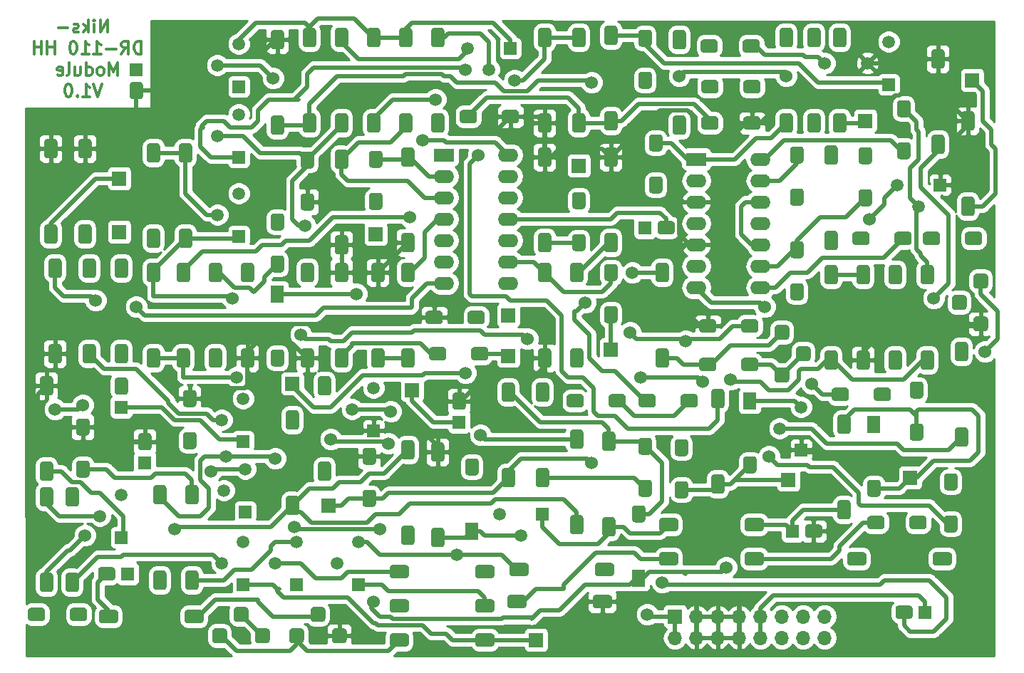
<source format=gbr>
G04 #@! TF.GenerationSoftware,KiCad,Pcbnew,(5.0.2)-1*
G04 #@! TF.CreationDate,2020-06-02T11:16:26+02:00*
G04 #@! TF.ProjectId,DR-110-HH,44522d31-3130-42d4-9848-2e6b69636164,rev?*
G04 #@! TF.SameCoordinates,Original*
G04 #@! TF.FileFunction,Copper,L2,Bot*
G04 #@! TF.FilePolarity,Positive*
%FSLAX46Y46*%
G04 Gerber Fmt 4.6, Leading zero omitted, Abs format (unit mm)*
G04 Created by KiCad (PCBNEW (5.0.2)-1) date 02.06.2020 11:16:26*
%MOMM*%
%LPD*%
G01*
G04 APERTURE LIST*
G04 #@! TA.AperFunction,NonConductor*
%ADD10C,0.300000*%
G04 #@! TD*
G04 #@! TA.AperFunction,ComponentPad*
%ADD11R,1.700000X1.700000*%
G04 #@! TD*
G04 #@! TA.AperFunction,Conductor*
%ADD12C,0.100000*%
G04 #@! TD*
G04 #@! TA.AperFunction,ComponentPad*
%ADD13C,1.600000*%
G04 #@! TD*
G04 #@! TA.AperFunction,ComponentPad*
%ADD14O,2.400000X1.600000*%
G04 #@! TD*
G04 #@! TA.AperFunction,ComponentPad*
%ADD15R,2.400000X1.600000*%
G04 #@! TD*
G04 #@! TA.AperFunction,ComponentPad*
%ADD16R,1.600000X1.600000*%
G04 #@! TD*
G04 #@! TA.AperFunction,ComponentPad*
%ADD17R,1.600000X2.032000*%
G04 #@! TD*
G04 #@! TA.AperFunction,ComponentPad*
%ADD18O,1.700000X1.700000*%
G04 #@! TD*
G04 #@! TA.AperFunction,ComponentPad*
%ADD19C,1.778000*%
G04 #@! TD*
G04 #@! TA.AperFunction,ComponentPad*
%ADD20C,1.500000*%
G04 #@! TD*
G04 #@! TA.AperFunction,ComponentPad*
%ADD21R,1.500000X1.500000*%
G04 #@! TD*
G04 #@! TA.AperFunction,ViaPad*
%ADD22C,1.524000*%
G04 #@! TD*
G04 #@! TA.AperFunction,Conductor*
%ADD23C,0.508000*%
G04 #@! TD*
G04 #@! TA.AperFunction,Conductor*
%ADD24C,0.254000*%
G04 #@! TD*
G04 APERTURE END LIST*
D10*
X102242571Y-71783571D02*
X102242571Y-70283571D01*
X101385428Y-71783571D01*
X101385428Y-70283571D01*
X100671142Y-71783571D02*
X100671142Y-70783571D01*
X100671142Y-70283571D02*
X100742571Y-70355000D01*
X100671142Y-70426428D01*
X100599714Y-70355000D01*
X100671142Y-70283571D01*
X100671142Y-70426428D01*
X99956857Y-71783571D02*
X99956857Y-70283571D01*
X99814000Y-71212142D02*
X99385428Y-71783571D01*
X99385428Y-70783571D02*
X99956857Y-71355000D01*
X98814000Y-71712142D02*
X98671142Y-71783571D01*
X98385428Y-71783571D01*
X98242571Y-71712142D01*
X98171142Y-71569285D01*
X98171142Y-71497857D01*
X98242571Y-71355000D01*
X98385428Y-71283571D01*
X98599714Y-71283571D01*
X98742571Y-71212142D01*
X98814000Y-71069285D01*
X98814000Y-70997857D01*
X98742571Y-70855000D01*
X98599714Y-70783571D01*
X98385428Y-70783571D01*
X98242571Y-70855000D01*
X97528285Y-71212142D02*
X96385428Y-71212142D01*
X106242571Y-74333571D02*
X106242571Y-72833571D01*
X105885428Y-72833571D01*
X105671142Y-72905000D01*
X105528285Y-73047857D01*
X105456857Y-73190714D01*
X105385428Y-73476428D01*
X105385428Y-73690714D01*
X105456857Y-73976428D01*
X105528285Y-74119285D01*
X105671142Y-74262142D01*
X105885428Y-74333571D01*
X106242571Y-74333571D01*
X103885428Y-74333571D02*
X104385428Y-73619285D01*
X104742571Y-74333571D02*
X104742571Y-72833571D01*
X104171142Y-72833571D01*
X104028285Y-72905000D01*
X103956857Y-72976428D01*
X103885428Y-73119285D01*
X103885428Y-73333571D01*
X103956857Y-73476428D01*
X104028285Y-73547857D01*
X104171142Y-73619285D01*
X104742571Y-73619285D01*
X103242571Y-73762142D02*
X102099714Y-73762142D01*
X100599714Y-74333571D02*
X101456857Y-74333571D01*
X101028285Y-74333571D02*
X101028285Y-72833571D01*
X101171142Y-73047857D01*
X101314000Y-73190714D01*
X101456857Y-73262142D01*
X99171142Y-74333571D02*
X100028285Y-74333571D01*
X99599714Y-74333571D02*
X99599714Y-72833571D01*
X99742571Y-73047857D01*
X99885428Y-73190714D01*
X100028285Y-73262142D01*
X98242571Y-72833571D02*
X98099714Y-72833571D01*
X97956857Y-72905000D01*
X97885428Y-72976428D01*
X97814000Y-73119285D01*
X97742571Y-73405000D01*
X97742571Y-73762142D01*
X97814000Y-74047857D01*
X97885428Y-74190714D01*
X97956857Y-74262142D01*
X98099714Y-74333571D01*
X98242571Y-74333571D01*
X98385428Y-74262142D01*
X98456857Y-74190714D01*
X98528285Y-74047857D01*
X98599714Y-73762142D01*
X98599714Y-73405000D01*
X98528285Y-73119285D01*
X98456857Y-72976428D01*
X98385428Y-72905000D01*
X98242571Y-72833571D01*
X95956857Y-74333571D02*
X95956857Y-72833571D01*
X95956857Y-73547857D02*
X95099714Y-73547857D01*
X95099714Y-74333571D02*
X95099714Y-72833571D01*
X94385428Y-74333571D02*
X94385428Y-72833571D01*
X94385428Y-73547857D02*
X93528285Y-73547857D01*
X93528285Y-74333571D02*
X93528285Y-72833571D01*
X103456857Y-76883571D02*
X103456857Y-75383571D01*
X102956857Y-76455000D01*
X102456857Y-75383571D01*
X102456857Y-76883571D01*
X101528285Y-76883571D02*
X101671142Y-76812142D01*
X101742571Y-76740714D01*
X101814000Y-76597857D01*
X101814000Y-76169285D01*
X101742571Y-76026428D01*
X101671142Y-75955000D01*
X101528285Y-75883571D01*
X101314000Y-75883571D01*
X101171142Y-75955000D01*
X101099714Y-76026428D01*
X101028285Y-76169285D01*
X101028285Y-76597857D01*
X101099714Y-76740714D01*
X101171142Y-76812142D01*
X101314000Y-76883571D01*
X101528285Y-76883571D01*
X99742571Y-76883571D02*
X99742571Y-75383571D01*
X99742571Y-76812142D02*
X99885428Y-76883571D01*
X100171142Y-76883571D01*
X100314000Y-76812142D01*
X100385428Y-76740714D01*
X100456857Y-76597857D01*
X100456857Y-76169285D01*
X100385428Y-76026428D01*
X100314000Y-75955000D01*
X100171142Y-75883571D01*
X99885428Y-75883571D01*
X99742571Y-75955000D01*
X98385428Y-75883571D02*
X98385428Y-76883571D01*
X99028285Y-75883571D02*
X99028285Y-76669285D01*
X98956857Y-76812142D01*
X98814000Y-76883571D01*
X98599714Y-76883571D01*
X98456857Y-76812142D01*
X98385428Y-76740714D01*
X97456857Y-76883571D02*
X97599714Y-76812142D01*
X97671142Y-76669285D01*
X97671142Y-75383571D01*
X96314000Y-76812142D02*
X96456857Y-76883571D01*
X96742571Y-76883571D01*
X96885428Y-76812142D01*
X96956857Y-76669285D01*
X96956857Y-76097857D01*
X96885428Y-75955000D01*
X96742571Y-75883571D01*
X96456857Y-75883571D01*
X96314000Y-75955000D01*
X96242571Y-76097857D01*
X96242571Y-76240714D01*
X96956857Y-76383571D01*
X101599714Y-77933571D02*
X101099714Y-79433571D01*
X100599714Y-77933571D01*
X99314000Y-79433571D02*
X100171142Y-79433571D01*
X99742571Y-79433571D02*
X99742571Y-77933571D01*
X99885428Y-78147857D01*
X100028285Y-78290714D01*
X100171142Y-78362142D01*
X98671142Y-79290714D02*
X98599714Y-79362142D01*
X98671142Y-79433571D01*
X98742571Y-79362142D01*
X98671142Y-79290714D01*
X98671142Y-79433571D01*
X97671142Y-77933571D02*
X97528285Y-77933571D01*
X97385428Y-78005000D01*
X97314000Y-78076428D01*
X97242571Y-78219285D01*
X97171142Y-78505000D01*
X97171142Y-78862142D01*
X97242571Y-79147857D01*
X97314000Y-79290714D01*
X97385428Y-79362142D01*
X97528285Y-79433571D01*
X97671142Y-79433571D01*
X97814000Y-79362142D01*
X97885428Y-79290714D01*
X97956857Y-79147857D01*
X98028285Y-78862142D01*
X98028285Y-78505000D01*
X97956857Y-78219285D01*
X97885428Y-78076428D01*
X97814000Y-78005000D01*
X97671142Y-77933571D01*
D11*
G04 #@! TO.P,J5,1*
G04 #@! TO.N,VR2*
X153162000Y-144018000D03*
G04 #@! TD*
D12*
G04 #@! TO.N,Net-(C29-Pad2)*
G04 #@! TO.C,R52*
G36*
X183319207Y-81408926D02*
X183358036Y-81414686D01*
X183396114Y-81424224D01*
X183433073Y-81437448D01*
X183468559Y-81454231D01*
X183502228Y-81474412D01*
X183533757Y-81497796D01*
X183562843Y-81524157D01*
X183589204Y-81553243D01*
X183612588Y-81584772D01*
X183632769Y-81618441D01*
X183649552Y-81653927D01*
X183662776Y-81690886D01*
X183672314Y-81728964D01*
X183678074Y-81767793D01*
X183680000Y-81807000D01*
X183680000Y-83293000D01*
X183678074Y-83332207D01*
X183672314Y-83371036D01*
X183662776Y-83409114D01*
X183649552Y-83446073D01*
X183632769Y-83481559D01*
X183612588Y-83515228D01*
X183589204Y-83546757D01*
X183562843Y-83575843D01*
X183533757Y-83602204D01*
X183502228Y-83625588D01*
X183468559Y-83645769D01*
X183433073Y-83662552D01*
X183396114Y-83675776D01*
X183358036Y-83685314D01*
X183319207Y-83691074D01*
X183280000Y-83693000D01*
X182480000Y-83693000D01*
X182440793Y-83691074D01*
X182401964Y-83685314D01*
X182363886Y-83675776D01*
X182326927Y-83662552D01*
X182291441Y-83645769D01*
X182257772Y-83625588D01*
X182226243Y-83602204D01*
X182197157Y-83575843D01*
X182170796Y-83546757D01*
X182147412Y-83515228D01*
X182127231Y-83481559D01*
X182110448Y-83446073D01*
X182097224Y-83409114D01*
X182087686Y-83371036D01*
X182081926Y-83332207D01*
X182080000Y-83293000D01*
X182080000Y-81807000D01*
X182081926Y-81767793D01*
X182087686Y-81728964D01*
X182097224Y-81690886D01*
X182110448Y-81653927D01*
X182127231Y-81618441D01*
X182147412Y-81584772D01*
X182170796Y-81553243D01*
X182197157Y-81524157D01*
X182226243Y-81497796D01*
X182257772Y-81474412D01*
X182291441Y-81454231D01*
X182326927Y-81437448D01*
X182363886Y-81424224D01*
X182401964Y-81414686D01*
X182440793Y-81408926D01*
X182480000Y-81407000D01*
X183280000Y-81407000D01*
X183319207Y-81408926D01*
X183319207Y-81408926D01*
G37*
D13*
G04 #@! TD*
G04 #@! TO.P,R52,1*
G04 #@! TO.N,Net-(C29-Pad2)*
X182880000Y-82550000D03*
D12*
G04 #@! TO.N,Net-(R47-Pad2)*
G04 #@! TO.C,R52*
G36*
X183319207Y-71248926D02*
X183358036Y-71254686D01*
X183396114Y-71264224D01*
X183433073Y-71277448D01*
X183468559Y-71294231D01*
X183502228Y-71314412D01*
X183533757Y-71337796D01*
X183562843Y-71364157D01*
X183589204Y-71393243D01*
X183612588Y-71424772D01*
X183632769Y-71458441D01*
X183649552Y-71493927D01*
X183662776Y-71530886D01*
X183672314Y-71568964D01*
X183678074Y-71607793D01*
X183680000Y-71647000D01*
X183680000Y-73133000D01*
X183678074Y-73172207D01*
X183672314Y-73211036D01*
X183662776Y-73249114D01*
X183649552Y-73286073D01*
X183632769Y-73321559D01*
X183612588Y-73355228D01*
X183589204Y-73386757D01*
X183562843Y-73415843D01*
X183533757Y-73442204D01*
X183502228Y-73465588D01*
X183468559Y-73485769D01*
X183433073Y-73502552D01*
X183396114Y-73515776D01*
X183358036Y-73525314D01*
X183319207Y-73531074D01*
X183280000Y-73533000D01*
X182480000Y-73533000D01*
X182440793Y-73531074D01*
X182401964Y-73525314D01*
X182363886Y-73515776D01*
X182326927Y-73502552D01*
X182291441Y-73485769D01*
X182257772Y-73465588D01*
X182226243Y-73442204D01*
X182197157Y-73415843D01*
X182170796Y-73386757D01*
X182147412Y-73355228D01*
X182127231Y-73321559D01*
X182110448Y-73286073D01*
X182097224Y-73249114D01*
X182087686Y-73211036D01*
X182081926Y-73172207D01*
X182080000Y-73133000D01*
X182080000Y-71647000D01*
X182081926Y-71607793D01*
X182087686Y-71568964D01*
X182097224Y-71530886D01*
X182110448Y-71493927D01*
X182127231Y-71458441D01*
X182147412Y-71424772D01*
X182170796Y-71393243D01*
X182197157Y-71364157D01*
X182226243Y-71337796D01*
X182257772Y-71314412D01*
X182291441Y-71294231D01*
X182326927Y-71277448D01*
X182363886Y-71264224D01*
X182401964Y-71254686D01*
X182440793Y-71248926D01*
X182480000Y-71247000D01*
X183280000Y-71247000D01*
X183319207Y-71248926D01*
X183319207Y-71248926D01*
G37*
D13*
G04 #@! TD*
G04 #@! TO.P,R52,2*
G04 #@! TO.N,Net-(R47-Pad2)*
X182880000Y-72390000D03*
D14*
G04 #@! TO.P,U1,14*
G04 #@! TO.N,CymbalTrigger*
X149860000Y-86360000D03*
G04 #@! TO.P,U1,7*
G04 #@! TO.N,CLOSEDHatTrigger*
X142240000Y-101600000D03*
G04 #@! TO.P,U1,13*
G04 #@! TO.N,Net-(C5-Pad1)*
X149860000Y-88900000D03*
G04 #@! TO.P,U1,6*
G04 #@! TO.N,Net-(C4-Pad1)*
X142240000Y-99060000D03*
G04 #@! TO.P,U1,12*
G04 #@! TO.N,Net-(R19-Pad1)*
X149860000Y-91440000D03*
G04 #@! TO.P,U1,5*
G04 #@! TO.N,Net-(R15-Pad1)*
X142240000Y-96520000D03*
G04 #@! TO.P,U1,11*
G04 #@! TO.N,-12V*
X149860000Y-93980000D03*
G04 #@! TO.P,U1,4*
G04 #@! TO.N,+12V*
X142240000Y-93980000D03*
G04 #@! TO.P,U1,10*
G04 #@! TO.N,Net-(R48-Pad1)*
X149860000Y-96520000D03*
G04 #@! TO.P,U1,3*
G04 #@! TO.N,Net-(R2-Pad1)*
X142240000Y-91440000D03*
G04 #@! TO.P,U1,9*
G04 #@! TO.N,Net-(C9-Pad1)*
X149860000Y-99060000D03*
G04 #@! TO.P,U1,2*
G04 #@! TO.N,Net-(C1-Pad1)*
X142240000Y-88900000D03*
G04 #@! TO.P,U1,8*
G04 #@! TO.N,AccentTrigger*
X149860000Y-101600000D03*
D15*
G04 #@! TO.P,U1,1*
G04 #@! TO.N,OpenHatTrigger*
X142240000Y-86360000D03*
G04 #@! TD*
G04 #@! TO.P,U2,1*
G04 #@! TO.N,Net-(C29-Pad2)*
X172212000Y-86868000D03*
D14*
G04 #@! TO.P,U2,8*
G04 #@! TO.N,HiFilter*
X179832000Y-102108000D03*
G04 #@! TO.P,U2,2*
G04 #@! TO.N,Net-(R47-Pad2)*
X172212000Y-89408000D03*
G04 #@! TO.P,U2,9*
G04 #@! TO.N,Net-(C10-Pad1)*
X179832000Y-99568000D03*
G04 #@! TO.P,U2,3*
G04 #@! TO.N,GND*
X172212000Y-91948000D03*
G04 #@! TO.P,U2,10*
G04 #@! TO.N,Net-(R23-Pad1)*
X179832000Y-97028000D03*
G04 #@! TO.P,U2,4*
G04 #@! TO.N,+12V*
X172212000Y-94488000D03*
G04 #@! TO.P,U2,11*
G04 #@! TO.N,-12V*
X179832000Y-94488000D03*
G04 #@! TO.P,U2,5*
G04 #@! TO.N,GND*
X172212000Y-97028000D03*
G04 #@! TO.P,U2,12*
G04 #@! TO.N,Net-(R23-Pad1)*
X179832000Y-91948000D03*
G04 #@! TO.P,U2,6*
G04 #@! TO.N,Net-(C30-Pad2)*
X172212000Y-99568000D03*
G04 #@! TO.P,U2,13*
G04 #@! TO.N,Net-(C11-Pad1)*
X179832000Y-89408000D03*
G04 #@! TO.P,U2,7*
G04 #@! TO.N,Net-(C30-Pad1)*
X172212000Y-102108000D03*
G04 #@! TO.P,U2,14*
G04 #@! TO.N,LoFilter*
X179832000Y-86868000D03*
G04 #@! TD*
D12*
G04 #@! TO.N,Net-(C1-Pad1)*
G04 #@! TO.C,C1*
G36*
X134551207Y-85853926D02*
X134590036Y-85859686D01*
X134628114Y-85869224D01*
X134665073Y-85882448D01*
X134700559Y-85899231D01*
X134734228Y-85919412D01*
X134765757Y-85942796D01*
X134794843Y-85969157D01*
X134821204Y-85998243D01*
X134844588Y-86029772D01*
X134864769Y-86063441D01*
X134881552Y-86098927D01*
X134894776Y-86135886D01*
X134904314Y-86173964D01*
X134910074Y-86212793D01*
X134912000Y-86252000D01*
X134912000Y-87484000D01*
X134910074Y-87523207D01*
X134904314Y-87562036D01*
X134894776Y-87600114D01*
X134881552Y-87637073D01*
X134864769Y-87672559D01*
X134844588Y-87706228D01*
X134821204Y-87737757D01*
X134794843Y-87766843D01*
X134765757Y-87793204D01*
X134734228Y-87816588D01*
X134700559Y-87836769D01*
X134665073Y-87853552D01*
X134628114Y-87866776D01*
X134590036Y-87876314D01*
X134551207Y-87882074D01*
X134512000Y-87884000D01*
X133712000Y-87884000D01*
X133672793Y-87882074D01*
X133633964Y-87876314D01*
X133595886Y-87866776D01*
X133558927Y-87853552D01*
X133523441Y-87836769D01*
X133489772Y-87816588D01*
X133458243Y-87793204D01*
X133429157Y-87766843D01*
X133402796Y-87737757D01*
X133379412Y-87706228D01*
X133359231Y-87672559D01*
X133342448Y-87637073D01*
X133329224Y-87600114D01*
X133319686Y-87562036D01*
X133313926Y-87523207D01*
X133312000Y-87484000D01*
X133312000Y-86252000D01*
X133313926Y-86212793D01*
X133319686Y-86173964D01*
X133329224Y-86135886D01*
X133342448Y-86098927D01*
X133359231Y-86063441D01*
X133379412Y-86029772D01*
X133402796Y-85998243D01*
X133429157Y-85969157D01*
X133458243Y-85942796D01*
X133489772Y-85919412D01*
X133523441Y-85899231D01*
X133558927Y-85882448D01*
X133595886Y-85869224D01*
X133633964Y-85859686D01*
X133672793Y-85853926D01*
X133712000Y-85852000D01*
X134512000Y-85852000D01*
X134551207Y-85853926D01*
X134551207Y-85853926D01*
G37*
D13*
G04 #@! TD*
G04 #@! TO.P,C1,1*
G04 #@! TO.N,Net-(C1-Pad1)*
X134112000Y-86868000D03*
D12*
G04 #@! TO.N,Net-(C1-Pad2)*
G04 #@! TO.C,C1*
G36*
X134551207Y-90853926D02*
X134590036Y-90859686D01*
X134628114Y-90869224D01*
X134665073Y-90882448D01*
X134700559Y-90899231D01*
X134734228Y-90919412D01*
X134765757Y-90942796D01*
X134794843Y-90969157D01*
X134821204Y-90998243D01*
X134844588Y-91029772D01*
X134864769Y-91063441D01*
X134881552Y-91098927D01*
X134894776Y-91135886D01*
X134904314Y-91173964D01*
X134910074Y-91212793D01*
X134912000Y-91252000D01*
X134912000Y-92484000D01*
X134910074Y-92523207D01*
X134904314Y-92562036D01*
X134894776Y-92600114D01*
X134881552Y-92637073D01*
X134864769Y-92672559D01*
X134844588Y-92706228D01*
X134821204Y-92737757D01*
X134794843Y-92766843D01*
X134765757Y-92793204D01*
X134734228Y-92816588D01*
X134700559Y-92836769D01*
X134665073Y-92853552D01*
X134628114Y-92866776D01*
X134590036Y-92876314D01*
X134551207Y-92882074D01*
X134512000Y-92884000D01*
X133712000Y-92884000D01*
X133672793Y-92882074D01*
X133633964Y-92876314D01*
X133595886Y-92866776D01*
X133558927Y-92853552D01*
X133523441Y-92836769D01*
X133489772Y-92816588D01*
X133458243Y-92793204D01*
X133429157Y-92766843D01*
X133402796Y-92737757D01*
X133379412Y-92706228D01*
X133359231Y-92672559D01*
X133342448Y-92637073D01*
X133329224Y-92600114D01*
X133319686Y-92562036D01*
X133313926Y-92523207D01*
X133312000Y-92484000D01*
X133312000Y-91252000D01*
X133313926Y-91212793D01*
X133319686Y-91173964D01*
X133329224Y-91135886D01*
X133342448Y-91098927D01*
X133359231Y-91063441D01*
X133379412Y-91029772D01*
X133402796Y-90998243D01*
X133429157Y-90969157D01*
X133458243Y-90942796D01*
X133489772Y-90919412D01*
X133523441Y-90899231D01*
X133558927Y-90882448D01*
X133595886Y-90869224D01*
X133633964Y-90859686D01*
X133672793Y-90853926D01*
X133712000Y-90852000D01*
X134512000Y-90852000D01*
X134551207Y-90853926D01*
X134551207Y-90853926D01*
G37*
D13*
G04 #@! TD*
G04 #@! TO.P,C1,2*
G04 #@! TO.N,Net-(C1-Pad2)*
X134112000Y-91868000D03*
D12*
G04 #@! TO.N,Net-(C2-Pad2)*
G04 #@! TO.C,C2*
G36*
X126423207Y-85933926D02*
X126462036Y-85939686D01*
X126500114Y-85949224D01*
X126537073Y-85962448D01*
X126572559Y-85979231D01*
X126606228Y-85999412D01*
X126637757Y-86022796D01*
X126666843Y-86049157D01*
X126693204Y-86078243D01*
X126716588Y-86109772D01*
X126736769Y-86143441D01*
X126753552Y-86178927D01*
X126766776Y-86215886D01*
X126776314Y-86253964D01*
X126782074Y-86292793D01*
X126784000Y-86332000D01*
X126784000Y-87564000D01*
X126782074Y-87603207D01*
X126776314Y-87642036D01*
X126766776Y-87680114D01*
X126753552Y-87717073D01*
X126736769Y-87752559D01*
X126716588Y-87786228D01*
X126693204Y-87817757D01*
X126666843Y-87846843D01*
X126637757Y-87873204D01*
X126606228Y-87896588D01*
X126572559Y-87916769D01*
X126537073Y-87933552D01*
X126500114Y-87946776D01*
X126462036Y-87956314D01*
X126423207Y-87962074D01*
X126384000Y-87964000D01*
X125584000Y-87964000D01*
X125544793Y-87962074D01*
X125505964Y-87956314D01*
X125467886Y-87946776D01*
X125430927Y-87933552D01*
X125395441Y-87916769D01*
X125361772Y-87896588D01*
X125330243Y-87873204D01*
X125301157Y-87846843D01*
X125274796Y-87817757D01*
X125251412Y-87786228D01*
X125231231Y-87752559D01*
X125214448Y-87717073D01*
X125201224Y-87680114D01*
X125191686Y-87642036D01*
X125185926Y-87603207D01*
X125184000Y-87564000D01*
X125184000Y-86332000D01*
X125185926Y-86292793D01*
X125191686Y-86253964D01*
X125201224Y-86215886D01*
X125214448Y-86178927D01*
X125231231Y-86143441D01*
X125251412Y-86109772D01*
X125274796Y-86078243D01*
X125301157Y-86049157D01*
X125330243Y-86022796D01*
X125361772Y-85999412D01*
X125395441Y-85979231D01*
X125430927Y-85962448D01*
X125467886Y-85949224D01*
X125505964Y-85939686D01*
X125544793Y-85933926D01*
X125584000Y-85932000D01*
X126384000Y-85932000D01*
X126423207Y-85933926D01*
X126423207Y-85933926D01*
G37*
D13*
G04 #@! TD*
G04 #@! TO.P,C2,2*
G04 #@! TO.N,Net-(C2-Pad2)*
X125984000Y-86948000D03*
D12*
G04 #@! TO.N,GND*
G04 #@! TO.C,C2*
G36*
X126423207Y-90933926D02*
X126462036Y-90939686D01*
X126500114Y-90949224D01*
X126537073Y-90962448D01*
X126572559Y-90979231D01*
X126606228Y-90999412D01*
X126637757Y-91022796D01*
X126666843Y-91049157D01*
X126693204Y-91078243D01*
X126716588Y-91109772D01*
X126736769Y-91143441D01*
X126753552Y-91178927D01*
X126766776Y-91215886D01*
X126776314Y-91253964D01*
X126782074Y-91292793D01*
X126784000Y-91332000D01*
X126784000Y-92564000D01*
X126782074Y-92603207D01*
X126776314Y-92642036D01*
X126766776Y-92680114D01*
X126753552Y-92717073D01*
X126736769Y-92752559D01*
X126716588Y-92786228D01*
X126693204Y-92817757D01*
X126666843Y-92846843D01*
X126637757Y-92873204D01*
X126606228Y-92896588D01*
X126572559Y-92916769D01*
X126537073Y-92933552D01*
X126500114Y-92946776D01*
X126462036Y-92956314D01*
X126423207Y-92962074D01*
X126384000Y-92964000D01*
X125584000Y-92964000D01*
X125544793Y-92962074D01*
X125505964Y-92956314D01*
X125467886Y-92946776D01*
X125430927Y-92933552D01*
X125395441Y-92916769D01*
X125361772Y-92896588D01*
X125330243Y-92873204D01*
X125301157Y-92846843D01*
X125274796Y-92817757D01*
X125251412Y-92786228D01*
X125231231Y-92752559D01*
X125214448Y-92717073D01*
X125201224Y-92680114D01*
X125191686Y-92642036D01*
X125185926Y-92603207D01*
X125184000Y-92564000D01*
X125184000Y-91332000D01*
X125185926Y-91292793D01*
X125191686Y-91253964D01*
X125201224Y-91215886D01*
X125214448Y-91178927D01*
X125231231Y-91143441D01*
X125251412Y-91109772D01*
X125274796Y-91078243D01*
X125301157Y-91049157D01*
X125330243Y-91022796D01*
X125361772Y-90999412D01*
X125395441Y-90979231D01*
X125430927Y-90962448D01*
X125467886Y-90949224D01*
X125505964Y-90939686D01*
X125544793Y-90933926D01*
X125584000Y-90932000D01*
X126384000Y-90932000D01*
X126423207Y-90933926D01*
X126423207Y-90933926D01*
G37*
D13*
G04 #@! TD*
G04 #@! TO.P,C2,1*
G04 #@! TO.N,GND*
X125984000Y-91948000D03*
D12*
G04 #@! TO.N,GND*
G04 #@! TO.C,C3*
G36*
X112453207Y-114301926D02*
X112492036Y-114307686D01*
X112530114Y-114317224D01*
X112567073Y-114330448D01*
X112602559Y-114347231D01*
X112636228Y-114367412D01*
X112667757Y-114390796D01*
X112696843Y-114417157D01*
X112723204Y-114446243D01*
X112746588Y-114477772D01*
X112766769Y-114511441D01*
X112783552Y-114546927D01*
X112796776Y-114583886D01*
X112806314Y-114621964D01*
X112812074Y-114660793D01*
X112814000Y-114700000D01*
X112814000Y-115932000D01*
X112812074Y-115971207D01*
X112806314Y-116010036D01*
X112796776Y-116048114D01*
X112783552Y-116085073D01*
X112766769Y-116120559D01*
X112746588Y-116154228D01*
X112723204Y-116185757D01*
X112696843Y-116214843D01*
X112667757Y-116241204D01*
X112636228Y-116264588D01*
X112602559Y-116284769D01*
X112567073Y-116301552D01*
X112530114Y-116314776D01*
X112492036Y-116324314D01*
X112453207Y-116330074D01*
X112414000Y-116332000D01*
X111614000Y-116332000D01*
X111574793Y-116330074D01*
X111535964Y-116324314D01*
X111497886Y-116314776D01*
X111460927Y-116301552D01*
X111425441Y-116284769D01*
X111391772Y-116264588D01*
X111360243Y-116241204D01*
X111331157Y-116214843D01*
X111304796Y-116185757D01*
X111281412Y-116154228D01*
X111261231Y-116120559D01*
X111244448Y-116085073D01*
X111231224Y-116048114D01*
X111221686Y-116010036D01*
X111215926Y-115971207D01*
X111214000Y-115932000D01*
X111214000Y-114700000D01*
X111215926Y-114660793D01*
X111221686Y-114621964D01*
X111231224Y-114583886D01*
X111244448Y-114546927D01*
X111261231Y-114511441D01*
X111281412Y-114477772D01*
X111304796Y-114446243D01*
X111331157Y-114417157D01*
X111360243Y-114390796D01*
X111391772Y-114367412D01*
X111425441Y-114347231D01*
X111460927Y-114330448D01*
X111497886Y-114317224D01*
X111535964Y-114307686D01*
X111574793Y-114301926D01*
X111614000Y-114300000D01*
X112414000Y-114300000D01*
X112453207Y-114301926D01*
X112453207Y-114301926D01*
G37*
D13*
G04 #@! TD*
G04 #@! TO.P,C3,1*
G04 #@! TO.N,GND*
X112014000Y-115316000D03*
D12*
G04 #@! TO.N,Net-(C3-Pad2)*
G04 #@! TO.C,C3*
G36*
X112453207Y-119301926D02*
X112492036Y-119307686D01*
X112530114Y-119317224D01*
X112567073Y-119330448D01*
X112602559Y-119347231D01*
X112636228Y-119367412D01*
X112667757Y-119390796D01*
X112696843Y-119417157D01*
X112723204Y-119446243D01*
X112746588Y-119477772D01*
X112766769Y-119511441D01*
X112783552Y-119546927D01*
X112796776Y-119583886D01*
X112806314Y-119621964D01*
X112812074Y-119660793D01*
X112814000Y-119700000D01*
X112814000Y-120932000D01*
X112812074Y-120971207D01*
X112806314Y-121010036D01*
X112796776Y-121048114D01*
X112783552Y-121085073D01*
X112766769Y-121120559D01*
X112746588Y-121154228D01*
X112723204Y-121185757D01*
X112696843Y-121214843D01*
X112667757Y-121241204D01*
X112636228Y-121264588D01*
X112602559Y-121284769D01*
X112567073Y-121301552D01*
X112530114Y-121314776D01*
X112492036Y-121324314D01*
X112453207Y-121330074D01*
X112414000Y-121332000D01*
X111614000Y-121332000D01*
X111574793Y-121330074D01*
X111535964Y-121324314D01*
X111497886Y-121314776D01*
X111460927Y-121301552D01*
X111425441Y-121284769D01*
X111391772Y-121264588D01*
X111360243Y-121241204D01*
X111331157Y-121214843D01*
X111304796Y-121185757D01*
X111281412Y-121154228D01*
X111261231Y-121120559D01*
X111244448Y-121085073D01*
X111231224Y-121048114D01*
X111221686Y-121010036D01*
X111215926Y-120971207D01*
X111214000Y-120932000D01*
X111214000Y-119700000D01*
X111215926Y-119660793D01*
X111221686Y-119621964D01*
X111231224Y-119583886D01*
X111244448Y-119546927D01*
X111261231Y-119511441D01*
X111281412Y-119477772D01*
X111304796Y-119446243D01*
X111331157Y-119417157D01*
X111360243Y-119390796D01*
X111391772Y-119367412D01*
X111425441Y-119347231D01*
X111460927Y-119330448D01*
X111497886Y-119317224D01*
X111535964Y-119307686D01*
X111574793Y-119301926D01*
X111614000Y-119300000D01*
X112414000Y-119300000D01*
X112453207Y-119301926D01*
X112453207Y-119301926D01*
G37*
D13*
G04 #@! TD*
G04 #@! TO.P,C3,2*
G04 #@! TO.N,Net-(C3-Pad2)*
X112014000Y-120316000D03*
D12*
G04 #@! TO.N,Net-(C4-Pad1)*
G04 #@! TO.C,C4*
G36*
X142133207Y-109183926D02*
X142172036Y-109189686D01*
X142210114Y-109199224D01*
X142247073Y-109212448D01*
X142282559Y-109229231D01*
X142316228Y-109249412D01*
X142347757Y-109272796D01*
X142376843Y-109299157D01*
X142403204Y-109328243D01*
X142426588Y-109359772D01*
X142446769Y-109393441D01*
X142463552Y-109428927D01*
X142476776Y-109465886D01*
X142486314Y-109503964D01*
X142492074Y-109542793D01*
X142494000Y-109582000D01*
X142494000Y-110382000D01*
X142492074Y-110421207D01*
X142486314Y-110460036D01*
X142476776Y-110498114D01*
X142463552Y-110535073D01*
X142446769Y-110570559D01*
X142426588Y-110604228D01*
X142403204Y-110635757D01*
X142376843Y-110664843D01*
X142347757Y-110691204D01*
X142316228Y-110714588D01*
X142282559Y-110734769D01*
X142247073Y-110751552D01*
X142210114Y-110764776D01*
X142172036Y-110774314D01*
X142133207Y-110780074D01*
X142094000Y-110782000D01*
X140862000Y-110782000D01*
X140822793Y-110780074D01*
X140783964Y-110774314D01*
X140745886Y-110764776D01*
X140708927Y-110751552D01*
X140673441Y-110734769D01*
X140639772Y-110714588D01*
X140608243Y-110691204D01*
X140579157Y-110664843D01*
X140552796Y-110635757D01*
X140529412Y-110604228D01*
X140509231Y-110570559D01*
X140492448Y-110535073D01*
X140479224Y-110498114D01*
X140469686Y-110460036D01*
X140463926Y-110421207D01*
X140462000Y-110382000D01*
X140462000Y-109582000D01*
X140463926Y-109542793D01*
X140469686Y-109503964D01*
X140479224Y-109465886D01*
X140492448Y-109428927D01*
X140509231Y-109393441D01*
X140529412Y-109359772D01*
X140552796Y-109328243D01*
X140579157Y-109299157D01*
X140608243Y-109272796D01*
X140639772Y-109249412D01*
X140673441Y-109229231D01*
X140708927Y-109212448D01*
X140745886Y-109199224D01*
X140783964Y-109189686D01*
X140822793Y-109183926D01*
X140862000Y-109182000D01*
X142094000Y-109182000D01*
X142133207Y-109183926D01*
X142133207Y-109183926D01*
G37*
D13*
G04 #@! TD*
G04 #@! TO.P,C4,1*
G04 #@! TO.N,Net-(C4-Pad1)*
X141478000Y-109982000D03*
D12*
G04 #@! TO.N,Net-(C4-Pad2)*
G04 #@! TO.C,C4*
G36*
X147133207Y-109183926D02*
X147172036Y-109189686D01*
X147210114Y-109199224D01*
X147247073Y-109212448D01*
X147282559Y-109229231D01*
X147316228Y-109249412D01*
X147347757Y-109272796D01*
X147376843Y-109299157D01*
X147403204Y-109328243D01*
X147426588Y-109359772D01*
X147446769Y-109393441D01*
X147463552Y-109428927D01*
X147476776Y-109465886D01*
X147486314Y-109503964D01*
X147492074Y-109542793D01*
X147494000Y-109582000D01*
X147494000Y-110382000D01*
X147492074Y-110421207D01*
X147486314Y-110460036D01*
X147476776Y-110498114D01*
X147463552Y-110535073D01*
X147446769Y-110570559D01*
X147426588Y-110604228D01*
X147403204Y-110635757D01*
X147376843Y-110664843D01*
X147347757Y-110691204D01*
X147316228Y-110714588D01*
X147282559Y-110734769D01*
X147247073Y-110751552D01*
X147210114Y-110764776D01*
X147172036Y-110774314D01*
X147133207Y-110780074D01*
X147094000Y-110782000D01*
X145862000Y-110782000D01*
X145822793Y-110780074D01*
X145783964Y-110774314D01*
X145745886Y-110764776D01*
X145708927Y-110751552D01*
X145673441Y-110734769D01*
X145639772Y-110714588D01*
X145608243Y-110691204D01*
X145579157Y-110664843D01*
X145552796Y-110635757D01*
X145529412Y-110604228D01*
X145509231Y-110570559D01*
X145492448Y-110535073D01*
X145479224Y-110498114D01*
X145469686Y-110460036D01*
X145463926Y-110421207D01*
X145462000Y-110382000D01*
X145462000Y-109582000D01*
X145463926Y-109542793D01*
X145469686Y-109503964D01*
X145479224Y-109465886D01*
X145492448Y-109428927D01*
X145509231Y-109393441D01*
X145529412Y-109359772D01*
X145552796Y-109328243D01*
X145579157Y-109299157D01*
X145608243Y-109272796D01*
X145639772Y-109249412D01*
X145673441Y-109229231D01*
X145708927Y-109212448D01*
X145745886Y-109199224D01*
X145783964Y-109189686D01*
X145822793Y-109183926D01*
X145862000Y-109182000D01*
X147094000Y-109182000D01*
X147133207Y-109183926D01*
X147133207Y-109183926D01*
G37*
D13*
G04 #@! TD*
G04 #@! TO.P,C4,2*
G04 #@! TO.N,Net-(C4-Pad2)*
X146478000Y-109982000D03*
D12*
G04 #@! TO.N,Net-(C5-Pad2)*
G04 #@! TO.C,C5*
G36*
X158681207Y-90759926D02*
X158720036Y-90765686D01*
X158758114Y-90775224D01*
X158795073Y-90788448D01*
X158830559Y-90805231D01*
X158864228Y-90825412D01*
X158895757Y-90848796D01*
X158924843Y-90875157D01*
X158951204Y-90904243D01*
X158974588Y-90935772D01*
X158994769Y-90969441D01*
X159011552Y-91004927D01*
X159024776Y-91041886D01*
X159034314Y-91079964D01*
X159040074Y-91118793D01*
X159042000Y-91158000D01*
X159042000Y-92390000D01*
X159040074Y-92429207D01*
X159034314Y-92468036D01*
X159024776Y-92506114D01*
X159011552Y-92543073D01*
X158994769Y-92578559D01*
X158974588Y-92612228D01*
X158951204Y-92643757D01*
X158924843Y-92672843D01*
X158895757Y-92699204D01*
X158864228Y-92722588D01*
X158830559Y-92742769D01*
X158795073Y-92759552D01*
X158758114Y-92772776D01*
X158720036Y-92782314D01*
X158681207Y-92788074D01*
X158642000Y-92790000D01*
X157842000Y-92790000D01*
X157802793Y-92788074D01*
X157763964Y-92782314D01*
X157725886Y-92772776D01*
X157688927Y-92759552D01*
X157653441Y-92742769D01*
X157619772Y-92722588D01*
X157588243Y-92699204D01*
X157559157Y-92672843D01*
X157532796Y-92643757D01*
X157509412Y-92612228D01*
X157489231Y-92578559D01*
X157472448Y-92543073D01*
X157459224Y-92506114D01*
X157449686Y-92468036D01*
X157443926Y-92429207D01*
X157442000Y-92390000D01*
X157442000Y-91158000D01*
X157443926Y-91118793D01*
X157449686Y-91079964D01*
X157459224Y-91041886D01*
X157472448Y-91004927D01*
X157489231Y-90969441D01*
X157509412Y-90935772D01*
X157532796Y-90904243D01*
X157559157Y-90875157D01*
X157588243Y-90848796D01*
X157619772Y-90825412D01*
X157653441Y-90805231D01*
X157688927Y-90788448D01*
X157725886Y-90775224D01*
X157763964Y-90765686D01*
X157802793Y-90759926D01*
X157842000Y-90758000D01*
X158642000Y-90758000D01*
X158681207Y-90759926D01*
X158681207Y-90759926D01*
G37*
D13*
G04 #@! TD*
G04 #@! TO.P,C5,2*
G04 #@! TO.N,Net-(C5-Pad2)*
X158242000Y-91774000D03*
D12*
G04 #@! TO.N,Net-(C5-Pad1)*
G04 #@! TO.C,C5*
G36*
X158681207Y-95759926D02*
X158720036Y-95765686D01*
X158758114Y-95775224D01*
X158795073Y-95788448D01*
X158830559Y-95805231D01*
X158864228Y-95825412D01*
X158895757Y-95848796D01*
X158924843Y-95875157D01*
X158951204Y-95904243D01*
X158974588Y-95935772D01*
X158994769Y-95969441D01*
X159011552Y-96004927D01*
X159024776Y-96041886D01*
X159034314Y-96079964D01*
X159040074Y-96118793D01*
X159042000Y-96158000D01*
X159042000Y-97390000D01*
X159040074Y-97429207D01*
X159034314Y-97468036D01*
X159024776Y-97506114D01*
X159011552Y-97543073D01*
X158994769Y-97578559D01*
X158974588Y-97612228D01*
X158951204Y-97643757D01*
X158924843Y-97672843D01*
X158895757Y-97699204D01*
X158864228Y-97722588D01*
X158830559Y-97742769D01*
X158795073Y-97759552D01*
X158758114Y-97772776D01*
X158720036Y-97782314D01*
X158681207Y-97788074D01*
X158642000Y-97790000D01*
X157842000Y-97790000D01*
X157802793Y-97788074D01*
X157763964Y-97782314D01*
X157725886Y-97772776D01*
X157688927Y-97759552D01*
X157653441Y-97742769D01*
X157619772Y-97722588D01*
X157588243Y-97699204D01*
X157559157Y-97672843D01*
X157532796Y-97643757D01*
X157509412Y-97612228D01*
X157489231Y-97578559D01*
X157472448Y-97543073D01*
X157459224Y-97506114D01*
X157449686Y-97468036D01*
X157443926Y-97429207D01*
X157442000Y-97390000D01*
X157442000Y-96158000D01*
X157443926Y-96118793D01*
X157449686Y-96079964D01*
X157459224Y-96041886D01*
X157472448Y-96004927D01*
X157489231Y-95969441D01*
X157509412Y-95935772D01*
X157532796Y-95904243D01*
X157559157Y-95875157D01*
X157588243Y-95848796D01*
X157619772Y-95825412D01*
X157653441Y-95805231D01*
X157688927Y-95788448D01*
X157725886Y-95775224D01*
X157763964Y-95765686D01*
X157802793Y-95759926D01*
X157842000Y-95758000D01*
X158642000Y-95758000D01*
X158681207Y-95759926D01*
X158681207Y-95759926D01*
G37*
D13*
G04 #@! TD*
G04 #@! TO.P,C5,1*
G04 #@! TO.N,Net-(C5-Pad1)*
X158242000Y-96774000D03*
D12*
G04 #@! TO.N,Net-(C6-Pad2)*
G04 #@! TO.C,C6*
G36*
X158469207Y-114771926D02*
X158508036Y-114777686D01*
X158546114Y-114787224D01*
X158583073Y-114800448D01*
X158618559Y-114817231D01*
X158652228Y-114837412D01*
X158683757Y-114860796D01*
X158712843Y-114887157D01*
X158739204Y-114916243D01*
X158762588Y-114947772D01*
X158782769Y-114981441D01*
X158799552Y-115016927D01*
X158812776Y-115053886D01*
X158822314Y-115091964D01*
X158828074Y-115130793D01*
X158830000Y-115170000D01*
X158830000Y-115970000D01*
X158828074Y-116009207D01*
X158822314Y-116048036D01*
X158812776Y-116086114D01*
X158799552Y-116123073D01*
X158782769Y-116158559D01*
X158762588Y-116192228D01*
X158739204Y-116223757D01*
X158712843Y-116252843D01*
X158683757Y-116279204D01*
X158652228Y-116302588D01*
X158618559Y-116322769D01*
X158583073Y-116339552D01*
X158546114Y-116352776D01*
X158508036Y-116362314D01*
X158469207Y-116368074D01*
X158430000Y-116370000D01*
X157198000Y-116370000D01*
X157158793Y-116368074D01*
X157119964Y-116362314D01*
X157081886Y-116352776D01*
X157044927Y-116339552D01*
X157009441Y-116322769D01*
X156975772Y-116302588D01*
X156944243Y-116279204D01*
X156915157Y-116252843D01*
X156888796Y-116223757D01*
X156865412Y-116192228D01*
X156845231Y-116158559D01*
X156828448Y-116123073D01*
X156815224Y-116086114D01*
X156805686Y-116048036D01*
X156799926Y-116009207D01*
X156798000Y-115970000D01*
X156798000Y-115170000D01*
X156799926Y-115130793D01*
X156805686Y-115091964D01*
X156815224Y-115053886D01*
X156828448Y-115016927D01*
X156845231Y-114981441D01*
X156865412Y-114947772D01*
X156888796Y-114916243D01*
X156915157Y-114887157D01*
X156944243Y-114860796D01*
X156975772Y-114837412D01*
X157009441Y-114817231D01*
X157044927Y-114800448D01*
X157081886Y-114787224D01*
X157119964Y-114777686D01*
X157158793Y-114771926D01*
X157198000Y-114770000D01*
X158430000Y-114770000D01*
X158469207Y-114771926D01*
X158469207Y-114771926D01*
G37*
D13*
G04 #@! TD*
G04 #@! TO.P,C6,2*
G04 #@! TO.N,Net-(C6-Pad2)*
X157814000Y-115570000D03*
D12*
G04 #@! TO.N,Net-(C22-Pad1)*
G04 #@! TO.C,C6*
G36*
X163469207Y-114771926D02*
X163508036Y-114777686D01*
X163546114Y-114787224D01*
X163583073Y-114800448D01*
X163618559Y-114817231D01*
X163652228Y-114837412D01*
X163683757Y-114860796D01*
X163712843Y-114887157D01*
X163739204Y-114916243D01*
X163762588Y-114947772D01*
X163782769Y-114981441D01*
X163799552Y-115016927D01*
X163812776Y-115053886D01*
X163822314Y-115091964D01*
X163828074Y-115130793D01*
X163830000Y-115170000D01*
X163830000Y-115970000D01*
X163828074Y-116009207D01*
X163822314Y-116048036D01*
X163812776Y-116086114D01*
X163799552Y-116123073D01*
X163782769Y-116158559D01*
X163762588Y-116192228D01*
X163739204Y-116223757D01*
X163712843Y-116252843D01*
X163683757Y-116279204D01*
X163652228Y-116302588D01*
X163618559Y-116322769D01*
X163583073Y-116339552D01*
X163546114Y-116352776D01*
X163508036Y-116362314D01*
X163469207Y-116368074D01*
X163430000Y-116370000D01*
X162198000Y-116370000D01*
X162158793Y-116368074D01*
X162119964Y-116362314D01*
X162081886Y-116352776D01*
X162044927Y-116339552D01*
X162009441Y-116322769D01*
X161975772Y-116302588D01*
X161944243Y-116279204D01*
X161915157Y-116252843D01*
X161888796Y-116223757D01*
X161865412Y-116192228D01*
X161845231Y-116158559D01*
X161828448Y-116123073D01*
X161815224Y-116086114D01*
X161805686Y-116048036D01*
X161799926Y-116009207D01*
X161798000Y-115970000D01*
X161798000Y-115170000D01*
X161799926Y-115130793D01*
X161805686Y-115091964D01*
X161815224Y-115053886D01*
X161828448Y-115016927D01*
X161845231Y-114981441D01*
X161865412Y-114947772D01*
X161888796Y-114916243D01*
X161915157Y-114887157D01*
X161944243Y-114860796D01*
X161975772Y-114837412D01*
X162009441Y-114817231D01*
X162044927Y-114800448D01*
X162081886Y-114787224D01*
X162119964Y-114777686D01*
X162158793Y-114771926D01*
X162198000Y-114770000D01*
X163430000Y-114770000D01*
X163469207Y-114771926D01*
X163469207Y-114771926D01*
G37*
D13*
G04 #@! TD*
G04 #@! TO.P,C6,1*
G04 #@! TO.N,Net-(C22-Pad1)*
X162814000Y-115570000D03*
D12*
G04 #@! TO.N,Net-(C7-Pad2)*
G04 #@! TO.C,C7*
G36*
X170873207Y-125143926D02*
X170912036Y-125149686D01*
X170950114Y-125159224D01*
X170987073Y-125172448D01*
X171022559Y-125189231D01*
X171056228Y-125209412D01*
X171087757Y-125232796D01*
X171116843Y-125259157D01*
X171143204Y-125288243D01*
X171166588Y-125319772D01*
X171186769Y-125353441D01*
X171203552Y-125388927D01*
X171216776Y-125425886D01*
X171226314Y-125463964D01*
X171232074Y-125502793D01*
X171234000Y-125542000D01*
X171234000Y-126774000D01*
X171232074Y-126813207D01*
X171226314Y-126852036D01*
X171216776Y-126890114D01*
X171203552Y-126927073D01*
X171186769Y-126962559D01*
X171166588Y-126996228D01*
X171143204Y-127027757D01*
X171116843Y-127056843D01*
X171087757Y-127083204D01*
X171056228Y-127106588D01*
X171022559Y-127126769D01*
X170987073Y-127143552D01*
X170950114Y-127156776D01*
X170912036Y-127166314D01*
X170873207Y-127172074D01*
X170834000Y-127174000D01*
X170034000Y-127174000D01*
X169994793Y-127172074D01*
X169955964Y-127166314D01*
X169917886Y-127156776D01*
X169880927Y-127143552D01*
X169845441Y-127126769D01*
X169811772Y-127106588D01*
X169780243Y-127083204D01*
X169751157Y-127056843D01*
X169724796Y-127027757D01*
X169701412Y-126996228D01*
X169681231Y-126962559D01*
X169664448Y-126927073D01*
X169651224Y-126890114D01*
X169641686Y-126852036D01*
X169635926Y-126813207D01*
X169634000Y-126774000D01*
X169634000Y-125542000D01*
X169635926Y-125502793D01*
X169641686Y-125463964D01*
X169651224Y-125425886D01*
X169664448Y-125388927D01*
X169681231Y-125353441D01*
X169701412Y-125319772D01*
X169724796Y-125288243D01*
X169751157Y-125259157D01*
X169780243Y-125232796D01*
X169811772Y-125209412D01*
X169845441Y-125189231D01*
X169880927Y-125172448D01*
X169917886Y-125159224D01*
X169955964Y-125149686D01*
X169994793Y-125143926D01*
X170034000Y-125142000D01*
X170834000Y-125142000D01*
X170873207Y-125143926D01*
X170873207Y-125143926D01*
G37*
D13*
G04 #@! TD*
G04 #@! TO.P,C7,2*
G04 #@! TO.N,Net-(C7-Pad2)*
X170434000Y-126158000D03*
D12*
G04 #@! TO.N,Net-(C22-Pad1)*
G04 #@! TO.C,C7*
G36*
X170873207Y-120143926D02*
X170912036Y-120149686D01*
X170950114Y-120159224D01*
X170987073Y-120172448D01*
X171022559Y-120189231D01*
X171056228Y-120209412D01*
X171087757Y-120232796D01*
X171116843Y-120259157D01*
X171143204Y-120288243D01*
X171166588Y-120319772D01*
X171186769Y-120353441D01*
X171203552Y-120388927D01*
X171216776Y-120425886D01*
X171226314Y-120463964D01*
X171232074Y-120502793D01*
X171234000Y-120542000D01*
X171234000Y-121774000D01*
X171232074Y-121813207D01*
X171226314Y-121852036D01*
X171216776Y-121890114D01*
X171203552Y-121927073D01*
X171186769Y-121962559D01*
X171166588Y-121996228D01*
X171143204Y-122027757D01*
X171116843Y-122056843D01*
X171087757Y-122083204D01*
X171056228Y-122106588D01*
X171022559Y-122126769D01*
X170987073Y-122143552D01*
X170950114Y-122156776D01*
X170912036Y-122166314D01*
X170873207Y-122172074D01*
X170834000Y-122174000D01*
X170034000Y-122174000D01*
X169994793Y-122172074D01*
X169955964Y-122166314D01*
X169917886Y-122156776D01*
X169880927Y-122143552D01*
X169845441Y-122126769D01*
X169811772Y-122106588D01*
X169780243Y-122083204D01*
X169751157Y-122056843D01*
X169724796Y-122027757D01*
X169701412Y-121996228D01*
X169681231Y-121962559D01*
X169664448Y-121927073D01*
X169651224Y-121890114D01*
X169641686Y-121852036D01*
X169635926Y-121813207D01*
X169634000Y-121774000D01*
X169634000Y-120542000D01*
X169635926Y-120502793D01*
X169641686Y-120463964D01*
X169651224Y-120425886D01*
X169664448Y-120388927D01*
X169681231Y-120353441D01*
X169701412Y-120319772D01*
X169724796Y-120288243D01*
X169751157Y-120259157D01*
X169780243Y-120232796D01*
X169811772Y-120209412D01*
X169845441Y-120189231D01*
X169880927Y-120172448D01*
X169917886Y-120159224D01*
X169955964Y-120149686D01*
X169994793Y-120143926D01*
X170034000Y-120142000D01*
X170834000Y-120142000D01*
X170873207Y-120143926D01*
X170873207Y-120143926D01*
G37*
D13*
G04 #@! TD*
G04 #@! TO.P,C7,1*
G04 #@! TO.N,Net-(C22-Pad1)*
X170434000Y-121158000D03*
D12*
G04 #@! TO.N,Net-(C8-Pad1)*
G04 #@! TO.C,C8*
G36*
X200807207Y-95467926D02*
X200846036Y-95473686D01*
X200884114Y-95483224D01*
X200921073Y-95496448D01*
X200956559Y-95513231D01*
X200990228Y-95533412D01*
X201021757Y-95556796D01*
X201050843Y-95583157D01*
X201077204Y-95612243D01*
X201100588Y-95643772D01*
X201120769Y-95677441D01*
X201137552Y-95712927D01*
X201150776Y-95749886D01*
X201160314Y-95787964D01*
X201166074Y-95826793D01*
X201168000Y-95866000D01*
X201168000Y-96666000D01*
X201166074Y-96705207D01*
X201160314Y-96744036D01*
X201150776Y-96782114D01*
X201137552Y-96819073D01*
X201120769Y-96854559D01*
X201100588Y-96888228D01*
X201077204Y-96919757D01*
X201050843Y-96948843D01*
X201021757Y-96975204D01*
X200990228Y-96998588D01*
X200956559Y-97018769D01*
X200921073Y-97035552D01*
X200884114Y-97048776D01*
X200846036Y-97058314D01*
X200807207Y-97064074D01*
X200768000Y-97066000D01*
X199536000Y-97066000D01*
X199496793Y-97064074D01*
X199457964Y-97058314D01*
X199419886Y-97048776D01*
X199382927Y-97035552D01*
X199347441Y-97018769D01*
X199313772Y-96998588D01*
X199282243Y-96975204D01*
X199253157Y-96948843D01*
X199226796Y-96919757D01*
X199203412Y-96888228D01*
X199183231Y-96854559D01*
X199166448Y-96819073D01*
X199153224Y-96782114D01*
X199143686Y-96744036D01*
X199137926Y-96705207D01*
X199136000Y-96666000D01*
X199136000Y-95866000D01*
X199137926Y-95826793D01*
X199143686Y-95787964D01*
X199153224Y-95749886D01*
X199166448Y-95712927D01*
X199183231Y-95677441D01*
X199203412Y-95643772D01*
X199226796Y-95612243D01*
X199253157Y-95583157D01*
X199282243Y-95556796D01*
X199313772Y-95533412D01*
X199347441Y-95513231D01*
X199382927Y-95496448D01*
X199419886Y-95483224D01*
X199457964Y-95473686D01*
X199496793Y-95467926D01*
X199536000Y-95466000D01*
X200768000Y-95466000D01*
X200807207Y-95467926D01*
X200807207Y-95467926D01*
G37*
D13*
G04 #@! TD*
G04 #@! TO.P,C8,1*
G04 #@! TO.N,Net-(C8-Pad1)*
X200152000Y-96266000D03*
D12*
G04 #@! TO.N,Net-(C8-Pad2)*
G04 #@! TO.C,C8*
G36*
X205807207Y-95467926D02*
X205846036Y-95473686D01*
X205884114Y-95483224D01*
X205921073Y-95496448D01*
X205956559Y-95513231D01*
X205990228Y-95533412D01*
X206021757Y-95556796D01*
X206050843Y-95583157D01*
X206077204Y-95612243D01*
X206100588Y-95643772D01*
X206120769Y-95677441D01*
X206137552Y-95712927D01*
X206150776Y-95749886D01*
X206160314Y-95787964D01*
X206166074Y-95826793D01*
X206168000Y-95866000D01*
X206168000Y-96666000D01*
X206166074Y-96705207D01*
X206160314Y-96744036D01*
X206150776Y-96782114D01*
X206137552Y-96819073D01*
X206120769Y-96854559D01*
X206100588Y-96888228D01*
X206077204Y-96919757D01*
X206050843Y-96948843D01*
X206021757Y-96975204D01*
X205990228Y-96998588D01*
X205956559Y-97018769D01*
X205921073Y-97035552D01*
X205884114Y-97048776D01*
X205846036Y-97058314D01*
X205807207Y-97064074D01*
X205768000Y-97066000D01*
X204536000Y-97066000D01*
X204496793Y-97064074D01*
X204457964Y-97058314D01*
X204419886Y-97048776D01*
X204382927Y-97035552D01*
X204347441Y-97018769D01*
X204313772Y-96998588D01*
X204282243Y-96975204D01*
X204253157Y-96948843D01*
X204226796Y-96919757D01*
X204203412Y-96888228D01*
X204183231Y-96854559D01*
X204166448Y-96819073D01*
X204153224Y-96782114D01*
X204143686Y-96744036D01*
X204137926Y-96705207D01*
X204136000Y-96666000D01*
X204136000Y-95866000D01*
X204137926Y-95826793D01*
X204143686Y-95787964D01*
X204153224Y-95749886D01*
X204166448Y-95712927D01*
X204183231Y-95677441D01*
X204203412Y-95643772D01*
X204226796Y-95612243D01*
X204253157Y-95583157D01*
X204282243Y-95556796D01*
X204313772Y-95533412D01*
X204347441Y-95513231D01*
X204382927Y-95496448D01*
X204419886Y-95483224D01*
X204457964Y-95473686D01*
X204496793Y-95467926D01*
X204536000Y-95466000D01*
X205768000Y-95466000D01*
X205807207Y-95467926D01*
X205807207Y-95467926D01*
G37*
D13*
G04 #@! TD*
G04 #@! TO.P,C8,2*
G04 #@! TO.N,Net-(C8-Pad2)*
X205152000Y-96266000D03*
D12*
G04 #@! TO.N,Net-(C9-Pad2)*
G04 #@! TO.C,C9*
G36*
X162491207Y-104315926D02*
X162530036Y-104321686D01*
X162568114Y-104331224D01*
X162605073Y-104344448D01*
X162640559Y-104361231D01*
X162674228Y-104381412D01*
X162705757Y-104404796D01*
X162734843Y-104431157D01*
X162761204Y-104460243D01*
X162784588Y-104491772D01*
X162804769Y-104525441D01*
X162821552Y-104560927D01*
X162834776Y-104597886D01*
X162844314Y-104635964D01*
X162850074Y-104674793D01*
X162852000Y-104714000D01*
X162852000Y-105946000D01*
X162850074Y-105985207D01*
X162844314Y-106024036D01*
X162834776Y-106062114D01*
X162821552Y-106099073D01*
X162804769Y-106134559D01*
X162784588Y-106168228D01*
X162761204Y-106199757D01*
X162734843Y-106228843D01*
X162705757Y-106255204D01*
X162674228Y-106278588D01*
X162640559Y-106298769D01*
X162605073Y-106315552D01*
X162568114Y-106328776D01*
X162530036Y-106338314D01*
X162491207Y-106344074D01*
X162452000Y-106346000D01*
X161652000Y-106346000D01*
X161612793Y-106344074D01*
X161573964Y-106338314D01*
X161535886Y-106328776D01*
X161498927Y-106315552D01*
X161463441Y-106298769D01*
X161429772Y-106278588D01*
X161398243Y-106255204D01*
X161369157Y-106228843D01*
X161342796Y-106199757D01*
X161319412Y-106168228D01*
X161299231Y-106134559D01*
X161282448Y-106099073D01*
X161269224Y-106062114D01*
X161259686Y-106024036D01*
X161253926Y-105985207D01*
X161252000Y-105946000D01*
X161252000Y-104714000D01*
X161253926Y-104674793D01*
X161259686Y-104635964D01*
X161269224Y-104597886D01*
X161282448Y-104560927D01*
X161299231Y-104525441D01*
X161319412Y-104491772D01*
X161342796Y-104460243D01*
X161369157Y-104431157D01*
X161398243Y-104404796D01*
X161429772Y-104381412D01*
X161463441Y-104361231D01*
X161498927Y-104344448D01*
X161535886Y-104331224D01*
X161573964Y-104321686D01*
X161612793Y-104315926D01*
X161652000Y-104314000D01*
X162452000Y-104314000D01*
X162491207Y-104315926D01*
X162491207Y-104315926D01*
G37*
D13*
G04 #@! TD*
G04 #@! TO.P,C9,2*
G04 #@! TO.N,Net-(C9-Pad2)*
X162052000Y-105330000D03*
D12*
G04 #@! TO.N,Net-(C9-Pad1)*
G04 #@! TO.C,C9*
G36*
X162491207Y-99315926D02*
X162530036Y-99321686D01*
X162568114Y-99331224D01*
X162605073Y-99344448D01*
X162640559Y-99361231D01*
X162674228Y-99381412D01*
X162705757Y-99404796D01*
X162734843Y-99431157D01*
X162761204Y-99460243D01*
X162784588Y-99491772D01*
X162804769Y-99525441D01*
X162821552Y-99560927D01*
X162834776Y-99597886D01*
X162844314Y-99635964D01*
X162850074Y-99674793D01*
X162852000Y-99714000D01*
X162852000Y-100946000D01*
X162850074Y-100985207D01*
X162844314Y-101024036D01*
X162834776Y-101062114D01*
X162821552Y-101099073D01*
X162804769Y-101134559D01*
X162784588Y-101168228D01*
X162761204Y-101199757D01*
X162734843Y-101228843D01*
X162705757Y-101255204D01*
X162674228Y-101278588D01*
X162640559Y-101298769D01*
X162605073Y-101315552D01*
X162568114Y-101328776D01*
X162530036Y-101338314D01*
X162491207Y-101344074D01*
X162452000Y-101346000D01*
X161652000Y-101346000D01*
X161612793Y-101344074D01*
X161573964Y-101338314D01*
X161535886Y-101328776D01*
X161498927Y-101315552D01*
X161463441Y-101298769D01*
X161429772Y-101278588D01*
X161398243Y-101255204D01*
X161369157Y-101228843D01*
X161342796Y-101199757D01*
X161319412Y-101168228D01*
X161299231Y-101134559D01*
X161282448Y-101099073D01*
X161269224Y-101062114D01*
X161259686Y-101024036D01*
X161253926Y-100985207D01*
X161252000Y-100946000D01*
X161252000Y-99714000D01*
X161253926Y-99674793D01*
X161259686Y-99635964D01*
X161269224Y-99597886D01*
X161282448Y-99560927D01*
X161299231Y-99525441D01*
X161319412Y-99491772D01*
X161342796Y-99460243D01*
X161369157Y-99431157D01*
X161398243Y-99404796D01*
X161429772Y-99381412D01*
X161463441Y-99361231D01*
X161498927Y-99344448D01*
X161535886Y-99331224D01*
X161573964Y-99321686D01*
X161612793Y-99315926D01*
X161652000Y-99314000D01*
X162452000Y-99314000D01*
X162491207Y-99315926D01*
X162491207Y-99315926D01*
G37*
D13*
G04 #@! TD*
G04 #@! TO.P,C9,1*
G04 #@! TO.N,Net-(C9-Pad1)*
X162052000Y-100330000D03*
D12*
G04 #@! TO.N,Net-(C10-Pad2)*
G04 #@! TO.C,C10*
G36*
X192717207Y-85425926D02*
X192756036Y-85431686D01*
X192794114Y-85441224D01*
X192831073Y-85454448D01*
X192866559Y-85471231D01*
X192900228Y-85491412D01*
X192931757Y-85514796D01*
X192960843Y-85541157D01*
X192987204Y-85570243D01*
X193010588Y-85601772D01*
X193030769Y-85635441D01*
X193047552Y-85670927D01*
X193060776Y-85707886D01*
X193070314Y-85745964D01*
X193076074Y-85784793D01*
X193078000Y-85824000D01*
X193078000Y-87056000D01*
X193076074Y-87095207D01*
X193070314Y-87134036D01*
X193060776Y-87172114D01*
X193047552Y-87209073D01*
X193030769Y-87244559D01*
X193010588Y-87278228D01*
X192987204Y-87309757D01*
X192960843Y-87338843D01*
X192931757Y-87365204D01*
X192900228Y-87388588D01*
X192866559Y-87408769D01*
X192831073Y-87425552D01*
X192794114Y-87438776D01*
X192756036Y-87448314D01*
X192717207Y-87454074D01*
X192678000Y-87456000D01*
X191878000Y-87456000D01*
X191838793Y-87454074D01*
X191799964Y-87448314D01*
X191761886Y-87438776D01*
X191724927Y-87425552D01*
X191689441Y-87408769D01*
X191655772Y-87388588D01*
X191624243Y-87365204D01*
X191595157Y-87338843D01*
X191568796Y-87309757D01*
X191545412Y-87278228D01*
X191525231Y-87244559D01*
X191508448Y-87209073D01*
X191495224Y-87172114D01*
X191485686Y-87134036D01*
X191479926Y-87095207D01*
X191478000Y-87056000D01*
X191478000Y-85824000D01*
X191479926Y-85784793D01*
X191485686Y-85745964D01*
X191495224Y-85707886D01*
X191508448Y-85670927D01*
X191525231Y-85635441D01*
X191545412Y-85601772D01*
X191568796Y-85570243D01*
X191595157Y-85541157D01*
X191624243Y-85514796D01*
X191655772Y-85491412D01*
X191689441Y-85471231D01*
X191724927Y-85454448D01*
X191761886Y-85441224D01*
X191799964Y-85431686D01*
X191838793Y-85425926D01*
X191878000Y-85424000D01*
X192678000Y-85424000D01*
X192717207Y-85425926D01*
X192717207Y-85425926D01*
G37*
D13*
G04 #@! TD*
G04 #@! TO.P,C10,2*
G04 #@! TO.N,Net-(C10-Pad2)*
X192278000Y-86440000D03*
D12*
G04 #@! TO.N,Net-(C10-Pad1)*
G04 #@! TO.C,C10*
G36*
X192717207Y-90425926D02*
X192756036Y-90431686D01*
X192794114Y-90441224D01*
X192831073Y-90454448D01*
X192866559Y-90471231D01*
X192900228Y-90491412D01*
X192931757Y-90514796D01*
X192960843Y-90541157D01*
X192987204Y-90570243D01*
X193010588Y-90601772D01*
X193030769Y-90635441D01*
X193047552Y-90670927D01*
X193060776Y-90707886D01*
X193070314Y-90745964D01*
X193076074Y-90784793D01*
X193078000Y-90824000D01*
X193078000Y-92056000D01*
X193076074Y-92095207D01*
X193070314Y-92134036D01*
X193060776Y-92172114D01*
X193047552Y-92209073D01*
X193030769Y-92244559D01*
X193010588Y-92278228D01*
X192987204Y-92309757D01*
X192960843Y-92338843D01*
X192931757Y-92365204D01*
X192900228Y-92388588D01*
X192866559Y-92408769D01*
X192831073Y-92425552D01*
X192794114Y-92438776D01*
X192756036Y-92448314D01*
X192717207Y-92454074D01*
X192678000Y-92456000D01*
X191878000Y-92456000D01*
X191838793Y-92454074D01*
X191799964Y-92448314D01*
X191761886Y-92438776D01*
X191724927Y-92425552D01*
X191689441Y-92408769D01*
X191655772Y-92388588D01*
X191624243Y-92365204D01*
X191595157Y-92338843D01*
X191568796Y-92309757D01*
X191545412Y-92278228D01*
X191525231Y-92244559D01*
X191508448Y-92209073D01*
X191495224Y-92172114D01*
X191485686Y-92134036D01*
X191479926Y-92095207D01*
X191478000Y-92056000D01*
X191478000Y-90824000D01*
X191479926Y-90784793D01*
X191485686Y-90745964D01*
X191495224Y-90707886D01*
X191508448Y-90670927D01*
X191525231Y-90635441D01*
X191545412Y-90601772D01*
X191568796Y-90570243D01*
X191595157Y-90541157D01*
X191624243Y-90514796D01*
X191655772Y-90491412D01*
X191689441Y-90471231D01*
X191724927Y-90454448D01*
X191761886Y-90441224D01*
X191799964Y-90431686D01*
X191838793Y-90425926D01*
X191878000Y-90424000D01*
X192678000Y-90424000D01*
X192717207Y-90425926D01*
X192717207Y-90425926D01*
G37*
D13*
G04 #@! TD*
G04 #@! TO.P,C10,1*
G04 #@! TO.N,Net-(C10-Pad1)*
X192278000Y-91440000D03*
D12*
G04 #@! TO.N,Net-(C11-Pad1)*
G04 #@! TO.C,C11*
G36*
X184589207Y-85345926D02*
X184628036Y-85351686D01*
X184666114Y-85361224D01*
X184703073Y-85374448D01*
X184738559Y-85391231D01*
X184772228Y-85411412D01*
X184803757Y-85434796D01*
X184832843Y-85461157D01*
X184859204Y-85490243D01*
X184882588Y-85521772D01*
X184902769Y-85555441D01*
X184919552Y-85590927D01*
X184932776Y-85627886D01*
X184942314Y-85665964D01*
X184948074Y-85704793D01*
X184950000Y-85744000D01*
X184950000Y-86976000D01*
X184948074Y-87015207D01*
X184942314Y-87054036D01*
X184932776Y-87092114D01*
X184919552Y-87129073D01*
X184902769Y-87164559D01*
X184882588Y-87198228D01*
X184859204Y-87229757D01*
X184832843Y-87258843D01*
X184803757Y-87285204D01*
X184772228Y-87308588D01*
X184738559Y-87328769D01*
X184703073Y-87345552D01*
X184666114Y-87358776D01*
X184628036Y-87368314D01*
X184589207Y-87374074D01*
X184550000Y-87376000D01*
X183750000Y-87376000D01*
X183710793Y-87374074D01*
X183671964Y-87368314D01*
X183633886Y-87358776D01*
X183596927Y-87345552D01*
X183561441Y-87328769D01*
X183527772Y-87308588D01*
X183496243Y-87285204D01*
X183467157Y-87258843D01*
X183440796Y-87229757D01*
X183417412Y-87198228D01*
X183397231Y-87164559D01*
X183380448Y-87129073D01*
X183367224Y-87092114D01*
X183357686Y-87054036D01*
X183351926Y-87015207D01*
X183350000Y-86976000D01*
X183350000Y-85744000D01*
X183351926Y-85704793D01*
X183357686Y-85665964D01*
X183367224Y-85627886D01*
X183380448Y-85590927D01*
X183397231Y-85555441D01*
X183417412Y-85521772D01*
X183440796Y-85490243D01*
X183467157Y-85461157D01*
X183496243Y-85434796D01*
X183527772Y-85411412D01*
X183561441Y-85391231D01*
X183596927Y-85374448D01*
X183633886Y-85361224D01*
X183671964Y-85351686D01*
X183710793Y-85345926D01*
X183750000Y-85344000D01*
X184550000Y-85344000D01*
X184589207Y-85345926D01*
X184589207Y-85345926D01*
G37*
D13*
G04 #@! TD*
G04 #@! TO.P,C11,1*
G04 #@! TO.N,Net-(C11-Pad1)*
X184150000Y-86360000D03*
D12*
G04 #@! TO.N,Net-(C11-Pad2)*
G04 #@! TO.C,C11*
G36*
X184589207Y-90345926D02*
X184628036Y-90351686D01*
X184666114Y-90361224D01*
X184703073Y-90374448D01*
X184738559Y-90391231D01*
X184772228Y-90411412D01*
X184803757Y-90434796D01*
X184832843Y-90461157D01*
X184859204Y-90490243D01*
X184882588Y-90521772D01*
X184902769Y-90555441D01*
X184919552Y-90590927D01*
X184932776Y-90627886D01*
X184942314Y-90665964D01*
X184948074Y-90704793D01*
X184950000Y-90744000D01*
X184950000Y-91976000D01*
X184948074Y-92015207D01*
X184942314Y-92054036D01*
X184932776Y-92092114D01*
X184919552Y-92129073D01*
X184902769Y-92164559D01*
X184882588Y-92198228D01*
X184859204Y-92229757D01*
X184832843Y-92258843D01*
X184803757Y-92285204D01*
X184772228Y-92308588D01*
X184738559Y-92328769D01*
X184703073Y-92345552D01*
X184666114Y-92358776D01*
X184628036Y-92368314D01*
X184589207Y-92374074D01*
X184550000Y-92376000D01*
X183750000Y-92376000D01*
X183710793Y-92374074D01*
X183671964Y-92368314D01*
X183633886Y-92358776D01*
X183596927Y-92345552D01*
X183561441Y-92328769D01*
X183527772Y-92308588D01*
X183496243Y-92285204D01*
X183467157Y-92258843D01*
X183440796Y-92229757D01*
X183417412Y-92198228D01*
X183397231Y-92164559D01*
X183380448Y-92129073D01*
X183367224Y-92092114D01*
X183357686Y-92054036D01*
X183351926Y-92015207D01*
X183350000Y-91976000D01*
X183350000Y-90744000D01*
X183351926Y-90704793D01*
X183357686Y-90665964D01*
X183367224Y-90627886D01*
X183380448Y-90590927D01*
X183397231Y-90555441D01*
X183417412Y-90521772D01*
X183440796Y-90490243D01*
X183467157Y-90461157D01*
X183496243Y-90434796D01*
X183527772Y-90411412D01*
X183561441Y-90391231D01*
X183596927Y-90374448D01*
X183633886Y-90361224D01*
X183671964Y-90351686D01*
X183710793Y-90345926D01*
X183750000Y-90344000D01*
X184550000Y-90344000D01*
X184589207Y-90345926D01*
X184589207Y-90345926D01*
G37*
D13*
G04 #@! TD*
G04 #@! TO.P,C11,2*
G04 #@! TO.N,Net-(C11-Pad2)*
X184150000Y-91360000D03*
D12*
G04 #@! TO.N,Net-(C12-Pad1)*
G04 #@! TO.C,C12*
G36*
X184589207Y-101601926D02*
X184628036Y-101607686D01*
X184666114Y-101617224D01*
X184703073Y-101630448D01*
X184738559Y-101647231D01*
X184772228Y-101667412D01*
X184803757Y-101690796D01*
X184832843Y-101717157D01*
X184859204Y-101746243D01*
X184882588Y-101777772D01*
X184902769Y-101811441D01*
X184919552Y-101846927D01*
X184932776Y-101883886D01*
X184942314Y-101921964D01*
X184948074Y-101960793D01*
X184950000Y-102000000D01*
X184950000Y-103232000D01*
X184948074Y-103271207D01*
X184942314Y-103310036D01*
X184932776Y-103348114D01*
X184919552Y-103385073D01*
X184902769Y-103420559D01*
X184882588Y-103454228D01*
X184859204Y-103485757D01*
X184832843Y-103514843D01*
X184803757Y-103541204D01*
X184772228Y-103564588D01*
X184738559Y-103584769D01*
X184703073Y-103601552D01*
X184666114Y-103614776D01*
X184628036Y-103624314D01*
X184589207Y-103630074D01*
X184550000Y-103632000D01*
X183750000Y-103632000D01*
X183710793Y-103630074D01*
X183671964Y-103624314D01*
X183633886Y-103614776D01*
X183596927Y-103601552D01*
X183561441Y-103584769D01*
X183527772Y-103564588D01*
X183496243Y-103541204D01*
X183467157Y-103514843D01*
X183440796Y-103485757D01*
X183417412Y-103454228D01*
X183397231Y-103420559D01*
X183380448Y-103385073D01*
X183367224Y-103348114D01*
X183357686Y-103310036D01*
X183351926Y-103271207D01*
X183350000Y-103232000D01*
X183350000Y-102000000D01*
X183351926Y-101960793D01*
X183357686Y-101921964D01*
X183367224Y-101883886D01*
X183380448Y-101846927D01*
X183397231Y-101811441D01*
X183417412Y-101777772D01*
X183440796Y-101746243D01*
X183467157Y-101717157D01*
X183496243Y-101690796D01*
X183527772Y-101667412D01*
X183561441Y-101647231D01*
X183596927Y-101630448D01*
X183633886Y-101617224D01*
X183671964Y-101607686D01*
X183710793Y-101601926D01*
X183750000Y-101600000D01*
X184550000Y-101600000D01*
X184589207Y-101601926D01*
X184589207Y-101601926D01*
G37*
D13*
G04 #@! TD*
G04 #@! TO.P,C12,1*
G04 #@! TO.N,Net-(C12-Pad1)*
X184150000Y-102616000D03*
D12*
G04 #@! TO.N,Net-(C10-Pad1)*
G04 #@! TO.C,C12*
G36*
X184589207Y-96601926D02*
X184628036Y-96607686D01*
X184666114Y-96617224D01*
X184703073Y-96630448D01*
X184738559Y-96647231D01*
X184772228Y-96667412D01*
X184803757Y-96690796D01*
X184832843Y-96717157D01*
X184859204Y-96746243D01*
X184882588Y-96777772D01*
X184902769Y-96811441D01*
X184919552Y-96846927D01*
X184932776Y-96883886D01*
X184942314Y-96921964D01*
X184948074Y-96960793D01*
X184950000Y-97000000D01*
X184950000Y-98232000D01*
X184948074Y-98271207D01*
X184942314Y-98310036D01*
X184932776Y-98348114D01*
X184919552Y-98385073D01*
X184902769Y-98420559D01*
X184882588Y-98454228D01*
X184859204Y-98485757D01*
X184832843Y-98514843D01*
X184803757Y-98541204D01*
X184772228Y-98564588D01*
X184738559Y-98584769D01*
X184703073Y-98601552D01*
X184666114Y-98614776D01*
X184628036Y-98624314D01*
X184589207Y-98630074D01*
X184550000Y-98632000D01*
X183750000Y-98632000D01*
X183710793Y-98630074D01*
X183671964Y-98624314D01*
X183633886Y-98614776D01*
X183596927Y-98601552D01*
X183561441Y-98584769D01*
X183527772Y-98564588D01*
X183496243Y-98541204D01*
X183467157Y-98514843D01*
X183440796Y-98485757D01*
X183417412Y-98454228D01*
X183397231Y-98420559D01*
X183380448Y-98385073D01*
X183367224Y-98348114D01*
X183357686Y-98310036D01*
X183351926Y-98271207D01*
X183350000Y-98232000D01*
X183350000Y-97000000D01*
X183351926Y-96960793D01*
X183357686Y-96921964D01*
X183367224Y-96883886D01*
X183380448Y-96846927D01*
X183397231Y-96811441D01*
X183417412Y-96777772D01*
X183440796Y-96746243D01*
X183467157Y-96717157D01*
X183496243Y-96690796D01*
X183527772Y-96667412D01*
X183561441Y-96647231D01*
X183596927Y-96630448D01*
X183633886Y-96617224D01*
X183671964Y-96607686D01*
X183710793Y-96601926D01*
X183750000Y-96600000D01*
X184550000Y-96600000D01*
X184589207Y-96601926D01*
X184589207Y-96601926D01*
G37*
D13*
G04 #@! TD*
G04 #@! TO.P,C12,2*
G04 #@! TO.N,Net-(C10-Pad1)*
X184150000Y-97616000D03*
D12*
G04 #@! TO.N,Net-(C11-Pad1)*
G04 #@! TO.C,C13*
G36*
X179391207Y-72607926D02*
X179430036Y-72613686D01*
X179468114Y-72623224D01*
X179505073Y-72636448D01*
X179540559Y-72653231D01*
X179574228Y-72673412D01*
X179605757Y-72696796D01*
X179634843Y-72723157D01*
X179661204Y-72752243D01*
X179684588Y-72783772D01*
X179704769Y-72817441D01*
X179721552Y-72852927D01*
X179734776Y-72889886D01*
X179744314Y-72927964D01*
X179750074Y-72966793D01*
X179752000Y-73006000D01*
X179752000Y-73806000D01*
X179750074Y-73845207D01*
X179744314Y-73884036D01*
X179734776Y-73922114D01*
X179721552Y-73959073D01*
X179704769Y-73994559D01*
X179684588Y-74028228D01*
X179661204Y-74059757D01*
X179634843Y-74088843D01*
X179605757Y-74115204D01*
X179574228Y-74138588D01*
X179540559Y-74158769D01*
X179505073Y-74175552D01*
X179468114Y-74188776D01*
X179430036Y-74198314D01*
X179391207Y-74204074D01*
X179352000Y-74206000D01*
X178120000Y-74206000D01*
X178080793Y-74204074D01*
X178041964Y-74198314D01*
X178003886Y-74188776D01*
X177966927Y-74175552D01*
X177931441Y-74158769D01*
X177897772Y-74138588D01*
X177866243Y-74115204D01*
X177837157Y-74088843D01*
X177810796Y-74059757D01*
X177787412Y-74028228D01*
X177767231Y-73994559D01*
X177750448Y-73959073D01*
X177737224Y-73922114D01*
X177727686Y-73884036D01*
X177721926Y-73845207D01*
X177720000Y-73806000D01*
X177720000Y-73006000D01*
X177721926Y-72966793D01*
X177727686Y-72927964D01*
X177737224Y-72889886D01*
X177750448Y-72852927D01*
X177767231Y-72817441D01*
X177787412Y-72783772D01*
X177810796Y-72752243D01*
X177837157Y-72723157D01*
X177866243Y-72696796D01*
X177897772Y-72673412D01*
X177931441Y-72653231D01*
X177966927Y-72636448D01*
X178003886Y-72623224D01*
X178041964Y-72613686D01*
X178080793Y-72607926D01*
X178120000Y-72606000D01*
X179352000Y-72606000D01*
X179391207Y-72607926D01*
X179391207Y-72607926D01*
G37*
D13*
G04 #@! TD*
G04 #@! TO.P,C13,2*
G04 #@! TO.N,Net-(C11-Pad1)*
X178736000Y-73406000D03*
D12*
G04 #@! TO.N,Net-(C13-Pad1)*
G04 #@! TO.C,C13*
G36*
X174391207Y-72607926D02*
X174430036Y-72613686D01*
X174468114Y-72623224D01*
X174505073Y-72636448D01*
X174540559Y-72653231D01*
X174574228Y-72673412D01*
X174605757Y-72696796D01*
X174634843Y-72723157D01*
X174661204Y-72752243D01*
X174684588Y-72783772D01*
X174704769Y-72817441D01*
X174721552Y-72852927D01*
X174734776Y-72889886D01*
X174744314Y-72927964D01*
X174750074Y-72966793D01*
X174752000Y-73006000D01*
X174752000Y-73806000D01*
X174750074Y-73845207D01*
X174744314Y-73884036D01*
X174734776Y-73922114D01*
X174721552Y-73959073D01*
X174704769Y-73994559D01*
X174684588Y-74028228D01*
X174661204Y-74059757D01*
X174634843Y-74088843D01*
X174605757Y-74115204D01*
X174574228Y-74138588D01*
X174540559Y-74158769D01*
X174505073Y-74175552D01*
X174468114Y-74188776D01*
X174430036Y-74198314D01*
X174391207Y-74204074D01*
X174352000Y-74206000D01*
X173120000Y-74206000D01*
X173080793Y-74204074D01*
X173041964Y-74198314D01*
X173003886Y-74188776D01*
X172966927Y-74175552D01*
X172931441Y-74158769D01*
X172897772Y-74138588D01*
X172866243Y-74115204D01*
X172837157Y-74088843D01*
X172810796Y-74059757D01*
X172787412Y-74028228D01*
X172767231Y-73994559D01*
X172750448Y-73959073D01*
X172737224Y-73922114D01*
X172727686Y-73884036D01*
X172721926Y-73845207D01*
X172720000Y-73806000D01*
X172720000Y-73006000D01*
X172721926Y-72966793D01*
X172727686Y-72927964D01*
X172737224Y-72889886D01*
X172750448Y-72852927D01*
X172767231Y-72817441D01*
X172787412Y-72783772D01*
X172810796Y-72752243D01*
X172837157Y-72723157D01*
X172866243Y-72696796D01*
X172897772Y-72673412D01*
X172931441Y-72653231D01*
X172966927Y-72636448D01*
X173003886Y-72623224D01*
X173041964Y-72613686D01*
X173080793Y-72607926D01*
X173120000Y-72606000D01*
X174352000Y-72606000D01*
X174391207Y-72607926D01*
X174391207Y-72607926D01*
G37*
D13*
G04 #@! TD*
G04 #@! TO.P,C13,1*
G04 #@! TO.N,Net-(C13-Pad1)*
X173736000Y-73406000D03*
D12*
G04 #@! TO.N,Net-(C12-Pad1)*
G04 #@! TO.C,C14*
G36*
X189965207Y-114009926D02*
X190004036Y-114015686D01*
X190042114Y-114025224D01*
X190079073Y-114038448D01*
X190114559Y-114055231D01*
X190148228Y-114075412D01*
X190179757Y-114098796D01*
X190208843Y-114125157D01*
X190235204Y-114154243D01*
X190258588Y-114185772D01*
X190278769Y-114219441D01*
X190295552Y-114254927D01*
X190308776Y-114291886D01*
X190318314Y-114329964D01*
X190324074Y-114368793D01*
X190326000Y-114408000D01*
X190326000Y-115208000D01*
X190324074Y-115247207D01*
X190318314Y-115286036D01*
X190308776Y-115324114D01*
X190295552Y-115361073D01*
X190278769Y-115396559D01*
X190258588Y-115430228D01*
X190235204Y-115461757D01*
X190208843Y-115490843D01*
X190179757Y-115517204D01*
X190148228Y-115540588D01*
X190114559Y-115560769D01*
X190079073Y-115577552D01*
X190042114Y-115590776D01*
X190004036Y-115600314D01*
X189965207Y-115606074D01*
X189926000Y-115608000D01*
X188694000Y-115608000D01*
X188654793Y-115606074D01*
X188615964Y-115600314D01*
X188577886Y-115590776D01*
X188540927Y-115577552D01*
X188505441Y-115560769D01*
X188471772Y-115540588D01*
X188440243Y-115517204D01*
X188411157Y-115490843D01*
X188384796Y-115461757D01*
X188361412Y-115430228D01*
X188341231Y-115396559D01*
X188324448Y-115361073D01*
X188311224Y-115324114D01*
X188301686Y-115286036D01*
X188295926Y-115247207D01*
X188294000Y-115208000D01*
X188294000Y-114408000D01*
X188295926Y-114368793D01*
X188301686Y-114329964D01*
X188311224Y-114291886D01*
X188324448Y-114254927D01*
X188341231Y-114219441D01*
X188361412Y-114185772D01*
X188384796Y-114154243D01*
X188411157Y-114125157D01*
X188440243Y-114098796D01*
X188471772Y-114075412D01*
X188505441Y-114055231D01*
X188540927Y-114038448D01*
X188577886Y-114025224D01*
X188615964Y-114015686D01*
X188654793Y-114009926D01*
X188694000Y-114008000D01*
X189926000Y-114008000D01*
X189965207Y-114009926D01*
X189965207Y-114009926D01*
G37*
D13*
G04 #@! TD*
G04 #@! TO.P,C14,2*
G04 #@! TO.N,Net-(C12-Pad1)*
X189310000Y-114808000D03*
D12*
G04 #@! TO.N,HiFilter*
G04 #@! TO.C,C14*
G36*
X194965207Y-114009926D02*
X195004036Y-114015686D01*
X195042114Y-114025224D01*
X195079073Y-114038448D01*
X195114559Y-114055231D01*
X195148228Y-114075412D01*
X195179757Y-114098796D01*
X195208843Y-114125157D01*
X195235204Y-114154243D01*
X195258588Y-114185772D01*
X195278769Y-114219441D01*
X195295552Y-114254927D01*
X195308776Y-114291886D01*
X195318314Y-114329964D01*
X195324074Y-114368793D01*
X195326000Y-114408000D01*
X195326000Y-115208000D01*
X195324074Y-115247207D01*
X195318314Y-115286036D01*
X195308776Y-115324114D01*
X195295552Y-115361073D01*
X195278769Y-115396559D01*
X195258588Y-115430228D01*
X195235204Y-115461757D01*
X195208843Y-115490843D01*
X195179757Y-115517204D01*
X195148228Y-115540588D01*
X195114559Y-115560769D01*
X195079073Y-115577552D01*
X195042114Y-115590776D01*
X195004036Y-115600314D01*
X194965207Y-115606074D01*
X194926000Y-115608000D01*
X193694000Y-115608000D01*
X193654793Y-115606074D01*
X193615964Y-115600314D01*
X193577886Y-115590776D01*
X193540927Y-115577552D01*
X193505441Y-115560769D01*
X193471772Y-115540588D01*
X193440243Y-115517204D01*
X193411157Y-115490843D01*
X193384796Y-115461757D01*
X193361412Y-115430228D01*
X193341231Y-115396559D01*
X193324448Y-115361073D01*
X193311224Y-115324114D01*
X193301686Y-115286036D01*
X193295926Y-115247207D01*
X193294000Y-115208000D01*
X193294000Y-114408000D01*
X193295926Y-114368793D01*
X193301686Y-114329964D01*
X193311224Y-114291886D01*
X193324448Y-114254927D01*
X193341231Y-114219441D01*
X193361412Y-114185772D01*
X193384796Y-114154243D01*
X193411157Y-114125157D01*
X193440243Y-114098796D01*
X193471772Y-114075412D01*
X193505441Y-114055231D01*
X193540927Y-114038448D01*
X193577886Y-114025224D01*
X193615964Y-114015686D01*
X193654793Y-114009926D01*
X193694000Y-114008000D01*
X194926000Y-114008000D01*
X194965207Y-114009926D01*
X194965207Y-114009926D01*
G37*
D13*
G04 #@! TD*
G04 #@! TO.P,C14,1*
G04 #@! TO.N,HiFilter*
X194310000Y-114808000D03*
D12*
G04 #@! TO.N,LoFilter*
G04 #@! TO.C,C15*
G36*
X179471207Y-77433926D02*
X179510036Y-77439686D01*
X179548114Y-77449224D01*
X179585073Y-77462448D01*
X179620559Y-77479231D01*
X179654228Y-77499412D01*
X179685757Y-77522796D01*
X179714843Y-77549157D01*
X179741204Y-77578243D01*
X179764588Y-77609772D01*
X179784769Y-77643441D01*
X179801552Y-77678927D01*
X179814776Y-77715886D01*
X179824314Y-77753964D01*
X179830074Y-77792793D01*
X179832000Y-77832000D01*
X179832000Y-78632000D01*
X179830074Y-78671207D01*
X179824314Y-78710036D01*
X179814776Y-78748114D01*
X179801552Y-78785073D01*
X179784769Y-78820559D01*
X179764588Y-78854228D01*
X179741204Y-78885757D01*
X179714843Y-78914843D01*
X179685757Y-78941204D01*
X179654228Y-78964588D01*
X179620559Y-78984769D01*
X179585073Y-79001552D01*
X179548114Y-79014776D01*
X179510036Y-79024314D01*
X179471207Y-79030074D01*
X179432000Y-79032000D01*
X178200000Y-79032000D01*
X178160793Y-79030074D01*
X178121964Y-79024314D01*
X178083886Y-79014776D01*
X178046927Y-79001552D01*
X178011441Y-78984769D01*
X177977772Y-78964588D01*
X177946243Y-78941204D01*
X177917157Y-78914843D01*
X177890796Y-78885757D01*
X177867412Y-78854228D01*
X177847231Y-78820559D01*
X177830448Y-78785073D01*
X177817224Y-78748114D01*
X177807686Y-78710036D01*
X177801926Y-78671207D01*
X177800000Y-78632000D01*
X177800000Y-77832000D01*
X177801926Y-77792793D01*
X177807686Y-77753964D01*
X177817224Y-77715886D01*
X177830448Y-77678927D01*
X177847231Y-77643441D01*
X177867412Y-77609772D01*
X177890796Y-77578243D01*
X177917157Y-77549157D01*
X177946243Y-77522796D01*
X177977772Y-77499412D01*
X178011441Y-77479231D01*
X178046927Y-77462448D01*
X178083886Y-77449224D01*
X178121964Y-77439686D01*
X178160793Y-77433926D01*
X178200000Y-77432000D01*
X179432000Y-77432000D01*
X179471207Y-77433926D01*
X179471207Y-77433926D01*
G37*
D13*
G04 #@! TD*
G04 #@! TO.P,C15,1*
G04 #@! TO.N,LoFilter*
X178816000Y-78232000D03*
D12*
G04 #@! TO.N,Net-(C13-Pad1)*
G04 #@! TO.C,C15*
G36*
X174471207Y-77433926D02*
X174510036Y-77439686D01*
X174548114Y-77449224D01*
X174585073Y-77462448D01*
X174620559Y-77479231D01*
X174654228Y-77499412D01*
X174685757Y-77522796D01*
X174714843Y-77549157D01*
X174741204Y-77578243D01*
X174764588Y-77609772D01*
X174784769Y-77643441D01*
X174801552Y-77678927D01*
X174814776Y-77715886D01*
X174824314Y-77753964D01*
X174830074Y-77792793D01*
X174832000Y-77832000D01*
X174832000Y-78632000D01*
X174830074Y-78671207D01*
X174824314Y-78710036D01*
X174814776Y-78748114D01*
X174801552Y-78785073D01*
X174784769Y-78820559D01*
X174764588Y-78854228D01*
X174741204Y-78885757D01*
X174714843Y-78914843D01*
X174685757Y-78941204D01*
X174654228Y-78964588D01*
X174620559Y-78984769D01*
X174585073Y-79001552D01*
X174548114Y-79014776D01*
X174510036Y-79024314D01*
X174471207Y-79030074D01*
X174432000Y-79032000D01*
X173200000Y-79032000D01*
X173160793Y-79030074D01*
X173121964Y-79024314D01*
X173083886Y-79014776D01*
X173046927Y-79001552D01*
X173011441Y-78984769D01*
X172977772Y-78964588D01*
X172946243Y-78941204D01*
X172917157Y-78914843D01*
X172890796Y-78885757D01*
X172867412Y-78854228D01*
X172847231Y-78820559D01*
X172830448Y-78785073D01*
X172817224Y-78748114D01*
X172807686Y-78710036D01*
X172801926Y-78671207D01*
X172800000Y-78632000D01*
X172800000Y-77832000D01*
X172801926Y-77792793D01*
X172807686Y-77753964D01*
X172817224Y-77715886D01*
X172830448Y-77678927D01*
X172847231Y-77643441D01*
X172867412Y-77609772D01*
X172890796Y-77578243D01*
X172917157Y-77549157D01*
X172946243Y-77522796D01*
X172977772Y-77499412D01*
X173011441Y-77479231D01*
X173046927Y-77462448D01*
X173083886Y-77449224D01*
X173121964Y-77439686D01*
X173160793Y-77433926D01*
X173200000Y-77432000D01*
X174432000Y-77432000D01*
X174471207Y-77433926D01*
X174471207Y-77433926D01*
G37*
D13*
G04 #@! TD*
G04 #@! TO.P,C15,2*
G04 #@! TO.N,Net-(C13-Pad1)*
X173816000Y-78232000D03*
D12*
G04 #@! TO.N,Net-(C17-Pad2)*
G04 #@! TO.C,C17*
G36*
X197289207Y-79837926D02*
X197328036Y-79843686D01*
X197366114Y-79853224D01*
X197403073Y-79866448D01*
X197438559Y-79883231D01*
X197472228Y-79903412D01*
X197503757Y-79926796D01*
X197532843Y-79953157D01*
X197559204Y-79982243D01*
X197582588Y-80013772D01*
X197602769Y-80047441D01*
X197619552Y-80082927D01*
X197632776Y-80119886D01*
X197642314Y-80157964D01*
X197648074Y-80196793D01*
X197650000Y-80236000D01*
X197650000Y-81468000D01*
X197648074Y-81507207D01*
X197642314Y-81546036D01*
X197632776Y-81584114D01*
X197619552Y-81621073D01*
X197602769Y-81656559D01*
X197582588Y-81690228D01*
X197559204Y-81721757D01*
X197532843Y-81750843D01*
X197503757Y-81777204D01*
X197472228Y-81800588D01*
X197438559Y-81820769D01*
X197403073Y-81837552D01*
X197366114Y-81850776D01*
X197328036Y-81860314D01*
X197289207Y-81866074D01*
X197250000Y-81868000D01*
X196450000Y-81868000D01*
X196410793Y-81866074D01*
X196371964Y-81860314D01*
X196333886Y-81850776D01*
X196296927Y-81837552D01*
X196261441Y-81820769D01*
X196227772Y-81800588D01*
X196196243Y-81777204D01*
X196167157Y-81750843D01*
X196140796Y-81721757D01*
X196117412Y-81690228D01*
X196097231Y-81656559D01*
X196080448Y-81621073D01*
X196067224Y-81584114D01*
X196057686Y-81546036D01*
X196051926Y-81507207D01*
X196050000Y-81468000D01*
X196050000Y-80236000D01*
X196051926Y-80196793D01*
X196057686Y-80157964D01*
X196067224Y-80119886D01*
X196080448Y-80082927D01*
X196097231Y-80047441D01*
X196117412Y-80013772D01*
X196140796Y-79982243D01*
X196167157Y-79953157D01*
X196196243Y-79926796D01*
X196227772Y-79903412D01*
X196261441Y-79883231D01*
X196296927Y-79866448D01*
X196333886Y-79853224D01*
X196371964Y-79843686D01*
X196410793Y-79837926D01*
X196450000Y-79836000D01*
X197250000Y-79836000D01*
X197289207Y-79837926D01*
X197289207Y-79837926D01*
G37*
D13*
G04 #@! TD*
G04 #@! TO.P,C17,2*
G04 #@! TO.N,Net-(C17-Pad2)*
X196850000Y-80852000D03*
D12*
G04 #@! TO.N,LoFilter*
G04 #@! TO.C,C17*
G36*
X197289207Y-84837926D02*
X197328036Y-84843686D01*
X197366114Y-84853224D01*
X197403073Y-84866448D01*
X197438559Y-84883231D01*
X197472228Y-84903412D01*
X197503757Y-84926796D01*
X197532843Y-84953157D01*
X197559204Y-84982243D01*
X197582588Y-85013772D01*
X197602769Y-85047441D01*
X197619552Y-85082927D01*
X197632776Y-85119886D01*
X197642314Y-85157964D01*
X197648074Y-85196793D01*
X197650000Y-85236000D01*
X197650000Y-86468000D01*
X197648074Y-86507207D01*
X197642314Y-86546036D01*
X197632776Y-86584114D01*
X197619552Y-86621073D01*
X197602769Y-86656559D01*
X197582588Y-86690228D01*
X197559204Y-86721757D01*
X197532843Y-86750843D01*
X197503757Y-86777204D01*
X197472228Y-86800588D01*
X197438559Y-86820769D01*
X197403073Y-86837552D01*
X197366114Y-86850776D01*
X197328036Y-86860314D01*
X197289207Y-86866074D01*
X197250000Y-86868000D01*
X196450000Y-86868000D01*
X196410793Y-86866074D01*
X196371964Y-86860314D01*
X196333886Y-86850776D01*
X196296927Y-86837552D01*
X196261441Y-86820769D01*
X196227772Y-86800588D01*
X196196243Y-86777204D01*
X196167157Y-86750843D01*
X196140796Y-86721757D01*
X196117412Y-86690228D01*
X196097231Y-86656559D01*
X196080448Y-86621073D01*
X196067224Y-86584114D01*
X196057686Y-86546036D01*
X196051926Y-86507207D01*
X196050000Y-86468000D01*
X196050000Y-85236000D01*
X196051926Y-85196793D01*
X196057686Y-85157964D01*
X196067224Y-85119886D01*
X196080448Y-85082927D01*
X196097231Y-85047441D01*
X196117412Y-85013772D01*
X196140796Y-84982243D01*
X196167157Y-84953157D01*
X196196243Y-84926796D01*
X196227772Y-84903412D01*
X196261441Y-84883231D01*
X196296927Y-84866448D01*
X196333886Y-84853224D01*
X196371964Y-84843686D01*
X196410793Y-84837926D01*
X196450000Y-84836000D01*
X197250000Y-84836000D01*
X197289207Y-84837926D01*
X197289207Y-84837926D01*
G37*
D13*
G04 #@! TD*
G04 #@! TO.P,C17,1*
G04 #@! TO.N,LoFilter*
X196850000Y-85852000D03*
D12*
G04 #@! TO.N,GND*
G04 #@! TO.C,C18*
G36*
X144457207Y-114595926D02*
X144496036Y-114601686D01*
X144534114Y-114611224D01*
X144571073Y-114624448D01*
X144606559Y-114641231D01*
X144640228Y-114661412D01*
X144671757Y-114684796D01*
X144700843Y-114711157D01*
X144727204Y-114740243D01*
X144750588Y-114771772D01*
X144770769Y-114805441D01*
X144787552Y-114840927D01*
X144800776Y-114877886D01*
X144810314Y-114915964D01*
X144816074Y-114954793D01*
X144818000Y-114994000D01*
X144818000Y-116226000D01*
X144816074Y-116265207D01*
X144810314Y-116304036D01*
X144800776Y-116342114D01*
X144787552Y-116379073D01*
X144770769Y-116414559D01*
X144750588Y-116448228D01*
X144727204Y-116479757D01*
X144700843Y-116508843D01*
X144671757Y-116535204D01*
X144640228Y-116558588D01*
X144606559Y-116578769D01*
X144571073Y-116595552D01*
X144534114Y-116608776D01*
X144496036Y-116618314D01*
X144457207Y-116624074D01*
X144418000Y-116626000D01*
X143618000Y-116626000D01*
X143578793Y-116624074D01*
X143539964Y-116618314D01*
X143501886Y-116608776D01*
X143464927Y-116595552D01*
X143429441Y-116578769D01*
X143395772Y-116558588D01*
X143364243Y-116535204D01*
X143335157Y-116508843D01*
X143308796Y-116479757D01*
X143285412Y-116448228D01*
X143265231Y-116414559D01*
X143248448Y-116379073D01*
X143235224Y-116342114D01*
X143225686Y-116304036D01*
X143219926Y-116265207D01*
X143218000Y-116226000D01*
X143218000Y-114994000D01*
X143219926Y-114954793D01*
X143225686Y-114915964D01*
X143235224Y-114877886D01*
X143248448Y-114840927D01*
X143265231Y-114805441D01*
X143285412Y-114771772D01*
X143308796Y-114740243D01*
X143335157Y-114711157D01*
X143364243Y-114684796D01*
X143395772Y-114661412D01*
X143429441Y-114641231D01*
X143464927Y-114624448D01*
X143501886Y-114611224D01*
X143539964Y-114601686D01*
X143578793Y-114595926D01*
X143618000Y-114594000D01*
X144418000Y-114594000D01*
X144457207Y-114595926D01*
X144457207Y-114595926D01*
G37*
D13*
G04 #@! TD*
G04 #@! TO.P,C18,2*
G04 #@! TO.N,GND*
X144018000Y-115610000D03*
D16*
G04 #@! TO.P,C18,1*
G04 #@! TO.N,Net-(C18-Pad1)*
X144018000Y-118110000D03*
G04 #@! TD*
D12*
G04 #@! TO.N,GND*
G04 #@! TO.C,C19*
G36*
X133789207Y-121159926D02*
X133828036Y-121165686D01*
X133866114Y-121175224D01*
X133903073Y-121188448D01*
X133938559Y-121205231D01*
X133972228Y-121225412D01*
X134003757Y-121248796D01*
X134032843Y-121275157D01*
X134059204Y-121304243D01*
X134082588Y-121335772D01*
X134102769Y-121369441D01*
X134119552Y-121404927D01*
X134132776Y-121441886D01*
X134142314Y-121479964D01*
X134148074Y-121518793D01*
X134150000Y-121558000D01*
X134150000Y-122790000D01*
X134148074Y-122829207D01*
X134142314Y-122868036D01*
X134132776Y-122906114D01*
X134119552Y-122943073D01*
X134102769Y-122978559D01*
X134082588Y-123012228D01*
X134059204Y-123043757D01*
X134032843Y-123072843D01*
X134003757Y-123099204D01*
X133972228Y-123122588D01*
X133938559Y-123142769D01*
X133903073Y-123159552D01*
X133866114Y-123172776D01*
X133828036Y-123182314D01*
X133789207Y-123188074D01*
X133750000Y-123190000D01*
X132950000Y-123190000D01*
X132910793Y-123188074D01*
X132871964Y-123182314D01*
X132833886Y-123172776D01*
X132796927Y-123159552D01*
X132761441Y-123142769D01*
X132727772Y-123122588D01*
X132696243Y-123099204D01*
X132667157Y-123072843D01*
X132640796Y-123043757D01*
X132617412Y-123012228D01*
X132597231Y-122978559D01*
X132580448Y-122943073D01*
X132567224Y-122906114D01*
X132557686Y-122868036D01*
X132551926Y-122829207D01*
X132550000Y-122790000D01*
X132550000Y-121558000D01*
X132551926Y-121518793D01*
X132557686Y-121479964D01*
X132567224Y-121441886D01*
X132580448Y-121404927D01*
X132597231Y-121369441D01*
X132617412Y-121335772D01*
X132640796Y-121304243D01*
X132667157Y-121275157D01*
X132696243Y-121248796D01*
X132727772Y-121225412D01*
X132761441Y-121205231D01*
X132796927Y-121188448D01*
X132833886Y-121175224D01*
X132871964Y-121165686D01*
X132910793Y-121159926D01*
X132950000Y-121158000D01*
X133750000Y-121158000D01*
X133789207Y-121159926D01*
X133789207Y-121159926D01*
G37*
D13*
G04 #@! TD*
G04 #@! TO.P,C19,1*
G04 #@! TO.N,GND*
X133350000Y-122174000D03*
D12*
G04 #@! TO.N,Net-(C19-Pad2)*
G04 #@! TO.C,C19*
G36*
X133789207Y-126159926D02*
X133828036Y-126165686D01*
X133866114Y-126175224D01*
X133903073Y-126188448D01*
X133938559Y-126205231D01*
X133972228Y-126225412D01*
X134003757Y-126248796D01*
X134032843Y-126275157D01*
X134059204Y-126304243D01*
X134082588Y-126335772D01*
X134102769Y-126369441D01*
X134119552Y-126404927D01*
X134132776Y-126441886D01*
X134142314Y-126479964D01*
X134148074Y-126518793D01*
X134150000Y-126558000D01*
X134150000Y-127790000D01*
X134148074Y-127829207D01*
X134142314Y-127868036D01*
X134132776Y-127906114D01*
X134119552Y-127943073D01*
X134102769Y-127978559D01*
X134082588Y-128012228D01*
X134059204Y-128043757D01*
X134032843Y-128072843D01*
X134003757Y-128099204D01*
X133972228Y-128122588D01*
X133938559Y-128142769D01*
X133903073Y-128159552D01*
X133866114Y-128172776D01*
X133828036Y-128182314D01*
X133789207Y-128188074D01*
X133750000Y-128190000D01*
X132950000Y-128190000D01*
X132910793Y-128188074D01*
X132871964Y-128182314D01*
X132833886Y-128172776D01*
X132796927Y-128159552D01*
X132761441Y-128142769D01*
X132727772Y-128122588D01*
X132696243Y-128099204D01*
X132667157Y-128072843D01*
X132640796Y-128043757D01*
X132617412Y-128012228D01*
X132597231Y-127978559D01*
X132580448Y-127943073D01*
X132567224Y-127906114D01*
X132557686Y-127868036D01*
X132551926Y-127829207D01*
X132550000Y-127790000D01*
X132550000Y-126558000D01*
X132551926Y-126518793D01*
X132557686Y-126479964D01*
X132567224Y-126441886D01*
X132580448Y-126404927D01*
X132597231Y-126369441D01*
X132617412Y-126335772D01*
X132640796Y-126304243D01*
X132667157Y-126275157D01*
X132696243Y-126248796D01*
X132727772Y-126225412D01*
X132761441Y-126205231D01*
X132796927Y-126188448D01*
X132833886Y-126175224D01*
X132871964Y-126165686D01*
X132910793Y-126159926D01*
X132950000Y-126158000D01*
X133750000Y-126158000D01*
X133789207Y-126159926D01*
X133789207Y-126159926D01*
G37*
D13*
G04 #@! TD*
G04 #@! TO.P,C19,2*
G04 #@! TO.N,Net-(C19-Pad2)*
X133350000Y-127174000D03*
D12*
G04 #@! TO.N,HiFilter*
G04 #@! TO.C,C20*
G36*
X197425207Y-95467926D02*
X197464036Y-95473686D01*
X197502114Y-95483224D01*
X197539073Y-95496448D01*
X197574559Y-95513231D01*
X197608228Y-95533412D01*
X197639757Y-95556796D01*
X197668843Y-95583157D01*
X197695204Y-95612243D01*
X197718588Y-95643772D01*
X197738769Y-95677441D01*
X197755552Y-95712927D01*
X197768776Y-95749886D01*
X197778314Y-95787964D01*
X197784074Y-95826793D01*
X197786000Y-95866000D01*
X197786000Y-96666000D01*
X197784074Y-96705207D01*
X197778314Y-96744036D01*
X197768776Y-96782114D01*
X197755552Y-96819073D01*
X197738769Y-96854559D01*
X197718588Y-96888228D01*
X197695204Y-96919757D01*
X197668843Y-96948843D01*
X197639757Y-96975204D01*
X197608228Y-96998588D01*
X197574559Y-97018769D01*
X197539073Y-97035552D01*
X197502114Y-97048776D01*
X197464036Y-97058314D01*
X197425207Y-97064074D01*
X197386000Y-97066000D01*
X196154000Y-97066000D01*
X196114793Y-97064074D01*
X196075964Y-97058314D01*
X196037886Y-97048776D01*
X196000927Y-97035552D01*
X195965441Y-97018769D01*
X195931772Y-96998588D01*
X195900243Y-96975204D01*
X195871157Y-96948843D01*
X195844796Y-96919757D01*
X195821412Y-96888228D01*
X195801231Y-96854559D01*
X195784448Y-96819073D01*
X195771224Y-96782114D01*
X195761686Y-96744036D01*
X195755926Y-96705207D01*
X195754000Y-96666000D01*
X195754000Y-95866000D01*
X195755926Y-95826793D01*
X195761686Y-95787964D01*
X195771224Y-95749886D01*
X195784448Y-95712927D01*
X195801231Y-95677441D01*
X195821412Y-95643772D01*
X195844796Y-95612243D01*
X195871157Y-95583157D01*
X195900243Y-95556796D01*
X195931772Y-95533412D01*
X195965441Y-95513231D01*
X196000927Y-95496448D01*
X196037886Y-95483224D01*
X196075964Y-95473686D01*
X196114793Y-95467926D01*
X196154000Y-95466000D01*
X197386000Y-95466000D01*
X197425207Y-95467926D01*
X197425207Y-95467926D01*
G37*
D13*
G04 #@! TD*
G04 #@! TO.P,C20,2*
G04 #@! TO.N,HiFilter*
X196770000Y-96266000D03*
D12*
G04 #@! TO.N,NoiseIn*
G04 #@! TO.C,C20*
G36*
X192425207Y-95467926D02*
X192464036Y-95473686D01*
X192502114Y-95483224D01*
X192539073Y-95496448D01*
X192574559Y-95513231D01*
X192608228Y-95533412D01*
X192639757Y-95556796D01*
X192668843Y-95583157D01*
X192695204Y-95612243D01*
X192718588Y-95643772D01*
X192738769Y-95677441D01*
X192755552Y-95712927D01*
X192768776Y-95749886D01*
X192778314Y-95787964D01*
X192784074Y-95826793D01*
X192786000Y-95866000D01*
X192786000Y-96666000D01*
X192784074Y-96705207D01*
X192778314Y-96744036D01*
X192768776Y-96782114D01*
X192755552Y-96819073D01*
X192738769Y-96854559D01*
X192718588Y-96888228D01*
X192695204Y-96919757D01*
X192668843Y-96948843D01*
X192639757Y-96975204D01*
X192608228Y-96998588D01*
X192574559Y-97018769D01*
X192539073Y-97035552D01*
X192502114Y-97048776D01*
X192464036Y-97058314D01*
X192425207Y-97064074D01*
X192386000Y-97066000D01*
X191154000Y-97066000D01*
X191114793Y-97064074D01*
X191075964Y-97058314D01*
X191037886Y-97048776D01*
X191000927Y-97035552D01*
X190965441Y-97018769D01*
X190931772Y-96998588D01*
X190900243Y-96975204D01*
X190871157Y-96948843D01*
X190844796Y-96919757D01*
X190821412Y-96888228D01*
X190801231Y-96854559D01*
X190784448Y-96819073D01*
X190771224Y-96782114D01*
X190761686Y-96744036D01*
X190755926Y-96705207D01*
X190754000Y-96666000D01*
X190754000Y-95866000D01*
X190755926Y-95826793D01*
X190761686Y-95787964D01*
X190771224Y-95749886D01*
X190784448Y-95712927D01*
X190801231Y-95677441D01*
X190821412Y-95643772D01*
X190844796Y-95612243D01*
X190871157Y-95583157D01*
X190900243Y-95556796D01*
X190931772Y-95533412D01*
X190965441Y-95513231D01*
X191000927Y-95496448D01*
X191037886Y-95483224D01*
X191075964Y-95473686D01*
X191114793Y-95467926D01*
X191154000Y-95466000D01*
X192386000Y-95466000D01*
X192425207Y-95467926D01*
X192425207Y-95467926D01*
G37*
D13*
G04 #@! TD*
G04 #@! TO.P,C20,1*
G04 #@! TO.N,NoiseIn*
X191770000Y-96266000D03*
D16*
G04 #@! TO.P,C21,1*
G04 #@! TO.N,Net-(C21-Pad1)*
X183642000Y-131064000D03*
D12*
G04 #@! TD*
G04 #@! TO.N,GND*
G04 #@! TO.C,C21*
G36*
X186797207Y-130265926D02*
X186836036Y-130271686D01*
X186874114Y-130281224D01*
X186911073Y-130294448D01*
X186946559Y-130311231D01*
X186980228Y-130331412D01*
X187011757Y-130354796D01*
X187040843Y-130381157D01*
X187067204Y-130410243D01*
X187090588Y-130441772D01*
X187110769Y-130475441D01*
X187127552Y-130510927D01*
X187140776Y-130547886D01*
X187150314Y-130585964D01*
X187156074Y-130624793D01*
X187158000Y-130664000D01*
X187158000Y-131464000D01*
X187156074Y-131503207D01*
X187150314Y-131542036D01*
X187140776Y-131580114D01*
X187127552Y-131617073D01*
X187110769Y-131652559D01*
X187090588Y-131686228D01*
X187067204Y-131717757D01*
X187040843Y-131746843D01*
X187011757Y-131773204D01*
X186980228Y-131796588D01*
X186946559Y-131816769D01*
X186911073Y-131833552D01*
X186874114Y-131846776D01*
X186836036Y-131856314D01*
X186797207Y-131862074D01*
X186758000Y-131864000D01*
X185526000Y-131864000D01*
X185486793Y-131862074D01*
X185447964Y-131856314D01*
X185409886Y-131846776D01*
X185372927Y-131833552D01*
X185337441Y-131816769D01*
X185303772Y-131796588D01*
X185272243Y-131773204D01*
X185243157Y-131746843D01*
X185216796Y-131717757D01*
X185193412Y-131686228D01*
X185173231Y-131652559D01*
X185156448Y-131617073D01*
X185143224Y-131580114D01*
X185133686Y-131542036D01*
X185127926Y-131503207D01*
X185126000Y-131464000D01*
X185126000Y-130664000D01*
X185127926Y-130624793D01*
X185133686Y-130585964D01*
X185143224Y-130547886D01*
X185156448Y-130510927D01*
X185173231Y-130475441D01*
X185193412Y-130441772D01*
X185216796Y-130410243D01*
X185243157Y-130381157D01*
X185272243Y-130354796D01*
X185303772Y-130331412D01*
X185337441Y-130311231D01*
X185372927Y-130294448D01*
X185409886Y-130281224D01*
X185447964Y-130271686D01*
X185486793Y-130265926D01*
X185526000Y-130264000D01*
X186758000Y-130264000D01*
X186797207Y-130265926D01*
X186797207Y-130265926D01*
G37*
D13*
G04 #@! TO.P,C21,2*
G04 #@! TO.N,GND*
X186142000Y-131064000D03*
G04 #@! TD*
D12*
G04 #@! TO.N,Net-(C22-Pad1)*
G04 #@! TO.C,C22*
G36*
X166555207Y-124969926D02*
X166594036Y-124975686D01*
X166632114Y-124985224D01*
X166669073Y-124998448D01*
X166704559Y-125015231D01*
X166738228Y-125035412D01*
X166769757Y-125058796D01*
X166798843Y-125085157D01*
X166825204Y-125114243D01*
X166848588Y-125145772D01*
X166868769Y-125179441D01*
X166885552Y-125214927D01*
X166898776Y-125251886D01*
X166908314Y-125289964D01*
X166914074Y-125328793D01*
X166916000Y-125368000D01*
X166916000Y-126600000D01*
X166914074Y-126639207D01*
X166908314Y-126678036D01*
X166898776Y-126716114D01*
X166885552Y-126753073D01*
X166868769Y-126788559D01*
X166848588Y-126822228D01*
X166825204Y-126853757D01*
X166798843Y-126882843D01*
X166769757Y-126909204D01*
X166738228Y-126932588D01*
X166704559Y-126952769D01*
X166669073Y-126969552D01*
X166632114Y-126982776D01*
X166594036Y-126992314D01*
X166555207Y-126998074D01*
X166516000Y-127000000D01*
X165716000Y-127000000D01*
X165676793Y-126998074D01*
X165637964Y-126992314D01*
X165599886Y-126982776D01*
X165562927Y-126969552D01*
X165527441Y-126952769D01*
X165493772Y-126932588D01*
X165462243Y-126909204D01*
X165433157Y-126882843D01*
X165406796Y-126853757D01*
X165383412Y-126822228D01*
X165363231Y-126788559D01*
X165346448Y-126753073D01*
X165333224Y-126716114D01*
X165323686Y-126678036D01*
X165317926Y-126639207D01*
X165316000Y-126600000D01*
X165316000Y-125368000D01*
X165317926Y-125328793D01*
X165323686Y-125289964D01*
X165333224Y-125251886D01*
X165346448Y-125214927D01*
X165363231Y-125179441D01*
X165383412Y-125145772D01*
X165406796Y-125114243D01*
X165433157Y-125085157D01*
X165462243Y-125058796D01*
X165493772Y-125035412D01*
X165527441Y-125015231D01*
X165562927Y-124998448D01*
X165599886Y-124985224D01*
X165637964Y-124975686D01*
X165676793Y-124969926D01*
X165716000Y-124968000D01*
X166516000Y-124968000D01*
X166555207Y-124969926D01*
X166555207Y-124969926D01*
G37*
D13*
G04 #@! TD*
G04 #@! TO.P,C22,1*
G04 #@! TO.N,Net-(C22-Pad1)*
X166116000Y-125984000D03*
D12*
G04 #@! TO.N,Net-(C22-Pad2)*
G04 #@! TO.C,C22*
G36*
X166555207Y-119969926D02*
X166594036Y-119975686D01*
X166632114Y-119985224D01*
X166669073Y-119998448D01*
X166704559Y-120015231D01*
X166738228Y-120035412D01*
X166769757Y-120058796D01*
X166798843Y-120085157D01*
X166825204Y-120114243D01*
X166848588Y-120145772D01*
X166868769Y-120179441D01*
X166885552Y-120214927D01*
X166898776Y-120251886D01*
X166908314Y-120289964D01*
X166914074Y-120328793D01*
X166916000Y-120368000D01*
X166916000Y-121600000D01*
X166914074Y-121639207D01*
X166908314Y-121678036D01*
X166898776Y-121716114D01*
X166885552Y-121753073D01*
X166868769Y-121788559D01*
X166848588Y-121822228D01*
X166825204Y-121853757D01*
X166798843Y-121882843D01*
X166769757Y-121909204D01*
X166738228Y-121932588D01*
X166704559Y-121952769D01*
X166669073Y-121969552D01*
X166632114Y-121982776D01*
X166594036Y-121992314D01*
X166555207Y-121998074D01*
X166516000Y-122000000D01*
X165716000Y-122000000D01*
X165676793Y-121998074D01*
X165637964Y-121992314D01*
X165599886Y-121982776D01*
X165562927Y-121969552D01*
X165527441Y-121952769D01*
X165493772Y-121932588D01*
X165462243Y-121909204D01*
X165433157Y-121882843D01*
X165406796Y-121853757D01*
X165383412Y-121822228D01*
X165363231Y-121788559D01*
X165346448Y-121753073D01*
X165333224Y-121716114D01*
X165323686Y-121678036D01*
X165317926Y-121639207D01*
X165316000Y-121600000D01*
X165316000Y-120368000D01*
X165317926Y-120328793D01*
X165323686Y-120289964D01*
X165333224Y-120251886D01*
X165346448Y-120214927D01*
X165363231Y-120179441D01*
X165383412Y-120145772D01*
X165406796Y-120114243D01*
X165433157Y-120085157D01*
X165462243Y-120058796D01*
X165493772Y-120035412D01*
X165527441Y-120015231D01*
X165562927Y-119998448D01*
X165599886Y-119985224D01*
X165637964Y-119975686D01*
X165676793Y-119969926D01*
X165716000Y-119968000D01*
X166516000Y-119968000D01*
X166555207Y-119969926D01*
X166555207Y-119969926D01*
G37*
D13*
G04 #@! TD*
G04 #@! TO.P,C22,2*
G04 #@! TO.N,Net-(C22-Pad2)*
X166116000Y-120984000D03*
D12*
G04 #@! TO.N,Net-(C22-Pad1)*
G04 #@! TO.C,C23*
G36*
X172025207Y-114771926D02*
X172064036Y-114777686D01*
X172102114Y-114787224D01*
X172139073Y-114800448D01*
X172174559Y-114817231D01*
X172208228Y-114837412D01*
X172239757Y-114860796D01*
X172268843Y-114887157D01*
X172295204Y-114916243D01*
X172318588Y-114947772D01*
X172338769Y-114981441D01*
X172355552Y-115016927D01*
X172368776Y-115053886D01*
X172378314Y-115091964D01*
X172384074Y-115130793D01*
X172386000Y-115170000D01*
X172386000Y-115970000D01*
X172384074Y-116009207D01*
X172378314Y-116048036D01*
X172368776Y-116086114D01*
X172355552Y-116123073D01*
X172338769Y-116158559D01*
X172318588Y-116192228D01*
X172295204Y-116223757D01*
X172268843Y-116252843D01*
X172239757Y-116279204D01*
X172208228Y-116302588D01*
X172174559Y-116322769D01*
X172139073Y-116339552D01*
X172102114Y-116352776D01*
X172064036Y-116362314D01*
X172025207Y-116368074D01*
X171986000Y-116370000D01*
X170754000Y-116370000D01*
X170714793Y-116368074D01*
X170675964Y-116362314D01*
X170637886Y-116352776D01*
X170600927Y-116339552D01*
X170565441Y-116322769D01*
X170531772Y-116302588D01*
X170500243Y-116279204D01*
X170471157Y-116252843D01*
X170444796Y-116223757D01*
X170421412Y-116192228D01*
X170401231Y-116158559D01*
X170384448Y-116123073D01*
X170371224Y-116086114D01*
X170361686Y-116048036D01*
X170355926Y-116009207D01*
X170354000Y-115970000D01*
X170354000Y-115170000D01*
X170355926Y-115130793D01*
X170361686Y-115091964D01*
X170371224Y-115053886D01*
X170384448Y-115016927D01*
X170401231Y-114981441D01*
X170421412Y-114947772D01*
X170444796Y-114916243D01*
X170471157Y-114887157D01*
X170500243Y-114860796D01*
X170531772Y-114837412D01*
X170565441Y-114817231D01*
X170600927Y-114800448D01*
X170637886Y-114787224D01*
X170675964Y-114777686D01*
X170714793Y-114771926D01*
X170754000Y-114770000D01*
X171986000Y-114770000D01*
X172025207Y-114771926D01*
X172025207Y-114771926D01*
G37*
D13*
G04 #@! TD*
G04 #@! TO.P,C23,2*
G04 #@! TO.N,Net-(C22-Pad1)*
X171370000Y-115570000D03*
D12*
G04 #@! TO.N,Net-(C23-Pad1)*
G04 #@! TO.C,C23*
G36*
X167025207Y-114771926D02*
X167064036Y-114777686D01*
X167102114Y-114787224D01*
X167139073Y-114800448D01*
X167174559Y-114817231D01*
X167208228Y-114837412D01*
X167239757Y-114860796D01*
X167268843Y-114887157D01*
X167295204Y-114916243D01*
X167318588Y-114947772D01*
X167338769Y-114981441D01*
X167355552Y-115016927D01*
X167368776Y-115053886D01*
X167378314Y-115091964D01*
X167384074Y-115130793D01*
X167386000Y-115170000D01*
X167386000Y-115970000D01*
X167384074Y-116009207D01*
X167378314Y-116048036D01*
X167368776Y-116086114D01*
X167355552Y-116123073D01*
X167338769Y-116158559D01*
X167318588Y-116192228D01*
X167295204Y-116223757D01*
X167268843Y-116252843D01*
X167239757Y-116279204D01*
X167208228Y-116302588D01*
X167174559Y-116322769D01*
X167139073Y-116339552D01*
X167102114Y-116352776D01*
X167064036Y-116362314D01*
X167025207Y-116368074D01*
X166986000Y-116370000D01*
X165754000Y-116370000D01*
X165714793Y-116368074D01*
X165675964Y-116362314D01*
X165637886Y-116352776D01*
X165600927Y-116339552D01*
X165565441Y-116322769D01*
X165531772Y-116302588D01*
X165500243Y-116279204D01*
X165471157Y-116252843D01*
X165444796Y-116223757D01*
X165421412Y-116192228D01*
X165401231Y-116158559D01*
X165384448Y-116123073D01*
X165371224Y-116086114D01*
X165361686Y-116048036D01*
X165355926Y-116009207D01*
X165354000Y-115970000D01*
X165354000Y-115170000D01*
X165355926Y-115130793D01*
X165361686Y-115091964D01*
X165371224Y-115053886D01*
X165384448Y-115016927D01*
X165401231Y-114981441D01*
X165421412Y-114947772D01*
X165444796Y-114916243D01*
X165471157Y-114887157D01*
X165500243Y-114860796D01*
X165531772Y-114837412D01*
X165565441Y-114817231D01*
X165600927Y-114800448D01*
X165637886Y-114787224D01*
X165675964Y-114777686D01*
X165714793Y-114771926D01*
X165754000Y-114770000D01*
X166986000Y-114770000D01*
X167025207Y-114771926D01*
X167025207Y-114771926D01*
G37*
D13*
G04 #@! TD*
G04 #@! TO.P,C23,1*
G04 #@! TO.N,Net-(C23-Pad1)*
X166370000Y-115570000D03*
D12*
G04 #@! TO.N,Net-(C24-Pad1)*
G04 #@! TO.C,C24*
G36*
X198813207Y-113285926D02*
X198852036Y-113291686D01*
X198890114Y-113301224D01*
X198927073Y-113314448D01*
X198962559Y-113331231D01*
X198996228Y-113351412D01*
X199027757Y-113374796D01*
X199056843Y-113401157D01*
X199083204Y-113430243D01*
X199106588Y-113461772D01*
X199126769Y-113495441D01*
X199143552Y-113530927D01*
X199156776Y-113567886D01*
X199166314Y-113605964D01*
X199172074Y-113644793D01*
X199174000Y-113684000D01*
X199174000Y-114916000D01*
X199172074Y-114955207D01*
X199166314Y-114994036D01*
X199156776Y-115032114D01*
X199143552Y-115069073D01*
X199126769Y-115104559D01*
X199106588Y-115138228D01*
X199083204Y-115169757D01*
X199056843Y-115198843D01*
X199027757Y-115225204D01*
X198996228Y-115248588D01*
X198962559Y-115268769D01*
X198927073Y-115285552D01*
X198890114Y-115298776D01*
X198852036Y-115308314D01*
X198813207Y-115314074D01*
X198774000Y-115316000D01*
X197974000Y-115316000D01*
X197934793Y-115314074D01*
X197895964Y-115308314D01*
X197857886Y-115298776D01*
X197820927Y-115285552D01*
X197785441Y-115268769D01*
X197751772Y-115248588D01*
X197720243Y-115225204D01*
X197691157Y-115198843D01*
X197664796Y-115169757D01*
X197641412Y-115138228D01*
X197621231Y-115104559D01*
X197604448Y-115069073D01*
X197591224Y-115032114D01*
X197581686Y-114994036D01*
X197575926Y-114955207D01*
X197574000Y-114916000D01*
X197574000Y-113684000D01*
X197575926Y-113644793D01*
X197581686Y-113605964D01*
X197591224Y-113567886D01*
X197604448Y-113530927D01*
X197621231Y-113495441D01*
X197641412Y-113461772D01*
X197664796Y-113430243D01*
X197691157Y-113401157D01*
X197720243Y-113374796D01*
X197751772Y-113351412D01*
X197785441Y-113331231D01*
X197820927Y-113314448D01*
X197857886Y-113301224D01*
X197895964Y-113291686D01*
X197934793Y-113285926D01*
X197974000Y-113284000D01*
X198774000Y-113284000D01*
X198813207Y-113285926D01*
X198813207Y-113285926D01*
G37*
D13*
G04 #@! TD*
G04 #@! TO.P,C24,1*
G04 #@! TO.N,Net-(C24-Pad1)*
X198374000Y-114300000D03*
D12*
G04 #@! TO.N,Net-(C24-Pad2)*
G04 #@! TO.C,C24*
G36*
X198813207Y-118285926D02*
X198852036Y-118291686D01*
X198890114Y-118301224D01*
X198927073Y-118314448D01*
X198962559Y-118331231D01*
X198996228Y-118351412D01*
X199027757Y-118374796D01*
X199056843Y-118401157D01*
X199083204Y-118430243D01*
X199106588Y-118461772D01*
X199126769Y-118495441D01*
X199143552Y-118530927D01*
X199156776Y-118567886D01*
X199166314Y-118605964D01*
X199172074Y-118644793D01*
X199174000Y-118684000D01*
X199174000Y-119916000D01*
X199172074Y-119955207D01*
X199166314Y-119994036D01*
X199156776Y-120032114D01*
X199143552Y-120069073D01*
X199126769Y-120104559D01*
X199106588Y-120138228D01*
X199083204Y-120169757D01*
X199056843Y-120198843D01*
X199027757Y-120225204D01*
X198996228Y-120248588D01*
X198962559Y-120268769D01*
X198927073Y-120285552D01*
X198890114Y-120298776D01*
X198852036Y-120308314D01*
X198813207Y-120314074D01*
X198774000Y-120316000D01*
X197974000Y-120316000D01*
X197934793Y-120314074D01*
X197895964Y-120308314D01*
X197857886Y-120298776D01*
X197820927Y-120285552D01*
X197785441Y-120268769D01*
X197751772Y-120248588D01*
X197720243Y-120225204D01*
X197691157Y-120198843D01*
X197664796Y-120169757D01*
X197641412Y-120138228D01*
X197621231Y-120104559D01*
X197604448Y-120069073D01*
X197591224Y-120032114D01*
X197581686Y-119994036D01*
X197575926Y-119955207D01*
X197574000Y-119916000D01*
X197574000Y-118684000D01*
X197575926Y-118644793D01*
X197581686Y-118605964D01*
X197591224Y-118567886D01*
X197604448Y-118530927D01*
X197621231Y-118495441D01*
X197641412Y-118461772D01*
X197664796Y-118430243D01*
X197691157Y-118401157D01*
X197720243Y-118374796D01*
X197751772Y-118351412D01*
X197785441Y-118331231D01*
X197820927Y-118314448D01*
X197857886Y-118301224D01*
X197895964Y-118291686D01*
X197934793Y-118285926D01*
X197974000Y-118284000D01*
X198774000Y-118284000D01*
X198813207Y-118285926D01*
X198813207Y-118285926D01*
G37*
D13*
G04 #@! TD*
G04 #@! TO.P,C24,2*
G04 #@! TO.N,Net-(C24-Pad2)*
X198374000Y-119300000D03*
D12*
G04 #@! TO.N,Net-(C24-Pad1)*
G04 #@! TO.C,C25*
G36*
X199203207Y-129249926D02*
X199242036Y-129255686D01*
X199280114Y-129265224D01*
X199317073Y-129278448D01*
X199352559Y-129295231D01*
X199386228Y-129315412D01*
X199417757Y-129338796D01*
X199446843Y-129365157D01*
X199473204Y-129394243D01*
X199496588Y-129425772D01*
X199516769Y-129459441D01*
X199533552Y-129494927D01*
X199546776Y-129531886D01*
X199556314Y-129569964D01*
X199562074Y-129608793D01*
X199564000Y-129648000D01*
X199564000Y-130448000D01*
X199562074Y-130487207D01*
X199556314Y-130526036D01*
X199546776Y-130564114D01*
X199533552Y-130601073D01*
X199516769Y-130636559D01*
X199496588Y-130670228D01*
X199473204Y-130701757D01*
X199446843Y-130730843D01*
X199417757Y-130757204D01*
X199386228Y-130780588D01*
X199352559Y-130800769D01*
X199317073Y-130817552D01*
X199280114Y-130830776D01*
X199242036Y-130840314D01*
X199203207Y-130846074D01*
X199164000Y-130848000D01*
X197932000Y-130848000D01*
X197892793Y-130846074D01*
X197853964Y-130840314D01*
X197815886Y-130830776D01*
X197778927Y-130817552D01*
X197743441Y-130800769D01*
X197709772Y-130780588D01*
X197678243Y-130757204D01*
X197649157Y-130730843D01*
X197622796Y-130701757D01*
X197599412Y-130670228D01*
X197579231Y-130636559D01*
X197562448Y-130601073D01*
X197549224Y-130564114D01*
X197539686Y-130526036D01*
X197533926Y-130487207D01*
X197532000Y-130448000D01*
X197532000Y-129648000D01*
X197533926Y-129608793D01*
X197539686Y-129569964D01*
X197549224Y-129531886D01*
X197562448Y-129494927D01*
X197579231Y-129459441D01*
X197599412Y-129425772D01*
X197622796Y-129394243D01*
X197649157Y-129365157D01*
X197678243Y-129338796D01*
X197709772Y-129315412D01*
X197743441Y-129295231D01*
X197778927Y-129278448D01*
X197815886Y-129265224D01*
X197853964Y-129255686D01*
X197892793Y-129249926D01*
X197932000Y-129248000D01*
X199164000Y-129248000D01*
X199203207Y-129249926D01*
X199203207Y-129249926D01*
G37*
D13*
G04 #@! TD*
G04 #@! TO.P,C25,2*
G04 #@! TO.N,Net-(C24-Pad1)*
X198548000Y-130048000D03*
D12*
G04 #@! TO.N,Net-(C25-Pad1)*
G04 #@! TO.C,C25*
G36*
X194203207Y-129249926D02*
X194242036Y-129255686D01*
X194280114Y-129265224D01*
X194317073Y-129278448D01*
X194352559Y-129295231D01*
X194386228Y-129315412D01*
X194417757Y-129338796D01*
X194446843Y-129365157D01*
X194473204Y-129394243D01*
X194496588Y-129425772D01*
X194516769Y-129459441D01*
X194533552Y-129494927D01*
X194546776Y-129531886D01*
X194556314Y-129569964D01*
X194562074Y-129608793D01*
X194564000Y-129648000D01*
X194564000Y-130448000D01*
X194562074Y-130487207D01*
X194556314Y-130526036D01*
X194546776Y-130564114D01*
X194533552Y-130601073D01*
X194516769Y-130636559D01*
X194496588Y-130670228D01*
X194473204Y-130701757D01*
X194446843Y-130730843D01*
X194417757Y-130757204D01*
X194386228Y-130780588D01*
X194352559Y-130800769D01*
X194317073Y-130817552D01*
X194280114Y-130830776D01*
X194242036Y-130840314D01*
X194203207Y-130846074D01*
X194164000Y-130848000D01*
X192932000Y-130848000D01*
X192892793Y-130846074D01*
X192853964Y-130840314D01*
X192815886Y-130830776D01*
X192778927Y-130817552D01*
X192743441Y-130800769D01*
X192709772Y-130780588D01*
X192678243Y-130757204D01*
X192649157Y-130730843D01*
X192622796Y-130701757D01*
X192599412Y-130670228D01*
X192579231Y-130636559D01*
X192562448Y-130601073D01*
X192549224Y-130564114D01*
X192539686Y-130526036D01*
X192533926Y-130487207D01*
X192532000Y-130448000D01*
X192532000Y-129648000D01*
X192533926Y-129608793D01*
X192539686Y-129569964D01*
X192549224Y-129531886D01*
X192562448Y-129494927D01*
X192579231Y-129459441D01*
X192599412Y-129425772D01*
X192622796Y-129394243D01*
X192649157Y-129365157D01*
X192678243Y-129338796D01*
X192709772Y-129315412D01*
X192743441Y-129295231D01*
X192778927Y-129278448D01*
X192815886Y-129265224D01*
X192853964Y-129255686D01*
X192892793Y-129249926D01*
X192932000Y-129248000D01*
X194164000Y-129248000D01*
X194203207Y-129249926D01*
X194203207Y-129249926D01*
G37*
D13*
G04 #@! TD*
G04 #@! TO.P,C25,1*
G04 #@! TO.N,Net-(C25-Pad1)*
X193548000Y-130048000D03*
D12*
G04 #@! TO.N,Net-(C26-Pad1)*
G04 #@! TO.C,C26*
G36*
X122867207Y-98299926D02*
X122906036Y-98305686D01*
X122944114Y-98315224D01*
X122981073Y-98328448D01*
X123016559Y-98345231D01*
X123050228Y-98365412D01*
X123081757Y-98388796D01*
X123110843Y-98415157D01*
X123137204Y-98444243D01*
X123160588Y-98475772D01*
X123180769Y-98509441D01*
X123197552Y-98544927D01*
X123210776Y-98581886D01*
X123220314Y-98619964D01*
X123226074Y-98658793D01*
X123228000Y-98698000D01*
X123228000Y-99930000D01*
X123226074Y-99969207D01*
X123220314Y-100008036D01*
X123210776Y-100046114D01*
X123197552Y-100083073D01*
X123180769Y-100118559D01*
X123160588Y-100152228D01*
X123137204Y-100183757D01*
X123110843Y-100212843D01*
X123081757Y-100239204D01*
X123050228Y-100262588D01*
X123016559Y-100282769D01*
X122981073Y-100299552D01*
X122944114Y-100312776D01*
X122906036Y-100322314D01*
X122867207Y-100328074D01*
X122828000Y-100330000D01*
X122028000Y-100330000D01*
X121988793Y-100328074D01*
X121949964Y-100322314D01*
X121911886Y-100312776D01*
X121874927Y-100299552D01*
X121839441Y-100282769D01*
X121805772Y-100262588D01*
X121774243Y-100239204D01*
X121745157Y-100212843D01*
X121718796Y-100183757D01*
X121695412Y-100152228D01*
X121675231Y-100118559D01*
X121658448Y-100083073D01*
X121645224Y-100046114D01*
X121635686Y-100008036D01*
X121629926Y-99969207D01*
X121628000Y-99930000D01*
X121628000Y-98698000D01*
X121629926Y-98658793D01*
X121635686Y-98619964D01*
X121645224Y-98581886D01*
X121658448Y-98544927D01*
X121675231Y-98509441D01*
X121695412Y-98475772D01*
X121718796Y-98444243D01*
X121745157Y-98415157D01*
X121774243Y-98388796D01*
X121805772Y-98365412D01*
X121839441Y-98345231D01*
X121874927Y-98328448D01*
X121911886Y-98315224D01*
X121949964Y-98305686D01*
X121988793Y-98299926D01*
X122028000Y-98298000D01*
X122828000Y-98298000D01*
X122867207Y-98299926D01*
X122867207Y-98299926D01*
G37*
D13*
G04 #@! TD*
G04 #@! TO.P,C26,1*
G04 #@! TO.N,Net-(C26-Pad1)*
X122428000Y-99314000D03*
D12*
G04 #@! TO.N,Net-(C26-Pad2)*
G04 #@! TO.C,C26*
G36*
X122867207Y-93299926D02*
X122906036Y-93305686D01*
X122944114Y-93315224D01*
X122981073Y-93328448D01*
X123016559Y-93345231D01*
X123050228Y-93365412D01*
X123081757Y-93388796D01*
X123110843Y-93415157D01*
X123137204Y-93444243D01*
X123160588Y-93475772D01*
X123180769Y-93509441D01*
X123197552Y-93544927D01*
X123210776Y-93581886D01*
X123220314Y-93619964D01*
X123226074Y-93658793D01*
X123228000Y-93698000D01*
X123228000Y-94930000D01*
X123226074Y-94969207D01*
X123220314Y-95008036D01*
X123210776Y-95046114D01*
X123197552Y-95083073D01*
X123180769Y-95118559D01*
X123160588Y-95152228D01*
X123137204Y-95183757D01*
X123110843Y-95212843D01*
X123081757Y-95239204D01*
X123050228Y-95262588D01*
X123016559Y-95282769D01*
X122981073Y-95299552D01*
X122944114Y-95312776D01*
X122906036Y-95322314D01*
X122867207Y-95328074D01*
X122828000Y-95330000D01*
X122028000Y-95330000D01*
X121988793Y-95328074D01*
X121949964Y-95322314D01*
X121911886Y-95312776D01*
X121874927Y-95299552D01*
X121839441Y-95282769D01*
X121805772Y-95262588D01*
X121774243Y-95239204D01*
X121745157Y-95212843D01*
X121718796Y-95183757D01*
X121695412Y-95152228D01*
X121675231Y-95118559D01*
X121658448Y-95083073D01*
X121645224Y-95046114D01*
X121635686Y-95008036D01*
X121629926Y-94969207D01*
X121628000Y-94930000D01*
X121628000Y-93698000D01*
X121629926Y-93658793D01*
X121635686Y-93619964D01*
X121645224Y-93581886D01*
X121658448Y-93544927D01*
X121675231Y-93509441D01*
X121695412Y-93475772D01*
X121718796Y-93444243D01*
X121745157Y-93415157D01*
X121774243Y-93388796D01*
X121805772Y-93365412D01*
X121839441Y-93345231D01*
X121874927Y-93328448D01*
X121911886Y-93315224D01*
X121949964Y-93305686D01*
X121988793Y-93299926D01*
X122028000Y-93298000D01*
X122828000Y-93298000D01*
X122867207Y-93299926D01*
X122867207Y-93299926D01*
G37*
D13*
G04 #@! TD*
G04 #@! TO.P,C26,2*
G04 #@! TO.N,Net-(C26-Pad2)*
X122428000Y-94314000D03*
D12*
G04 #@! TO.N,+12V*
G04 #@! TO.C,C27*
G36*
X174471207Y-81751926D02*
X174510036Y-81757686D01*
X174548114Y-81767224D01*
X174585073Y-81780448D01*
X174620559Y-81797231D01*
X174654228Y-81817412D01*
X174685757Y-81840796D01*
X174714843Y-81867157D01*
X174741204Y-81896243D01*
X174764588Y-81927772D01*
X174784769Y-81961441D01*
X174801552Y-81996927D01*
X174814776Y-82033886D01*
X174824314Y-82071964D01*
X174830074Y-82110793D01*
X174832000Y-82150000D01*
X174832000Y-82950000D01*
X174830074Y-82989207D01*
X174824314Y-83028036D01*
X174814776Y-83066114D01*
X174801552Y-83103073D01*
X174784769Y-83138559D01*
X174764588Y-83172228D01*
X174741204Y-83203757D01*
X174714843Y-83232843D01*
X174685757Y-83259204D01*
X174654228Y-83282588D01*
X174620559Y-83302769D01*
X174585073Y-83319552D01*
X174548114Y-83332776D01*
X174510036Y-83342314D01*
X174471207Y-83348074D01*
X174432000Y-83350000D01*
X173200000Y-83350000D01*
X173160793Y-83348074D01*
X173121964Y-83342314D01*
X173083886Y-83332776D01*
X173046927Y-83319552D01*
X173011441Y-83302769D01*
X172977772Y-83282588D01*
X172946243Y-83259204D01*
X172917157Y-83232843D01*
X172890796Y-83203757D01*
X172867412Y-83172228D01*
X172847231Y-83138559D01*
X172830448Y-83103073D01*
X172817224Y-83066114D01*
X172807686Y-83028036D01*
X172801926Y-82989207D01*
X172800000Y-82950000D01*
X172800000Y-82150000D01*
X172801926Y-82110793D01*
X172807686Y-82071964D01*
X172817224Y-82033886D01*
X172830448Y-81996927D01*
X172847231Y-81961441D01*
X172867412Y-81927772D01*
X172890796Y-81896243D01*
X172917157Y-81867157D01*
X172946243Y-81840796D01*
X172977772Y-81817412D01*
X173011441Y-81797231D01*
X173046927Y-81780448D01*
X173083886Y-81767224D01*
X173121964Y-81757686D01*
X173160793Y-81751926D01*
X173200000Y-81750000D01*
X174432000Y-81750000D01*
X174471207Y-81751926D01*
X174471207Y-81751926D01*
G37*
D13*
G04 #@! TD*
G04 #@! TO.P,C27,2*
G04 #@! TO.N,+12V*
X173816000Y-82550000D03*
D12*
G04 #@! TO.N,GND*
G04 #@! TO.C,C27*
G36*
X179471207Y-81751926D02*
X179510036Y-81757686D01*
X179548114Y-81767224D01*
X179585073Y-81780448D01*
X179620559Y-81797231D01*
X179654228Y-81817412D01*
X179685757Y-81840796D01*
X179714843Y-81867157D01*
X179741204Y-81896243D01*
X179764588Y-81927772D01*
X179784769Y-81961441D01*
X179801552Y-81996927D01*
X179814776Y-82033886D01*
X179824314Y-82071964D01*
X179830074Y-82110793D01*
X179832000Y-82150000D01*
X179832000Y-82950000D01*
X179830074Y-82989207D01*
X179824314Y-83028036D01*
X179814776Y-83066114D01*
X179801552Y-83103073D01*
X179784769Y-83138559D01*
X179764588Y-83172228D01*
X179741204Y-83203757D01*
X179714843Y-83232843D01*
X179685757Y-83259204D01*
X179654228Y-83282588D01*
X179620559Y-83302769D01*
X179585073Y-83319552D01*
X179548114Y-83332776D01*
X179510036Y-83342314D01*
X179471207Y-83348074D01*
X179432000Y-83350000D01*
X178200000Y-83350000D01*
X178160793Y-83348074D01*
X178121964Y-83342314D01*
X178083886Y-83332776D01*
X178046927Y-83319552D01*
X178011441Y-83302769D01*
X177977772Y-83282588D01*
X177946243Y-83259204D01*
X177917157Y-83232843D01*
X177890796Y-83203757D01*
X177867412Y-83172228D01*
X177847231Y-83138559D01*
X177830448Y-83103073D01*
X177817224Y-83066114D01*
X177807686Y-83028036D01*
X177801926Y-82989207D01*
X177800000Y-82950000D01*
X177800000Y-82150000D01*
X177801926Y-82110793D01*
X177807686Y-82071964D01*
X177817224Y-82033886D01*
X177830448Y-81996927D01*
X177847231Y-81961441D01*
X177867412Y-81927772D01*
X177890796Y-81896243D01*
X177917157Y-81867157D01*
X177946243Y-81840796D01*
X177977772Y-81817412D01*
X178011441Y-81797231D01*
X178046927Y-81780448D01*
X178083886Y-81767224D01*
X178121964Y-81757686D01*
X178160793Y-81751926D01*
X178200000Y-81750000D01*
X179432000Y-81750000D01*
X179471207Y-81751926D01*
X179471207Y-81751926D01*
G37*
D13*
G04 #@! TD*
G04 #@! TO.P,C27,1*
G04 #@! TO.N,GND*
X178816000Y-82550000D03*
D12*
G04 #@! TO.N,Net-(C28-Pad1)*
G04 #@! TO.C,C28*
G36*
X166555207Y-76455926D02*
X166594036Y-76461686D01*
X166632114Y-76471224D01*
X166669073Y-76484448D01*
X166704559Y-76501231D01*
X166738228Y-76521412D01*
X166769757Y-76544796D01*
X166798843Y-76571157D01*
X166825204Y-76600243D01*
X166848588Y-76631772D01*
X166868769Y-76665441D01*
X166885552Y-76700927D01*
X166898776Y-76737886D01*
X166908314Y-76775964D01*
X166914074Y-76814793D01*
X166916000Y-76854000D01*
X166916000Y-78086000D01*
X166914074Y-78125207D01*
X166908314Y-78164036D01*
X166898776Y-78202114D01*
X166885552Y-78239073D01*
X166868769Y-78274559D01*
X166848588Y-78308228D01*
X166825204Y-78339757D01*
X166798843Y-78368843D01*
X166769757Y-78395204D01*
X166738228Y-78418588D01*
X166704559Y-78438769D01*
X166669073Y-78455552D01*
X166632114Y-78468776D01*
X166594036Y-78478314D01*
X166555207Y-78484074D01*
X166516000Y-78486000D01*
X165716000Y-78486000D01*
X165676793Y-78484074D01*
X165637964Y-78478314D01*
X165599886Y-78468776D01*
X165562927Y-78455552D01*
X165527441Y-78438769D01*
X165493772Y-78418588D01*
X165462243Y-78395204D01*
X165433157Y-78368843D01*
X165406796Y-78339757D01*
X165383412Y-78308228D01*
X165363231Y-78274559D01*
X165346448Y-78239073D01*
X165333224Y-78202114D01*
X165323686Y-78164036D01*
X165317926Y-78125207D01*
X165316000Y-78086000D01*
X165316000Y-76854000D01*
X165317926Y-76814793D01*
X165323686Y-76775964D01*
X165333224Y-76737886D01*
X165346448Y-76700927D01*
X165363231Y-76665441D01*
X165383412Y-76631772D01*
X165406796Y-76600243D01*
X165433157Y-76571157D01*
X165462243Y-76544796D01*
X165493772Y-76521412D01*
X165527441Y-76501231D01*
X165562927Y-76484448D01*
X165599886Y-76471224D01*
X165637964Y-76461686D01*
X165676793Y-76455926D01*
X165716000Y-76454000D01*
X166516000Y-76454000D01*
X166555207Y-76455926D01*
X166555207Y-76455926D01*
G37*
D13*
G04 #@! TD*
G04 #@! TO.P,C28,1*
G04 #@! TO.N,Net-(C28-Pad1)*
X166116000Y-77470000D03*
D12*
G04 #@! TO.N,Net-(C28-Pad2)*
G04 #@! TO.C,C28*
G36*
X166555207Y-71455926D02*
X166594036Y-71461686D01*
X166632114Y-71471224D01*
X166669073Y-71484448D01*
X166704559Y-71501231D01*
X166738228Y-71521412D01*
X166769757Y-71544796D01*
X166798843Y-71571157D01*
X166825204Y-71600243D01*
X166848588Y-71631772D01*
X166868769Y-71665441D01*
X166885552Y-71700927D01*
X166898776Y-71737886D01*
X166908314Y-71775964D01*
X166914074Y-71814793D01*
X166916000Y-71854000D01*
X166916000Y-73086000D01*
X166914074Y-73125207D01*
X166908314Y-73164036D01*
X166898776Y-73202114D01*
X166885552Y-73239073D01*
X166868769Y-73274559D01*
X166848588Y-73308228D01*
X166825204Y-73339757D01*
X166798843Y-73368843D01*
X166769757Y-73395204D01*
X166738228Y-73418588D01*
X166704559Y-73438769D01*
X166669073Y-73455552D01*
X166632114Y-73468776D01*
X166594036Y-73478314D01*
X166555207Y-73484074D01*
X166516000Y-73486000D01*
X165716000Y-73486000D01*
X165676793Y-73484074D01*
X165637964Y-73478314D01*
X165599886Y-73468776D01*
X165562927Y-73455552D01*
X165527441Y-73438769D01*
X165493772Y-73418588D01*
X165462243Y-73395204D01*
X165433157Y-73368843D01*
X165406796Y-73339757D01*
X165383412Y-73308228D01*
X165363231Y-73274559D01*
X165346448Y-73239073D01*
X165333224Y-73202114D01*
X165323686Y-73164036D01*
X165317926Y-73125207D01*
X165316000Y-73086000D01*
X165316000Y-71854000D01*
X165317926Y-71814793D01*
X165323686Y-71775964D01*
X165333224Y-71737886D01*
X165346448Y-71700927D01*
X165363231Y-71665441D01*
X165383412Y-71631772D01*
X165406796Y-71600243D01*
X165433157Y-71571157D01*
X165462243Y-71544796D01*
X165493772Y-71521412D01*
X165527441Y-71501231D01*
X165562927Y-71484448D01*
X165599886Y-71471224D01*
X165637964Y-71461686D01*
X165676793Y-71455926D01*
X165716000Y-71454000D01*
X166516000Y-71454000D01*
X166555207Y-71455926D01*
X166555207Y-71455926D01*
G37*
D13*
G04 #@! TD*
G04 #@! TO.P,C28,2*
G04 #@! TO.N,Net-(C28-Pad2)*
X166116000Y-72470000D03*
D12*
G04 #@! TO.N,Net-(C29-Pad1)*
G04 #@! TO.C,C29*
G36*
X167825207Y-88901926D02*
X167864036Y-88907686D01*
X167902114Y-88917224D01*
X167939073Y-88930448D01*
X167974559Y-88947231D01*
X168008228Y-88967412D01*
X168039757Y-88990796D01*
X168068843Y-89017157D01*
X168095204Y-89046243D01*
X168118588Y-89077772D01*
X168138769Y-89111441D01*
X168155552Y-89146927D01*
X168168776Y-89183886D01*
X168178314Y-89221964D01*
X168184074Y-89260793D01*
X168186000Y-89300000D01*
X168186000Y-90532000D01*
X168184074Y-90571207D01*
X168178314Y-90610036D01*
X168168776Y-90648114D01*
X168155552Y-90685073D01*
X168138769Y-90720559D01*
X168118588Y-90754228D01*
X168095204Y-90785757D01*
X168068843Y-90814843D01*
X168039757Y-90841204D01*
X168008228Y-90864588D01*
X167974559Y-90884769D01*
X167939073Y-90901552D01*
X167902114Y-90914776D01*
X167864036Y-90924314D01*
X167825207Y-90930074D01*
X167786000Y-90932000D01*
X166986000Y-90932000D01*
X166946793Y-90930074D01*
X166907964Y-90924314D01*
X166869886Y-90914776D01*
X166832927Y-90901552D01*
X166797441Y-90884769D01*
X166763772Y-90864588D01*
X166732243Y-90841204D01*
X166703157Y-90814843D01*
X166676796Y-90785757D01*
X166653412Y-90754228D01*
X166633231Y-90720559D01*
X166616448Y-90685073D01*
X166603224Y-90648114D01*
X166593686Y-90610036D01*
X166587926Y-90571207D01*
X166586000Y-90532000D01*
X166586000Y-89300000D01*
X166587926Y-89260793D01*
X166593686Y-89221964D01*
X166603224Y-89183886D01*
X166616448Y-89146927D01*
X166633231Y-89111441D01*
X166653412Y-89077772D01*
X166676796Y-89046243D01*
X166703157Y-89017157D01*
X166732243Y-88990796D01*
X166763772Y-88967412D01*
X166797441Y-88947231D01*
X166832927Y-88930448D01*
X166869886Y-88917224D01*
X166907964Y-88907686D01*
X166946793Y-88901926D01*
X166986000Y-88900000D01*
X167786000Y-88900000D01*
X167825207Y-88901926D01*
X167825207Y-88901926D01*
G37*
D13*
G04 #@! TD*
G04 #@! TO.P,C29,1*
G04 #@! TO.N,Net-(C29-Pad1)*
X167386000Y-89916000D03*
D12*
G04 #@! TO.N,Net-(C29-Pad2)*
G04 #@! TO.C,C29*
G36*
X167825207Y-83901926D02*
X167864036Y-83907686D01*
X167902114Y-83917224D01*
X167939073Y-83930448D01*
X167974559Y-83947231D01*
X168008228Y-83967412D01*
X168039757Y-83990796D01*
X168068843Y-84017157D01*
X168095204Y-84046243D01*
X168118588Y-84077772D01*
X168138769Y-84111441D01*
X168155552Y-84146927D01*
X168168776Y-84183886D01*
X168178314Y-84221964D01*
X168184074Y-84260793D01*
X168186000Y-84300000D01*
X168186000Y-85532000D01*
X168184074Y-85571207D01*
X168178314Y-85610036D01*
X168168776Y-85648114D01*
X168155552Y-85685073D01*
X168138769Y-85720559D01*
X168118588Y-85754228D01*
X168095204Y-85785757D01*
X168068843Y-85814843D01*
X168039757Y-85841204D01*
X168008228Y-85864588D01*
X167974559Y-85884769D01*
X167939073Y-85901552D01*
X167902114Y-85914776D01*
X167864036Y-85924314D01*
X167825207Y-85930074D01*
X167786000Y-85932000D01*
X166986000Y-85932000D01*
X166946793Y-85930074D01*
X166907964Y-85924314D01*
X166869886Y-85914776D01*
X166832927Y-85901552D01*
X166797441Y-85884769D01*
X166763772Y-85864588D01*
X166732243Y-85841204D01*
X166703157Y-85814843D01*
X166676796Y-85785757D01*
X166653412Y-85754228D01*
X166633231Y-85720559D01*
X166616448Y-85685073D01*
X166603224Y-85648114D01*
X166593686Y-85610036D01*
X166587926Y-85571207D01*
X166586000Y-85532000D01*
X166586000Y-84300000D01*
X166587926Y-84260793D01*
X166593686Y-84221964D01*
X166603224Y-84183886D01*
X166616448Y-84146927D01*
X166633231Y-84111441D01*
X166653412Y-84077772D01*
X166676796Y-84046243D01*
X166703157Y-84017157D01*
X166732243Y-83990796D01*
X166763772Y-83967412D01*
X166797441Y-83947231D01*
X166832927Y-83930448D01*
X166869886Y-83917224D01*
X166907964Y-83907686D01*
X166946793Y-83901926D01*
X166986000Y-83900000D01*
X167786000Y-83900000D01*
X167825207Y-83901926D01*
X167825207Y-83901926D01*
G37*
D13*
G04 #@! TD*
G04 #@! TO.P,C29,2*
G04 #@! TO.N,Net-(C29-Pad2)*
X167386000Y-84916000D03*
D12*
G04 #@! TO.N,Net-(C30-Pad2)*
G04 #@! TO.C,C30*
G36*
X174217207Y-110453926D02*
X174256036Y-110459686D01*
X174294114Y-110469224D01*
X174331073Y-110482448D01*
X174366559Y-110499231D01*
X174400228Y-110519412D01*
X174431757Y-110542796D01*
X174460843Y-110569157D01*
X174487204Y-110598243D01*
X174510588Y-110629772D01*
X174530769Y-110663441D01*
X174547552Y-110698927D01*
X174560776Y-110735886D01*
X174570314Y-110773964D01*
X174576074Y-110812793D01*
X174578000Y-110852000D01*
X174578000Y-111652000D01*
X174576074Y-111691207D01*
X174570314Y-111730036D01*
X174560776Y-111768114D01*
X174547552Y-111805073D01*
X174530769Y-111840559D01*
X174510588Y-111874228D01*
X174487204Y-111905757D01*
X174460843Y-111934843D01*
X174431757Y-111961204D01*
X174400228Y-111984588D01*
X174366559Y-112004769D01*
X174331073Y-112021552D01*
X174294114Y-112034776D01*
X174256036Y-112044314D01*
X174217207Y-112050074D01*
X174178000Y-112052000D01*
X172946000Y-112052000D01*
X172906793Y-112050074D01*
X172867964Y-112044314D01*
X172829886Y-112034776D01*
X172792927Y-112021552D01*
X172757441Y-112004769D01*
X172723772Y-111984588D01*
X172692243Y-111961204D01*
X172663157Y-111934843D01*
X172636796Y-111905757D01*
X172613412Y-111874228D01*
X172593231Y-111840559D01*
X172576448Y-111805073D01*
X172563224Y-111768114D01*
X172553686Y-111730036D01*
X172547926Y-111691207D01*
X172546000Y-111652000D01*
X172546000Y-110852000D01*
X172547926Y-110812793D01*
X172553686Y-110773964D01*
X172563224Y-110735886D01*
X172576448Y-110698927D01*
X172593231Y-110663441D01*
X172613412Y-110629772D01*
X172636796Y-110598243D01*
X172663157Y-110569157D01*
X172692243Y-110542796D01*
X172723772Y-110519412D01*
X172757441Y-110499231D01*
X172792927Y-110482448D01*
X172829886Y-110469224D01*
X172867964Y-110459686D01*
X172906793Y-110453926D01*
X172946000Y-110452000D01*
X174178000Y-110452000D01*
X174217207Y-110453926D01*
X174217207Y-110453926D01*
G37*
D13*
G04 #@! TD*
G04 #@! TO.P,C30,2*
G04 #@! TO.N,Net-(C30-Pad2)*
X173562000Y-111252000D03*
D12*
G04 #@! TO.N,Net-(C30-Pad1)*
G04 #@! TO.C,C30*
G36*
X179217207Y-110453926D02*
X179256036Y-110459686D01*
X179294114Y-110469224D01*
X179331073Y-110482448D01*
X179366559Y-110499231D01*
X179400228Y-110519412D01*
X179431757Y-110542796D01*
X179460843Y-110569157D01*
X179487204Y-110598243D01*
X179510588Y-110629772D01*
X179530769Y-110663441D01*
X179547552Y-110698927D01*
X179560776Y-110735886D01*
X179570314Y-110773964D01*
X179576074Y-110812793D01*
X179578000Y-110852000D01*
X179578000Y-111652000D01*
X179576074Y-111691207D01*
X179570314Y-111730036D01*
X179560776Y-111768114D01*
X179547552Y-111805073D01*
X179530769Y-111840559D01*
X179510588Y-111874228D01*
X179487204Y-111905757D01*
X179460843Y-111934843D01*
X179431757Y-111961204D01*
X179400228Y-111984588D01*
X179366559Y-112004769D01*
X179331073Y-112021552D01*
X179294114Y-112034776D01*
X179256036Y-112044314D01*
X179217207Y-112050074D01*
X179178000Y-112052000D01*
X177946000Y-112052000D01*
X177906793Y-112050074D01*
X177867964Y-112044314D01*
X177829886Y-112034776D01*
X177792927Y-112021552D01*
X177757441Y-112004769D01*
X177723772Y-111984588D01*
X177692243Y-111961204D01*
X177663157Y-111934843D01*
X177636796Y-111905757D01*
X177613412Y-111874228D01*
X177593231Y-111840559D01*
X177576448Y-111805073D01*
X177563224Y-111768114D01*
X177553686Y-111730036D01*
X177547926Y-111691207D01*
X177546000Y-111652000D01*
X177546000Y-110852000D01*
X177547926Y-110812793D01*
X177553686Y-110773964D01*
X177563224Y-110735886D01*
X177576448Y-110698927D01*
X177593231Y-110663441D01*
X177613412Y-110629772D01*
X177636796Y-110598243D01*
X177663157Y-110569157D01*
X177692243Y-110542796D01*
X177723772Y-110519412D01*
X177757441Y-110499231D01*
X177792927Y-110482448D01*
X177829886Y-110469224D01*
X177867964Y-110459686D01*
X177906793Y-110453926D01*
X177946000Y-110452000D01*
X179178000Y-110452000D01*
X179217207Y-110453926D01*
X179217207Y-110453926D01*
G37*
D13*
G04 #@! TD*
G04 #@! TO.P,C30,1*
G04 #@! TO.N,Net-(C30-Pad1)*
X178562000Y-111252000D03*
D12*
G04 #@! TO.N,Net-(C30-Pad1)*
G04 #@! TO.C,C31*
G36*
X202877207Y-129207926D02*
X202916036Y-129213686D01*
X202954114Y-129223224D01*
X202991073Y-129236448D01*
X203026559Y-129253231D01*
X203060228Y-129273412D01*
X203091757Y-129296796D01*
X203120843Y-129323157D01*
X203147204Y-129352243D01*
X203170588Y-129383772D01*
X203190769Y-129417441D01*
X203207552Y-129452927D01*
X203220776Y-129489886D01*
X203230314Y-129527964D01*
X203236074Y-129566793D01*
X203238000Y-129606000D01*
X203238000Y-130838000D01*
X203236074Y-130877207D01*
X203230314Y-130916036D01*
X203220776Y-130954114D01*
X203207552Y-130991073D01*
X203190769Y-131026559D01*
X203170588Y-131060228D01*
X203147204Y-131091757D01*
X203120843Y-131120843D01*
X203091757Y-131147204D01*
X203060228Y-131170588D01*
X203026559Y-131190769D01*
X202991073Y-131207552D01*
X202954114Y-131220776D01*
X202916036Y-131230314D01*
X202877207Y-131236074D01*
X202838000Y-131238000D01*
X202038000Y-131238000D01*
X201998793Y-131236074D01*
X201959964Y-131230314D01*
X201921886Y-131220776D01*
X201884927Y-131207552D01*
X201849441Y-131190769D01*
X201815772Y-131170588D01*
X201784243Y-131147204D01*
X201755157Y-131120843D01*
X201728796Y-131091757D01*
X201705412Y-131060228D01*
X201685231Y-131026559D01*
X201668448Y-130991073D01*
X201655224Y-130954114D01*
X201645686Y-130916036D01*
X201639926Y-130877207D01*
X201638000Y-130838000D01*
X201638000Y-129606000D01*
X201639926Y-129566793D01*
X201645686Y-129527964D01*
X201655224Y-129489886D01*
X201668448Y-129452927D01*
X201685231Y-129417441D01*
X201705412Y-129383772D01*
X201728796Y-129352243D01*
X201755157Y-129323157D01*
X201784243Y-129296796D01*
X201815772Y-129273412D01*
X201849441Y-129253231D01*
X201884927Y-129236448D01*
X201921886Y-129223224D01*
X201959964Y-129213686D01*
X201998793Y-129207926D01*
X202038000Y-129206000D01*
X202838000Y-129206000D01*
X202877207Y-129207926D01*
X202877207Y-129207926D01*
G37*
D13*
G04 #@! TD*
G04 #@! TO.P,C31,2*
G04 #@! TO.N,Net-(C30-Pad1)*
X202438000Y-130222000D03*
D12*
G04 #@! TO.N,Noise*
G04 #@! TO.C,C31*
G36*
X202877207Y-124207926D02*
X202916036Y-124213686D01*
X202954114Y-124223224D01*
X202991073Y-124236448D01*
X203026559Y-124253231D01*
X203060228Y-124273412D01*
X203091757Y-124296796D01*
X203120843Y-124323157D01*
X203147204Y-124352243D01*
X203170588Y-124383772D01*
X203190769Y-124417441D01*
X203207552Y-124452927D01*
X203220776Y-124489886D01*
X203230314Y-124527964D01*
X203236074Y-124566793D01*
X203238000Y-124606000D01*
X203238000Y-125838000D01*
X203236074Y-125877207D01*
X203230314Y-125916036D01*
X203220776Y-125954114D01*
X203207552Y-125991073D01*
X203190769Y-126026559D01*
X203170588Y-126060228D01*
X203147204Y-126091757D01*
X203120843Y-126120843D01*
X203091757Y-126147204D01*
X203060228Y-126170588D01*
X203026559Y-126190769D01*
X202991073Y-126207552D01*
X202954114Y-126220776D01*
X202916036Y-126230314D01*
X202877207Y-126236074D01*
X202838000Y-126238000D01*
X202038000Y-126238000D01*
X201998793Y-126236074D01*
X201959964Y-126230314D01*
X201921886Y-126220776D01*
X201884927Y-126207552D01*
X201849441Y-126190769D01*
X201815772Y-126170588D01*
X201784243Y-126147204D01*
X201755157Y-126120843D01*
X201728796Y-126091757D01*
X201705412Y-126060228D01*
X201685231Y-126026559D01*
X201668448Y-125991073D01*
X201655224Y-125954114D01*
X201645686Y-125916036D01*
X201639926Y-125877207D01*
X201638000Y-125838000D01*
X201638000Y-124606000D01*
X201639926Y-124566793D01*
X201645686Y-124527964D01*
X201655224Y-124489886D01*
X201668448Y-124452927D01*
X201685231Y-124417441D01*
X201705412Y-124383772D01*
X201728796Y-124352243D01*
X201755157Y-124323157D01*
X201784243Y-124296796D01*
X201815772Y-124273412D01*
X201849441Y-124253231D01*
X201884927Y-124236448D01*
X201921886Y-124223224D01*
X201959964Y-124213686D01*
X201998793Y-124207926D01*
X202038000Y-124206000D01*
X202838000Y-124206000D01*
X202877207Y-124207926D01*
X202877207Y-124207926D01*
G37*
D13*
G04 #@! TD*
G04 #@! TO.P,C31,1*
G04 #@! TO.N,Noise*
X202438000Y-125222000D03*
D12*
G04 #@! TO.N,-12V*
G04 #@! TO.C,C32*
G36*
X146705207Y-104865926D02*
X146744036Y-104871686D01*
X146782114Y-104881224D01*
X146819073Y-104894448D01*
X146854559Y-104911231D01*
X146888228Y-104931412D01*
X146919757Y-104954796D01*
X146948843Y-104981157D01*
X146975204Y-105010243D01*
X146998588Y-105041772D01*
X147018769Y-105075441D01*
X147035552Y-105110927D01*
X147048776Y-105147886D01*
X147058314Y-105185964D01*
X147064074Y-105224793D01*
X147066000Y-105264000D01*
X147066000Y-106064000D01*
X147064074Y-106103207D01*
X147058314Y-106142036D01*
X147048776Y-106180114D01*
X147035552Y-106217073D01*
X147018769Y-106252559D01*
X146998588Y-106286228D01*
X146975204Y-106317757D01*
X146948843Y-106346843D01*
X146919757Y-106373204D01*
X146888228Y-106396588D01*
X146854559Y-106416769D01*
X146819073Y-106433552D01*
X146782114Y-106446776D01*
X146744036Y-106456314D01*
X146705207Y-106462074D01*
X146666000Y-106464000D01*
X145434000Y-106464000D01*
X145394793Y-106462074D01*
X145355964Y-106456314D01*
X145317886Y-106446776D01*
X145280927Y-106433552D01*
X145245441Y-106416769D01*
X145211772Y-106396588D01*
X145180243Y-106373204D01*
X145151157Y-106346843D01*
X145124796Y-106317757D01*
X145101412Y-106286228D01*
X145081231Y-106252559D01*
X145064448Y-106217073D01*
X145051224Y-106180114D01*
X145041686Y-106142036D01*
X145035926Y-106103207D01*
X145034000Y-106064000D01*
X145034000Y-105264000D01*
X145035926Y-105224793D01*
X145041686Y-105185964D01*
X145051224Y-105147886D01*
X145064448Y-105110927D01*
X145081231Y-105075441D01*
X145101412Y-105041772D01*
X145124796Y-105010243D01*
X145151157Y-104981157D01*
X145180243Y-104954796D01*
X145211772Y-104931412D01*
X145245441Y-104911231D01*
X145280927Y-104894448D01*
X145317886Y-104881224D01*
X145355964Y-104871686D01*
X145394793Y-104865926D01*
X145434000Y-104864000D01*
X146666000Y-104864000D01*
X146705207Y-104865926D01*
X146705207Y-104865926D01*
G37*
D13*
G04 #@! TD*
G04 #@! TO.P,C32,1*
G04 #@! TO.N,-12V*
X146050000Y-105664000D03*
D12*
G04 #@! TO.N,GND*
G04 #@! TO.C,C32*
G36*
X141705207Y-104865926D02*
X141744036Y-104871686D01*
X141782114Y-104881224D01*
X141819073Y-104894448D01*
X141854559Y-104911231D01*
X141888228Y-104931412D01*
X141919757Y-104954796D01*
X141948843Y-104981157D01*
X141975204Y-105010243D01*
X141998588Y-105041772D01*
X142018769Y-105075441D01*
X142035552Y-105110927D01*
X142048776Y-105147886D01*
X142058314Y-105185964D01*
X142064074Y-105224793D01*
X142066000Y-105264000D01*
X142066000Y-106064000D01*
X142064074Y-106103207D01*
X142058314Y-106142036D01*
X142048776Y-106180114D01*
X142035552Y-106217073D01*
X142018769Y-106252559D01*
X141998588Y-106286228D01*
X141975204Y-106317757D01*
X141948843Y-106346843D01*
X141919757Y-106373204D01*
X141888228Y-106396588D01*
X141854559Y-106416769D01*
X141819073Y-106433552D01*
X141782114Y-106446776D01*
X141744036Y-106456314D01*
X141705207Y-106462074D01*
X141666000Y-106464000D01*
X140434000Y-106464000D01*
X140394793Y-106462074D01*
X140355964Y-106456314D01*
X140317886Y-106446776D01*
X140280927Y-106433552D01*
X140245441Y-106416769D01*
X140211772Y-106396588D01*
X140180243Y-106373204D01*
X140151157Y-106346843D01*
X140124796Y-106317757D01*
X140101412Y-106286228D01*
X140081231Y-106252559D01*
X140064448Y-106217073D01*
X140051224Y-106180114D01*
X140041686Y-106142036D01*
X140035926Y-106103207D01*
X140034000Y-106064000D01*
X140034000Y-105264000D01*
X140035926Y-105224793D01*
X140041686Y-105185964D01*
X140051224Y-105147886D01*
X140064448Y-105110927D01*
X140081231Y-105075441D01*
X140101412Y-105041772D01*
X140124796Y-105010243D01*
X140151157Y-104981157D01*
X140180243Y-104954796D01*
X140211772Y-104931412D01*
X140245441Y-104911231D01*
X140280927Y-104894448D01*
X140317886Y-104881224D01*
X140355964Y-104871686D01*
X140394793Y-104865926D01*
X140434000Y-104864000D01*
X141666000Y-104864000D01*
X141705207Y-104865926D01*
X141705207Y-104865926D01*
G37*
D13*
G04 #@! TD*
G04 #@! TO.P,C32,2*
G04 #@! TO.N,GND*
X141050000Y-105664000D03*
D12*
G04 #@! TO.N,+12V*
G04 #@! TO.C,C33*
G36*
X145769207Y-80989926D02*
X145808036Y-80995686D01*
X145846114Y-81005224D01*
X145883073Y-81018448D01*
X145918559Y-81035231D01*
X145952228Y-81055412D01*
X145983757Y-81078796D01*
X146012843Y-81105157D01*
X146039204Y-81134243D01*
X146062588Y-81165772D01*
X146082769Y-81199441D01*
X146099552Y-81234927D01*
X146112776Y-81271886D01*
X146122314Y-81309964D01*
X146128074Y-81348793D01*
X146130000Y-81388000D01*
X146130000Y-82188000D01*
X146128074Y-82227207D01*
X146122314Y-82266036D01*
X146112776Y-82304114D01*
X146099552Y-82341073D01*
X146082769Y-82376559D01*
X146062588Y-82410228D01*
X146039204Y-82441757D01*
X146012843Y-82470843D01*
X145983757Y-82497204D01*
X145952228Y-82520588D01*
X145918559Y-82540769D01*
X145883073Y-82557552D01*
X145846114Y-82570776D01*
X145808036Y-82580314D01*
X145769207Y-82586074D01*
X145730000Y-82588000D01*
X144498000Y-82588000D01*
X144458793Y-82586074D01*
X144419964Y-82580314D01*
X144381886Y-82570776D01*
X144344927Y-82557552D01*
X144309441Y-82540769D01*
X144275772Y-82520588D01*
X144244243Y-82497204D01*
X144215157Y-82470843D01*
X144188796Y-82441757D01*
X144165412Y-82410228D01*
X144145231Y-82376559D01*
X144128448Y-82341073D01*
X144115224Y-82304114D01*
X144105686Y-82266036D01*
X144099926Y-82227207D01*
X144098000Y-82188000D01*
X144098000Y-81388000D01*
X144099926Y-81348793D01*
X144105686Y-81309964D01*
X144115224Y-81271886D01*
X144128448Y-81234927D01*
X144145231Y-81199441D01*
X144165412Y-81165772D01*
X144188796Y-81134243D01*
X144215157Y-81105157D01*
X144244243Y-81078796D01*
X144275772Y-81055412D01*
X144309441Y-81035231D01*
X144344927Y-81018448D01*
X144381886Y-81005224D01*
X144419964Y-80995686D01*
X144458793Y-80989926D01*
X144498000Y-80988000D01*
X145730000Y-80988000D01*
X145769207Y-80989926D01*
X145769207Y-80989926D01*
G37*
D13*
G04 #@! TD*
G04 #@! TO.P,C33,2*
G04 #@! TO.N,+12V*
X145114000Y-81788000D03*
D12*
G04 #@! TO.N,GND*
G04 #@! TO.C,C33*
G36*
X150769207Y-80989926D02*
X150808036Y-80995686D01*
X150846114Y-81005224D01*
X150883073Y-81018448D01*
X150918559Y-81035231D01*
X150952228Y-81055412D01*
X150983757Y-81078796D01*
X151012843Y-81105157D01*
X151039204Y-81134243D01*
X151062588Y-81165772D01*
X151082769Y-81199441D01*
X151099552Y-81234927D01*
X151112776Y-81271886D01*
X151122314Y-81309964D01*
X151128074Y-81348793D01*
X151130000Y-81388000D01*
X151130000Y-82188000D01*
X151128074Y-82227207D01*
X151122314Y-82266036D01*
X151112776Y-82304114D01*
X151099552Y-82341073D01*
X151082769Y-82376559D01*
X151062588Y-82410228D01*
X151039204Y-82441757D01*
X151012843Y-82470843D01*
X150983757Y-82497204D01*
X150952228Y-82520588D01*
X150918559Y-82540769D01*
X150883073Y-82557552D01*
X150846114Y-82570776D01*
X150808036Y-82580314D01*
X150769207Y-82586074D01*
X150730000Y-82588000D01*
X149498000Y-82588000D01*
X149458793Y-82586074D01*
X149419964Y-82580314D01*
X149381886Y-82570776D01*
X149344927Y-82557552D01*
X149309441Y-82540769D01*
X149275772Y-82520588D01*
X149244243Y-82497204D01*
X149215157Y-82470843D01*
X149188796Y-82441757D01*
X149165412Y-82410228D01*
X149145231Y-82376559D01*
X149128448Y-82341073D01*
X149115224Y-82304114D01*
X149105686Y-82266036D01*
X149099926Y-82227207D01*
X149098000Y-82188000D01*
X149098000Y-81388000D01*
X149099926Y-81348793D01*
X149105686Y-81309964D01*
X149115224Y-81271886D01*
X149128448Y-81234927D01*
X149145231Y-81199441D01*
X149165412Y-81165772D01*
X149188796Y-81134243D01*
X149215157Y-81105157D01*
X149244243Y-81078796D01*
X149275772Y-81055412D01*
X149309441Y-81035231D01*
X149344927Y-81018448D01*
X149381886Y-81005224D01*
X149419964Y-80995686D01*
X149458793Y-80989926D01*
X149498000Y-80988000D01*
X150730000Y-80988000D01*
X150769207Y-80989926D01*
X150769207Y-80989926D01*
G37*
D13*
G04 #@! TD*
G04 #@! TO.P,C33,1*
G04 #@! TO.N,GND*
X150114000Y-81788000D03*
D12*
G04 #@! TO.N,-12V*
G04 #@! TO.C,C34*
G36*
X179217207Y-105881926D02*
X179256036Y-105887686D01*
X179294114Y-105897224D01*
X179331073Y-105910448D01*
X179366559Y-105927231D01*
X179400228Y-105947412D01*
X179431757Y-105970796D01*
X179460843Y-105997157D01*
X179487204Y-106026243D01*
X179510588Y-106057772D01*
X179530769Y-106091441D01*
X179547552Y-106126927D01*
X179560776Y-106163886D01*
X179570314Y-106201964D01*
X179576074Y-106240793D01*
X179578000Y-106280000D01*
X179578000Y-107080000D01*
X179576074Y-107119207D01*
X179570314Y-107158036D01*
X179560776Y-107196114D01*
X179547552Y-107233073D01*
X179530769Y-107268559D01*
X179510588Y-107302228D01*
X179487204Y-107333757D01*
X179460843Y-107362843D01*
X179431757Y-107389204D01*
X179400228Y-107412588D01*
X179366559Y-107432769D01*
X179331073Y-107449552D01*
X179294114Y-107462776D01*
X179256036Y-107472314D01*
X179217207Y-107478074D01*
X179178000Y-107480000D01*
X177946000Y-107480000D01*
X177906793Y-107478074D01*
X177867964Y-107472314D01*
X177829886Y-107462776D01*
X177792927Y-107449552D01*
X177757441Y-107432769D01*
X177723772Y-107412588D01*
X177692243Y-107389204D01*
X177663157Y-107362843D01*
X177636796Y-107333757D01*
X177613412Y-107302228D01*
X177593231Y-107268559D01*
X177576448Y-107233073D01*
X177563224Y-107196114D01*
X177553686Y-107158036D01*
X177547926Y-107119207D01*
X177546000Y-107080000D01*
X177546000Y-106280000D01*
X177547926Y-106240793D01*
X177553686Y-106201964D01*
X177563224Y-106163886D01*
X177576448Y-106126927D01*
X177593231Y-106091441D01*
X177613412Y-106057772D01*
X177636796Y-106026243D01*
X177663157Y-105997157D01*
X177692243Y-105970796D01*
X177723772Y-105947412D01*
X177757441Y-105927231D01*
X177792927Y-105910448D01*
X177829886Y-105897224D01*
X177867964Y-105887686D01*
X177906793Y-105881926D01*
X177946000Y-105880000D01*
X179178000Y-105880000D01*
X179217207Y-105881926D01*
X179217207Y-105881926D01*
G37*
D13*
G04 #@! TD*
G04 #@! TO.P,C34,1*
G04 #@! TO.N,-12V*
X178562000Y-106680000D03*
D12*
G04 #@! TO.N,GND*
G04 #@! TO.C,C34*
G36*
X174217207Y-105881926D02*
X174256036Y-105887686D01*
X174294114Y-105897224D01*
X174331073Y-105910448D01*
X174366559Y-105927231D01*
X174400228Y-105947412D01*
X174431757Y-105970796D01*
X174460843Y-105997157D01*
X174487204Y-106026243D01*
X174510588Y-106057772D01*
X174530769Y-106091441D01*
X174547552Y-106126927D01*
X174560776Y-106163886D01*
X174570314Y-106201964D01*
X174576074Y-106240793D01*
X174578000Y-106280000D01*
X174578000Y-107080000D01*
X174576074Y-107119207D01*
X174570314Y-107158036D01*
X174560776Y-107196114D01*
X174547552Y-107233073D01*
X174530769Y-107268559D01*
X174510588Y-107302228D01*
X174487204Y-107333757D01*
X174460843Y-107362843D01*
X174431757Y-107389204D01*
X174400228Y-107412588D01*
X174366559Y-107432769D01*
X174331073Y-107449552D01*
X174294114Y-107462776D01*
X174256036Y-107472314D01*
X174217207Y-107478074D01*
X174178000Y-107480000D01*
X172946000Y-107480000D01*
X172906793Y-107478074D01*
X172867964Y-107472314D01*
X172829886Y-107462776D01*
X172792927Y-107449552D01*
X172757441Y-107432769D01*
X172723772Y-107412588D01*
X172692243Y-107389204D01*
X172663157Y-107362843D01*
X172636796Y-107333757D01*
X172613412Y-107302228D01*
X172593231Y-107268559D01*
X172576448Y-107233073D01*
X172563224Y-107196114D01*
X172553686Y-107158036D01*
X172547926Y-107119207D01*
X172546000Y-107080000D01*
X172546000Y-106280000D01*
X172547926Y-106240793D01*
X172553686Y-106201964D01*
X172563224Y-106163886D01*
X172576448Y-106126927D01*
X172593231Y-106091441D01*
X172613412Y-106057772D01*
X172636796Y-106026243D01*
X172663157Y-105997157D01*
X172692243Y-105970796D01*
X172723772Y-105947412D01*
X172757441Y-105927231D01*
X172792927Y-105910448D01*
X172829886Y-105897224D01*
X172867964Y-105887686D01*
X172906793Y-105881926D01*
X172946000Y-105880000D01*
X174178000Y-105880000D01*
X174217207Y-105881926D01*
X174217207Y-105881926D01*
G37*
D13*
G04 #@! TD*
G04 #@! TO.P,C34,2*
G04 #@! TO.N,GND*
X173562000Y-106680000D03*
D16*
G04 #@! TO.P,C35,1*
G04 #@! TO.N,+12V*
X199390000Y-140716000D03*
D12*
G04 #@! TD*
G04 #@! TO.N,Net-(C35-Pad2)*
G04 #@! TO.C,C35*
G36*
X197545207Y-139917926D02*
X197584036Y-139923686D01*
X197622114Y-139933224D01*
X197659073Y-139946448D01*
X197694559Y-139963231D01*
X197728228Y-139983412D01*
X197759757Y-140006796D01*
X197788843Y-140033157D01*
X197815204Y-140062243D01*
X197838588Y-140093772D01*
X197858769Y-140127441D01*
X197875552Y-140162927D01*
X197888776Y-140199886D01*
X197898314Y-140237964D01*
X197904074Y-140276793D01*
X197906000Y-140316000D01*
X197906000Y-141116000D01*
X197904074Y-141155207D01*
X197898314Y-141194036D01*
X197888776Y-141232114D01*
X197875552Y-141269073D01*
X197858769Y-141304559D01*
X197838588Y-141338228D01*
X197815204Y-141369757D01*
X197788843Y-141398843D01*
X197759757Y-141425204D01*
X197728228Y-141448588D01*
X197694559Y-141468769D01*
X197659073Y-141485552D01*
X197622114Y-141498776D01*
X197584036Y-141508314D01*
X197545207Y-141514074D01*
X197506000Y-141516000D01*
X196274000Y-141516000D01*
X196234793Y-141514074D01*
X196195964Y-141508314D01*
X196157886Y-141498776D01*
X196120927Y-141485552D01*
X196085441Y-141468769D01*
X196051772Y-141448588D01*
X196020243Y-141425204D01*
X195991157Y-141398843D01*
X195964796Y-141369757D01*
X195941412Y-141338228D01*
X195921231Y-141304559D01*
X195904448Y-141269073D01*
X195891224Y-141232114D01*
X195881686Y-141194036D01*
X195875926Y-141155207D01*
X195874000Y-141116000D01*
X195874000Y-140316000D01*
X195875926Y-140276793D01*
X195881686Y-140237964D01*
X195891224Y-140199886D01*
X195904448Y-140162927D01*
X195921231Y-140127441D01*
X195941412Y-140093772D01*
X195964796Y-140062243D01*
X195991157Y-140033157D01*
X196020243Y-140006796D01*
X196051772Y-139983412D01*
X196085441Y-139963231D01*
X196120927Y-139946448D01*
X196157886Y-139933224D01*
X196195964Y-139923686D01*
X196234793Y-139917926D01*
X196274000Y-139916000D01*
X197506000Y-139916000D01*
X197545207Y-139917926D01*
X197545207Y-139917926D01*
G37*
D13*
G04 #@! TO.P,C35,2*
G04 #@! TO.N,Net-(C35-Pad2)*
X196890000Y-140716000D03*
G04 #@! TD*
D16*
G04 #@! TO.P,C36,1*
G04 #@! TO.N,Net-(C35-Pad2)*
X166116000Y-94996000D03*
D12*
G04 #@! TD*
G04 #@! TO.N,-12V*
G04 #@! TO.C,C36*
G36*
X169271207Y-94197926D02*
X169310036Y-94203686D01*
X169348114Y-94213224D01*
X169385073Y-94226448D01*
X169420559Y-94243231D01*
X169454228Y-94263412D01*
X169485757Y-94286796D01*
X169514843Y-94313157D01*
X169541204Y-94342243D01*
X169564588Y-94373772D01*
X169584769Y-94407441D01*
X169601552Y-94442927D01*
X169614776Y-94479886D01*
X169624314Y-94517964D01*
X169630074Y-94556793D01*
X169632000Y-94596000D01*
X169632000Y-95396000D01*
X169630074Y-95435207D01*
X169624314Y-95474036D01*
X169614776Y-95512114D01*
X169601552Y-95549073D01*
X169584769Y-95584559D01*
X169564588Y-95618228D01*
X169541204Y-95649757D01*
X169514843Y-95678843D01*
X169485757Y-95705204D01*
X169454228Y-95728588D01*
X169420559Y-95748769D01*
X169385073Y-95765552D01*
X169348114Y-95778776D01*
X169310036Y-95788314D01*
X169271207Y-95794074D01*
X169232000Y-95796000D01*
X168000000Y-95796000D01*
X167960793Y-95794074D01*
X167921964Y-95788314D01*
X167883886Y-95778776D01*
X167846927Y-95765552D01*
X167811441Y-95748769D01*
X167777772Y-95728588D01*
X167746243Y-95705204D01*
X167717157Y-95678843D01*
X167690796Y-95649757D01*
X167667412Y-95618228D01*
X167647231Y-95584559D01*
X167630448Y-95549073D01*
X167617224Y-95512114D01*
X167607686Y-95474036D01*
X167601926Y-95435207D01*
X167600000Y-95396000D01*
X167600000Y-94596000D01*
X167601926Y-94556793D01*
X167607686Y-94517964D01*
X167617224Y-94479886D01*
X167630448Y-94442927D01*
X167647231Y-94407441D01*
X167667412Y-94373772D01*
X167690796Y-94342243D01*
X167717157Y-94313157D01*
X167746243Y-94286796D01*
X167777772Y-94263412D01*
X167811441Y-94243231D01*
X167846927Y-94226448D01*
X167883886Y-94213224D01*
X167921964Y-94203686D01*
X167960793Y-94197926D01*
X168000000Y-94196000D01*
X169232000Y-94196000D01*
X169271207Y-94197926D01*
X169271207Y-94197926D01*
G37*
D13*
G04 #@! TO.P,C36,2*
G04 #@! TO.N,-12V*
X168616000Y-94996000D03*
G04 #@! TD*
D12*
G04 #@! TO.N,GND*
G04 #@! TO.C,C39*
G36*
X107119207Y-119421926D02*
X107158036Y-119427686D01*
X107196114Y-119437224D01*
X107233073Y-119450448D01*
X107268559Y-119467231D01*
X107302228Y-119487412D01*
X107333757Y-119510796D01*
X107362843Y-119537157D01*
X107389204Y-119566243D01*
X107412588Y-119597772D01*
X107432769Y-119631441D01*
X107449552Y-119666927D01*
X107462776Y-119703886D01*
X107472314Y-119741964D01*
X107478074Y-119780793D01*
X107480000Y-119820000D01*
X107480000Y-121052000D01*
X107478074Y-121091207D01*
X107472314Y-121130036D01*
X107462776Y-121168114D01*
X107449552Y-121205073D01*
X107432769Y-121240559D01*
X107412588Y-121274228D01*
X107389204Y-121305757D01*
X107362843Y-121334843D01*
X107333757Y-121361204D01*
X107302228Y-121384588D01*
X107268559Y-121404769D01*
X107233073Y-121421552D01*
X107196114Y-121434776D01*
X107158036Y-121444314D01*
X107119207Y-121450074D01*
X107080000Y-121452000D01*
X106280000Y-121452000D01*
X106240793Y-121450074D01*
X106201964Y-121444314D01*
X106163886Y-121434776D01*
X106126927Y-121421552D01*
X106091441Y-121404769D01*
X106057772Y-121384588D01*
X106026243Y-121361204D01*
X105997157Y-121334843D01*
X105970796Y-121305757D01*
X105947412Y-121274228D01*
X105927231Y-121240559D01*
X105910448Y-121205073D01*
X105897224Y-121168114D01*
X105887686Y-121130036D01*
X105881926Y-121091207D01*
X105880000Y-121052000D01*
X105880000Y-119820000D01*
X105881926Y-119780793D01*
X105887686Y-119741964D01*
X105897224Y-119703886D01*
X105910448Y-119666927D01*
X105927231Y-119631441D01*
X105947412Y-119597772D01*
X105970796Y-119566243D01*
X105997157Y-119537157D01*
X106026243Y-119510796D01*
X106057772Y-119487412D01*
X106091441Y-119467231D01*
X106126927Y-119450448D01*
X106163886Y-119437224D01*
X106201964Y-119427686D01*
X106240793Y-119421926D01*
X106280000Y-119420000D01*
X107080000Y-119420000D01*
X107119207Y-119421926D01*
X107119207Y-119421926D01*
G37*
D13*
G04 #@! TD*
G04 #@! TO.P,C39,2*
G04 #@! TO.N,GND*
X106680000Y-120436000D03*
D16*
G04 #@! TO.P,C39,1*
G04 #@! TO.N,Net-(C39-Pad1)*
X106680000Y-122936000D03*
G04 #@! TD*
D12*
G04 #@! TO.N,Net-(C40-Pad1)*
G04 #@! TO.C,C40*
G36*
X99753207Y-122683926D02*
X99792036Y-122689686D01*
X99830114Y-122699224D01*
X99867073Y-122712448D01*
X99902559Y-122729231D01*
X99936228Y-122749412D01*
X99967757Y-122772796D01*
X99996843Y-122799157D01*
X100023204Y-122828243D01*
X100046588Y-122859772D01*
X100066769Y-122893441D01*
X100083552Y-122928927D01*
X100096776Y-122965886D01*
X100106314Y-123003964D01*
X100112074Y-123042793D01*
X100114000Y-123082000D01*
X100114000Y-124314000D01*
X100112074Y-124353207D01*
X100106314Y-124392036D01*
X100096776Y-124430114D01*
X100083552Y-124467073D01*
X100066769Y-124502559D01*
X100046588Y-124536228D01*
X100023204Y-124567757D01*
X99996843Y-124596843D01*
X99967757Y-124623204D01*
X99936228Y-124646588D01*
X99902559Y-124666769D01*
X99867073Y-124683552D01*
X99830114Y-124696776D01*
X99792036Y-124706314D01*
X99753207Y-124712074D01*
X99714000Y-124714000D01*
X98914000Y-124714000D01*
X98874793Y-124712074D01*
X98835964Y-124706314D01*
X98797886Y-124696776D01*
X98760927Y-124683552D01*
X98725441Y-124666769D01*
X98691772Y-124646588D01*
X98660243Y-124623204D01*
X98631157Y-124596843D01*
X98604796Y-124567757D01*
X98581412Y-124536228D01*
X98561231Y-124502559D01*
X98544448Y-124467073D01*
X98531224Y-124430114D01*
X98521686Y-124392036D01*
X98515926Y-124353207D01*
X98514000Y-124314000D01*
X98514000Y-123082000D01*
X98515926Y-123042793D01*
X98521686Y-123003964D01*
X98531224Y-122965886D01*
X98544448Y-122928927D01*
X98561231Y-122893441D01*
X98581412Y-122859772D01*
X98604796Y-122828243D01*
X98631157Y-122799157D01*
X98660243Y-122772796D01*
X98691772Y-122749412D01*
X98725441Y-122729231D01*
X98760927Y-122712448D01*
X98797886Y-122699224D01*
X98835964Y-122689686D01*
X98874793Y-122683926D01*
X98914000Y-122682000D01*
X99714000Y-122682000D01*
X99753207Y-122683926D01*
X99753207Y-122683926D01*
G37*
D13*
G04 #@! TD*
G04 #@! TO.P,C40,1*
G04 #@! TO.N,Net-(C40-Pad1)*
X99314000Y-123698000D03*
D12*
G04 #@! TO.N,GND*
G04 #@! TO.C,C40*
G36*
X99753207Y-117683926D02*
X99792036Y-117689686D01*
X99830114Y-117699224D01*
X99867073Y-117712448D01*
X99902559Y-117729231D01*
X99936228Y-117749412D01*
X99967757Y-117772796D01*
X99996843Y-117799157D01*
X100023204Y-117828243D01*
X100046588Y-117859772D01*
X100066769Y-117893441D01*
X100083552Y-117928927D01*
X100096776Y-117965886D01*
X100106314Y-118003964D01*
X100112074Y-118042793D01*
X100114000Y-118082000D01*
X100114000Y-119314000D01*
X100112074Y-119353207D01*
X100106314Y-119392036D01*
X100096776Y-119430114D01*
X100083552Y-119467073D01*
X100066769Y-119502559D01*
X100046588Y-119536228D01*
X100023204Y-119567757D01*
X99996843Y-119596843D01*
X99967757Y-119623204D01*
X99936228Y-119646588D01*
X99902559Y-119666769D01*
X99867073Y-119683552D01*
X99830114Y-119696776D01*
X99792036Y-119706314D01*
X99753207Y-119712074D01*
X99714000Y-119714000D01*
X98914000Y-119714000D01*
X98874793Y-119712074D01*
X98835964Y-119706314D01*
X98797886Y-119696776D01*
X98760927Y-119683552D01*
X98725441Y-119666769D01*
X98691772Y-119646588D01*
X98660243Y-119623204D01*
X98631157Y-119596843D01*
X98604796Y-119567757D01*
X98581412Y-119536228D01*
X98561231Y-119502559D01*
X98544448Y-119467073D01*
X98531224Y-119430114D01*
X98521686Y-119392036D01*
X98515926Y-119353207D01*
X98514000Y-119314000D01*
X98514000Y-118082000D01*
X98515926Y-118042793D01*
X98521686Y-118003964D01*
X98531224Y-117965886D01*
X98544448Y-117928927D01*
X98561231Y-117893441D01*
X98581412Y-117859772D01*
X98604796Y-117828243D01*
X98631157Y-117799157D01*
X98660243Y-117772796D01*
X98691772Y-117749412D01*
X98725441Y-117729231D01*
X98760927Y-117712448D01*
X98797886Y-117699224D01*
X98835964Y-117689686D01*
X98874793Y-117683926D01*
X98914000Y-117682000D01*
X99714000Y-117682000D01*
X99753207Y-117683926D01*
X99753207Y-117683926D01*
G37*
D13*
G04 #@! TD*
G04 #@! TO.P,C40,2*
G04 #@! TO.N,GND*
X99314000Y-118698000D03*
D12*
G04 #@! TO.N,Net-(C40-Pad1)*
G04 #@! TO.C,C41*
G36*
X99461207Y-140171926D02*
X99500036Y-140177686D01*
X99538114Y-140187224D01*
X99575073Y-140200448D01*
X99610559Y-140217231D01*
X99644228Y-140237412D01*
X99675757Y-140260796D01*
X99704843Y-140287157D01*
X99731204Y-140316243D01*
X99754588Y-140347772D01*
X99774769Y-140381441D01*
X99791552Y-140416927D01*
X99804776Y-140453886D01*
X99814314Y-140491964D01*
X99820074Y-140530793D01*
X99822000Y-140570000D01*
X99822000Y-141370000D01*
X99820074Y-141409207D01*
X99814314Y-141448036D01*
X99804776Y-141486114D01*
X99791552Y-141523073D01*
X99774769Y-141558559D01*
X99754588Y-141592228D01*
X99731204Y-141623757D01*
X99704843Y-141652843D01*
X99675757Y-141679204D01*
X99644228Y-141702588D01*
X99610559Y-141722769D01*
X99575073Y-141739552D01*
X99538114Y-141752776D01*
X99500036Y-141762314D01*
X99461207Y-141768074D01*
X99422000Y-141770000D01*
X98190000Y-141770000D01*
X98150793Y-141768074D01*
X98111964Y-141762314D01*
X98073886Y-141752776D01*
X98036927Y-141739552D01*
X98001441Y-141722769D01*
X97967772Y-141702588D01*
X97936243Y-141679204D01*
X97907157Y-141652843D01*
X97880796Y-141623757D01*
X97857412Y-141592228D01*
X97837231Y-141558559D01*
X97820448Y-141523073D01*
X97807224Y-141486114D01*
X97797686Y-141448036D01*
X97791926Y-141409207D01*
X97790000Y-141370000D01*
X97790000Y-140570000D01*
X97791926Y-140530793D01*
X97797686Y-140491964D01*
X97807224Y-140453886D01*
X97820448Y-140416927D01*
X97837231Y-140381441D01*
X97857412Y-140347772D01*
X97880796Y-140316243D01*
X97907157Y-140287157D01*
X97936243Y-140260796D01*
X97967772Y-140237412D01*
X98001441Y-140217231D01*
X98036927Y-140200448D01*
X98073886Y-140187224D01*
X98111964Y-140177686D01*
X98150793Y-140171926D01*
X98190000Y-140170000D01*
X99422000Y-140170000D01*
X99461207Y-140171926D01*
X99461207Y-140171926D01*
G37*
D13*
G04 #@! TD*
G04 #@! TO.P,C41,1*
G04 #@! TO.N,Net-(C40-Pad1)*
X98806000Y-140970000D03*
D12*
G04 #@! TO.N,Net-(C41-Pad2)*
G04 #@! TO.C,C41*
G36*
X94461207Y-140171926D02*
X94500036Y-140177686D01*
X94538114Y-140187224D01*
X94575073Y-140200448D01*
X94610559Y-140217231D01*
X94644228Y-140237412D01*
X94675757Y-140260796D01*
X94704843Y-140287157D01*
X94731204Y-140316243D01*
X94754588Y-140347772D01*
X94774769Y-140381441D01*
X94791552Y-140416927D01*
X94804776Y-140453886D01*
X94814314Y-140491964D01*
X94820074Y-140530793D01*
X94822000Y-140570000D01*
X94822000Y-141370000D01*
X94820074Y-141409207D01*
X94814314Y-141448036D01*
X94804776Y-141486114D01*
X94791552Y-141523073D01*
X94774769Y-141558559D01*
X94754588Y-141592228D01*
X94731204Y-141623757D01*
X94704843Y-141652843D01*
X94675757Y-141679204D01*
X94644228Y-141702588D01*
X94610559Y-141722769D01*
X94575073Y-141739552D01*
X94538114Y-141752776D01*
X94500036Y-141762314D01*
X94461207Y-141768074D01*
X94422000Y-141770000D01*
X93190000Y-141770000D01*
X93150793Y-141768074D01*
X93111964Y-141762314D01*
X93073886Y-141752776D01*
X93036927Y-141739552D01*
X93001441Y-141722769D01*
X92967772Y-141702588D01*
X92936243Y-141679204D01*
X92907157Y-141652843D01*
X92880796Y-141623757D01*
X92857412Y-141592228D01*
X92837231Y-141558559D01*
X92820448Y-141523073D01*
X92807224Y-141486114D01*
X92797686Y-141448036D01*
X92791926Y-141409207D01*
X92790000Y-141370000D01*
X92790000Y-140570000D01*
X92791926Y-140530793D01*
X92797686Y-140491964D01*
X92807224Y-140453886D01*
X92820448Y-140416927D01*
X92837231Y-140381441D01*
X92857412Y-140347772D01*
X92880796Y-140316243D01*
X92907157Y-140287157D01*
X92936243Y-140260796D01*
X92967772Y-140237412D01*
X93001441Y-140217231D01*
X93036927Y-140200448D01*
X93073886Y-140187224D01*
X93111964Y-140177686D01*
X93150793Y-140171926D01*
X93190000Y-140170000D01*
X94422000Y-140170000D01*
X94461207Y-140171926D01*
X94461207Y-140171926D01*
G37*
D13*
G04 #@! TD*
G04 #@! TO.P,C41,2*
G04 #@! TO.N,Net-(C41-Pad2)*
X93806000Y-140970000D03*
D16*
G04 #@! TO.P,C59,1*
G04 #@! TO.N,Net-(C59-Pad1)*
X103886000Y-116332000D03*
D12*
G04 #@! TD*
G04 #@! TO.N,Net-(C59-Pad2)*
G04 #@! TO.C,C59*
G36*
X104325207Y-112817926D02*
X104364036Y-112823686D01*
X104402114Y-112833224D01*
X104439073Y-112846448D01*
X104474559Y-112863231D01*
X104508228Y-112883412D01*
X104539757Y-112906796D01*
X104568843Y-112933157D01*
X104595204Y-112962243D01*
X104618588Y-112993772D01*
X104638769Y-113027441D01*
X104655552Y-113062927D01*
X104668776Y-113099886D01*
X104678314Y-113137964D01*
X104684074Y-113176793D01*
X104686000Y-113216000D01*
X104686000Y-114448000D01*
X104684074Y-114487207D01*
X104678314Y-114526036D01*
X104668776Y-114564114D01*
X104655552Y-114601073D01*
X104638769Y-114636559D01*
X104618588Y-114670228D01*
X104595204Y-114701757D01*
X104568843Y-114730843D01*
X104539757Y-114757204D01*
X104508228Y-114780588D01*
X104474559Y-114800769D01*
X104439073Y-114817552D01*
X104402114Y-114830776D01*
X104364036Y-114840314D01*
X104325207Y-114846074D01*
X104286000Y-114848000D01*
X103486000Y-114848000D01*
X103446793Y-114846074D01*
X103407964Y-114840314D01*
X103369886Y-114830776D01*
X103332927Y-114817552D01*
X103297441Y-114800769D01*
X103263772Y-114780588D01*
X103232243Y-114757204D01*
X103203157Y-114730843D01*
X103176796Y-114701757D01*
X103153412Y-114670228D01*
X103133231Y-114636559D01*
X103116448Y-114601073D01*
X103103224Y-114564114D01*
X103093686Y-114526036D01*
X103087926Y-114487207D01*
X103086000Y-114448000D01*
X103086000Y-113216000D01*
X103087926Y-113176793D01*
X103093686Y-113137964D01*
X103103224Y-113099886D01*
X103116448Y-113062927D01*
X103133231Y-113027441D01*
X103153412Y-112993772D01*
X103176796Y-112962243D01*
X103203157Y-112933157D01*
X103232243Y-112906796D01*
X103263772Y-112883412D01*
X103297441Y-112863231D01*
X103332927Y-112846448D01*
X103369886Y-112833224D01*
X103407964Y-112823686D01*
X103446793Y-112817926D01*
X103486000Y-112816000D01*
X104286000Y-112816000D01*
X104325207Y-112817926D01*
X104325207Y-112817926D01*
G37*
D13*
G04 #@! TO.P,C59,2*
G04 #@! TO.N,Net-(C59-Pad2)*
X103886000Y-113832000D03*
G04 #@! TD*
D12*
G04 #@! TO.N,Net-(C65-Pad2)*
G04 #@! TO.C,C65*
G36*
X102803207Y-135345926D02*
X102842036Y-135351686D01*
X102880114Y-135361224D01*
X102917073Y-135374448D01*
X102952559Y-135391231D01*
X102986228Y-135411412D01*
X103017757Y-135434796D01*
X103046843Y-135461157D01*
X103073204Y-135490243D01*
X103096588Y-135521772D01*
X103116769Y-135555441D01*
X103133552Y-135590927D01*
X103146776Y-135627886D01*
X103156314Y-135665964D01*
X103162074Y-135704793D01*
X103164000Y-135744000D01*
X103164000Y-136544000D01*
X103162074Y-136583207D01*
X103156314Y-136622036D01*
X103146776Y-136660114D01*
X103133552Y-136697073D01*
X103116769Y-136732559D01*
X103096588Y-136766228D01*
X103073204Y-136797757D01*
X103046843Y-136826843D01*
X103017757Y-136853204D01*
X102986228Y-136876588D01*
X102952559Y-136896769D01*
X102917073Y-136913552D01*
X102880114Y-136926776D01*
X102842036Y-136936314D01*
X102803207Y-136942074D01*
X102764000Y-136944000D01*
X101532000Y-136944000D01*
X101492793Y-136942074D01*
X101453964Y-136936314D01*
X101415886Y-136926776D01*
X101378927Y-136913552D01*
X101343441Y-136896769D01*
X101309772Y-136876588D01*
X101278243Y-136853204D01*
X101249157Y-136826843D01*
X101222796Y-136797757D01*
X101199412Y-136766228D01*
X101179231Y-136732559D01*
X101162448Y-136697073D01*
X101149224Y-136660114D01*
X101139686Y-136622036D01*
X101133926Y-136583207D01*
X101132000Y-136544000D01*
X101132000Y-135744000D01*
X101133926Y-135704793D01*
X101139686Y-135665964D01*
X101149224Y-135627886D01*
X101162448Y-135590927D01*
X101179231Y-135555441D01*
X101199412Y-135521772D01*
X101222796Y-135490243D01*
X101249157Y-135461157D01*
X101278243Y-135434796D01*
X101309772Y-135411412D01*
X101343441Y-135391231D01*
X101378927Y-135374448D01*
X101415886Y-135361224D01*
X101453964Y-135351686D01*
X101492793Y-135345926D01*
X101532000Y-135344000D01*
X102764000Y-135344000D01*
X102803207Y-135345926D01*
X102803207Y-135345926D01*
G37*
D13*
G04 #@! TD*
G04 #@! TO.P,C65,2*
G04 #@! TO.N,Net-(C65-Pad2)*
X102148000Y-136144000D03*
D16*
G04 #@! TO.P,C65,1*
G04 #@! TO.N,Net-(C65-Pad1)*
X104648000Y-136144000D03*
G04 #@! TD*
D12*
G04 #@! TO.N,GND*
G04 #@! TO.C,C66*
G36*
X106103207Y-77685926D02*
X106142036Y-77691686D01*
X106180114Y-77701224D01*
X106217073Y-77714448D01*
X106252559Y-77731231D01*
X106286228Y-77751412D01*
X106317757Y-77774796D01*
X106346843Y-77801157D01*
X106373204Y-77830243D01*
X106396588Y-77861772D01*
X106416769Y-77895441D01*
X106433552Y-77930927D01*
X106446776Y-77967886D01*
X106456314Y-78005964D01*
X106462074Y-78044793D01*
X106464000Y-78084000D01*
X106464000Y-79316000D01*
X106462074Y-79355207D01*
X106456314Y-79394036D01*
X106446776Y-79432114D01*
X106433552Y-79469073D01*
X106416769Y-79504559D01*
X106396588Y-79538228D01*
X106373204Y-79569757D01*
X106346843Y-79598843D01*
X106317757Y-79625204D01*
X106286228Y-79648588D01*
X106252559Y-79668769D01*
X106217073Y-79685552D01*
X106180114Y-79698776D01*
X106142036Y-79708314D01*
X106103207Y-79714074D01*
X106064000Y-79716000D01*
X105264000Y-79716000D01*
X105224793Y-79714074D01*
X105185964Y-79708314D01*
X105147886Y-79698776D01*
X105110927Y-79685552D01*
X105075441Y-79668769D01*
X105041772Y-79648588D01*
X105010243Y-79625204D01*
X104981157Y-79598843D01*
X104954796Y-79569757D01*
X104931412Y-79538228D01*
X104911231Y-79504559D01*
X104894448Y-79469073D01*
X104881224Y-79432114D01*
X104871686Y-79394036D01*
X104865926Y-79355207D01*
X104864000Y-79316000D01*
X104864000Y-78084000D01*
X104865926Y-78044793D01*
X104871686Y-78005964D01*
X104881224Y-77967886D01*
X104894448Y-77930927D01*
X104911231Y-77895441D01*
X104931412Y-77861772D01*
X104954796Y-77830243D01*
X104981157Y-77801157D01*
X105010243Y-77774796D01*
X105041772Y-77751412D01*
X105075441Y-77731231D01*
X105110927Y-77714448D01*
X105147886Y-77701224D01*
X105185964Y-77691686D01*
X105224793Y-77685926D01*
X105264000Y-77684000D01*
X106064000Y-77684000D01*
X106103207Y-77685926D01*
X106103207Y-77685926D01*
G37*
D13*
G04 #@! TD*
G04 #@! TO.P,C66,2*
G04 #@! TO.N,GND*
X105664000Y-78700000D03*
D16*
G04 #@! TO.P,C66,1*
G04 #@! TO.N,Net-(C66-Pad1)*
X105664000Y-76200000D03*
G04 #@! TD*
D12*
G04 #@! TO.N,Net-(C6-Pad2)*
G04 #@! TO.C,D1*
G36*
X122867207Y-109475926D02*
X122906036Y-109481686D01*
X122944114Y-109491224D01*
X122981073Y-109504448D01*
X123016559Y-109521231D01*
X123050228Y-109541412D01*
X123081757Y-109564796D01*
X123110843Y-109591157D01*
X123137204Y-109620243D01*
X123160588Y-109651772D01*
X123180769Y-109685441D01*
X123197552Y-109720927D01*
X123210776Y-109757886D01*
X123220314Y-109795964D01*
X123226074Y-109834793D01*
X123228000Y-109874000D01*
X123228000Y-111106000D01*
X123226074Y-111145207D01*
X123220314Y-111184036D01*
X123210776Y-111222114D01*
X123197552Y-111259073D01*
X123180769Y-111294559D01*
X123160588Y-111328228D01*
X123137204Y-111359757D01*
X123110843Y-111388843D01*
X123081757Y-111415204D01*
X123050228Y-111438588D01*
X123016559Y-111458769D01*
X122981073Y-111475552D01*
X122944114Y-111488776D01*
X122906036Y-111498314D01*
X122867207Y-111504074D01*
X122828000Y-111506000D01*
X122028000Y-111506000D01*
X121988793Y-111504074D01*
X121949964Y-111498314D01*
X121911886Y-111488776D01*
X121874927Y-111475552D01*
X121839441Y-111458769D01*
X121805772Y-111438588D01*
X121774243Y-111415204D01*
X121745157Y-111388843D01*
X121718796Y-111359757D01*
X121695412Y-111328228D01*
X121675231Y-111294559D01*
X121658448Y-111259073D01*
X121645224Y-111222114D01*
X121635686Y-111184036D01*
X121629926Y-111145207D01*
X121628000Y-111106000D01*
X121628000Y-109874000D01*
X121629926Y-109834793D01*
X121635686Y-109795964D01*
X121645224Y-109757886D01*
X121658448Y-109720927D01*
X121675231Y-109685441D01*
X121695412Y-109651772D01*
X121718796Y-109620243D01*
X121745157Y-109591157D01*
X121774243Y-109564796D01*
X121805772Y-109541412D01*
X121839441Y-109521231D01*
X121874927Y-109504448D01*
X121911886Y-109491224D01*
X121949964Y-109481686D01*
X121988793Y-109475926D01*
X122028000Y-109474000D01*
X122828000Y-109474000D01*
X122867207Y-109475926D01*
X122867207Y-109475926D01*
G37*
D13*
G04 #@! TD*
G04 #@! TO.P,D1,2*
G04 #@! TO.N,Net-(C6-Pad2)*
X122428000Y-110490000D03*
D17*
G04 #@! TO.P,D1,1*
G04 #@! TO.N,Net-(D1-Pad1)*
X122428000Y-102870000D03*
G04 #@! TD*
G04 #@! TO.P,D2,1*
G04 #@! TO.N,Net-(D1-Pad1)*
X178562000Y-115570000D03*
D12*
G04 #@! TD*
G04 #@! TO.N,Net-(C7-Pad2)*
G04 #@! TO.C,D2*
G36*
X179001207Y-122175926D02*
X179040036Y-122181686D01*
X179078114Y-122191224D01*
X179115073Y-122204448D01*
X179150559Y-122221231D01*
X179184228Y-122241412D01*
X179215757Y-122264796D01*
X179244843Y-122291157D01*
X179271204Y-122320243D01*
X179294588Y-122351772D01*
X179314769Y-122385441D01*
X179331552Y-122420927D01*
X179344776Y-122457886D01*
X179354314Y-122495964D01*
X179360074Y-122534793D01*
X179362000Y-122574000D01*
X179362000Y-123806000D01*
X179360074Y-123845207D01*
X179354314Y-123884036D01*
X179344776Y-123922114D01*
X179331552Y-123959073D01*
X179314769Y-123994559D01*
X179294588Y-124028228D01*
X179271204Y-124059757D01*
X179244843Y-124088843D01*
X179215757Y-124115204D01*
X179184228Y-124138588D01*
X179150559Y-124158769D01*
X179115073Y-124175552D01*
X179078114Y-124188776D01*
X179040036Y-124198314D01*
X179001207Y-124204074D01*
X178962000Y-124206000D01*
X178162000Y-124206000D01*
X178122793Y-124204074D01*
X178083964Y-124198314D01*
X178045886Y-124188776D01*
X178008927Y-124175552D01*
X177973441Y-124158769D01*
X177939772Y-124138588D01*
X177908243Y-124115204D01*
X177879157Y-124088843D01*
X177852796Y-124059757D01*
X177829412Y-124028228D01*
X177809231Y-123994559D01*
X177792448Y-123959073D01*
X177779224Y-123922114D01*
X177769686Y-123884036D01*
X177763926Y-123845207D01*
X177762000Y-123806000D01*
X177762000Y-122574000D01*
X177763926Y-122534793D01*
X177769686Y-122495964D01*
X177779224Y-122457886D01*
X177792448Y-122420927D01*
X177809231Y-122385441D01*
X177829412Y-122351772D01*
X177852796Y-122320243D01*
X177879157Y-122291157D01*
X177908243Y-122264796D01*
X177939772Y-122241412D01*
X177973441Y-122221231D01*
X178008927Y-122204448D01*
X178045886Y-122191224D01*
X178083964Y-122181686D01*
X178122793Y-122175926D01*
X178162000Y-122174000D01*
X178962000Y-122174000D01*
X179001207Y-122175926D01*
X179001207Y-122175926D01*
G37*
D13*
G04 #@! TO.P,D2,2*
G04 #@! TO.N,Net-(C7-Pad2)*
X178562000Y-123190000D03*
G04 #@! TD*
D17*
G04 #@! TO.P,D3,1*
G04 #@! TO.N,Net-(C18-Pad1)*
X145542000Y-131064000D03*
D12*
G04 #@! TD*
G04 #@! TO.N,Net-(D3-Pad2)*
G04 #@! TO.C,D3*
G36*
X145981207Y-122429926D02*
X146020036Y-122435686D01*
X146058114Y-122445224D01*
X146095073Y-122458448D01*
X146130559Y-122475231D01*
X146164228Y-122495412D01*
X146195757Y-122518796D01*
X146224843Y-122545157D01*
X146251204Y-122574243D01*
X146274588Y-122605772D01*
X146294769Y-122639441D01*
X146311552Y-122674927D01*
X146324776Y-122711886D01*
X146334314Y-122749964D01*
X146340074Y-122788793D01*
X146342000Y-122828000D01*
X146342000Y-124060000D01*
X146340074Y-124099207D01*
X146334314Y-124138036D01*
X146324776Y-124176114D01*
X146311552Y-124213073D01*
X146294769Y-124248559D01*
X146274588Y-124282228D01*
X146251204Y-124313757D01*
X146224843Y-124342843D01*
X146195757Y-124369204D01*
X146164228Y-124392588D01*
X146130559Y-124412769D01*
X146095073Y-124429552D01*
X146058114Y-124442776D01*
X146020036Y-124452314D01*
X145981207Y-124458074D01*
X145942000Y-124460000D01*
X145142000Y-124460000D01*
X145102793Y-124458074D01*
X145063964Y-124452314D01*
X145025886Y-124442776D01*
X144988927Y-124429552D01*
X144953441Y-124412769D01*
X144919772Y-124392588D01*
X144888243Y-124369204D01*
X144859157Y-124342843D01*
X144832796Y-124313757D01*
X144809412Y-124282228D01*
X144789231Y-124248559D01*
X144772448Y-124213073D01*
X144759224Y-124176114D01*
X144749686Y-124138036D01*
X144743926Y-124099207D01*
X144742000Y-124060000D01*
X144742000Y-122828000D01*
X144743926Y-122788793D01*
X144749686Y-122749964D01*
X144759224Y-122711886D01*
X144772448Y-122674927D01*
X144789231Y-122639441D01*
X144809412Y-122605772D01*
X144832796Y-122574243D01*
X144859157Y-122545157D01*
X144888243Y-122518796D01*
X144919772Y-122495412D01*
X144953441Y-122475231D01*
X144988927Y-122458448D01*
X145025886Y-122445224D01*
X145063964Y-122435686D01*
X145102793Y-122429926D01*
X145142000Y-122428000D01*
X145942000Y-122428000D01*
X145981207Y-122429926D01*
X145981207Y-122429926D01*
G37*
D13*
G04 #@! TO.P,D3,2*
G04 #@! TO.N,Net-(D3-Pad2)*
X145542000Y-123444000D03*
G04 #@! TD*
D17*
G04 #@! TO.P,D4,1*
G04 #@! TO.N,Net-(D1-Pad1)*
X165354000Y-136652000D03*
D12*
G04 #@! TD*
G04 #@! TO.N,Net-(C22-Pad2)*
G04 #@! TO.C,D4*
G36*
X165793207Y-128017926D02*
X165832036Y-128023686D01*
X165870114Y-128033224D01*
X165907073Y-128046448D01*
X165942559Y-128063231D01*
X165976228Y-128083412D01*
X166007757Y-128106796D01*
X166036843Y-128133157D01*
X166063204Y-128162243D01*
X166086588Y-128193772D01*
X166106769Y-128227441D01*
X166123552Y-128262927D01*
X166136776Y-128299886D01*
X166146314Y-128337964D01*
X166152074Y-128376793D01*
X166154000Y-128416000D01*
X166154000Y-129648000D01*
X166152074Y-129687207D01*
X166146314Y-129726036D01*
X166136776Y-129764114D01*
X166123552Y-129801073D01*
X166106769Y-129836559D01*
X166086588Y-129870228D01*
X166063204Y-129901757D01*
X166036843Y-129930843D01*
X166007757Y-129957204D01*
X165976228Y-129980588D01*
X165942559Y-130000769D01*
X165907073Y-130017552D01*
X165870114Y-130030776D01*
X165832036Y-130040314D01*
X165793207Y-130046074D01*
X165754000Y-130048000D01*
X164954000Y-130048000D01*
X164914793Y-130046074D01*
X164875964Y-130040314D01*
X164837886Y-130030776D01*
X164800927Y-130017552D01*
X164765441Y-130000769D01*
X164731772Y-129980588D01*
X164700243Y-129957204D01*
X164671157Y-129930843D01*
X164644796Y-129901757D01*
X164621412Y-129870228D01*
X164601231Y-129836559D01*
X164584448Y-129801073D01*
X164571224Y-129764114D01*
X164561686Y-129726036D01*
X164555926Y-129687207D01*
X164554000Y-129648000D01*
X164554000Y-128416000D01*
X164555926Y-128376793D01*
X164561686Y-128337964D01*
X164571224Y-128299886D01*
X164584448Y-128262927D01*
X164601231Y-128227441D01*
X164621412Y-128193772D01*
X164644796Y-128162243D01*
X164671157Y-128133157D01*
X164700243Y-128106796D01*
X164731772Y-128083412D01*
X164765441Y-128063231D01*
X164800927Y-128046448D01*
X164837886Y-128033224D01*
X164875964Y-128023686D01*
X164914793Y-128017926D01*
X164954000Y-128016000D01*
X165754000Y-128016000D01*
X165793207Y-128017926D01*
X165793207Y-128017926D01*
G37*
D13*
G04 #@! TO.P,D4,2*
G04 #@! TO.N,Net-(C22-Pad2)*
X165354000Y-129032000D03*
G04 #@! TD*
D12*
G04 #@! TO.N,Net-(C24-Pad2)*
G04 #@! TO.C,D5*
G36*
X193733207Y-124969926D02*
X193772036Y-124975686D01*
X193810114Y-124985224D01*
X193847073Y-124998448D01*
X193882559Y-125015231D01*
X193916228Y-125035412D01*
X193947757Y-125058796D01*
X193976843Y-125085157D01*
X194003204Y-125114243D01*
X194026588Y-125145772D01*
X194046769Y-125179441D01*
X194063552Y-125214927D01*
X194076776Y-125251886D01*
X194086314Y-125289964D01*
X194092074Y-125328793D01*
X194094000Y-125368000D01*
X194094000Y-126600000D01*
X194092074Y-126639207D01*
X194086314Y-126678036D01*
X194076776Y-126716114D01*
X194063552Y-126753073D01*
X194046769Y-126788559D01*
X194026588Y-126822228D01*
X194003204Y-126853757D01*
X193976843Y-126882843D01*
X193947757Y-126909204D01*
X193916228Y-126932588D01*
X193882559Y-126952769D01*
X193847073Y-126969552D01*
X193810114Y-126982776D01*
X193772036Y-126992314D01*
X193733207Y-126998074D01*
X193694000Y-127000000D01*
X192894000Y-127000000D01*
X192854793Y-126998074D01*
X192815964Y-126992314D01*
X192777886Y-126982776D01*
X192740927Y-126969552D01*
X192705441Y-126952769D01*
X192671772Y-126932588D01*
X192640243Y-126909204D01*
X192611157Y-126882843D01*
X192584796Y-126853757D01*
X192561412Y-126822228D01*
X192541231Y-126788559D01*
X192524448Y-126753073D01*
X192511224Y-126716114D01*
X192501686Y-126678036D01*
X192495926Y-126639207D01*
X192494000Y-126600000D01*
X192494000Y-125368000D01*
X192495926Y-125328793D01*
X192501686Y-125289964D01*
X192511224Y-125251886D01*
X192524448Y-125214927D01*
X192541231Y-125179441D01*
X192561412Y-125145772D01*
X192584796Y-125114243D01*
X192611157Y-125085157D01*
X192640243Y-125058796D01*
X192671772Y-125035412D01*
X192705441Y-125015231D01*
X192740927Y-124998448D01*
X192777886Y-124985224D01*
X192815964Y-124975686D01*
X192854793Y-124969926D01*
X192894000Y-124968000D01*
X193694000Y-124968000D01*
X193733207Y-124969926D01*
X193733207Y-124969926D01*
G37*
D13*
G04 #@! TD*
G04 #@! TO.P,D5,2*
G04 #@! TO.N,Net-(C24-Pad2)*
X193294000Y-125984000D03*
D17*
G04 #@! TO.P,D5,1*
G04 #@! TO.N,Net-(D5-Pad1)*
X193294000Y-118364000D03*
G04 #@! TD*
D11*
G04 #@! TO.P,J1,1*
G04 #@! TO.N,Net-(C1-Pad2)*
X134112000Y-95758000D03*
G04 #@! TD*
G04 #@! TO.P,J2,1*
G04 #@! TO.N,Net-(C4-Pad2)*
X149860000Y-110236000D03*
G04 #@! TD*
G04 #@! TO.P,J3,1*
G04 #@! TO.N,AccentTrigger*
X149860000Y-105410000D03*
G04 #@! TD*
G04 #@! TO.P,J4,1*
G04 #@! TO.N,Net-(C5-Pad2)*
X158242000Y-87630000D03*
G04 #@! TD*
G04 #@! TO.P,J6,1*
G04 #@! TO.N,Net-(C9-Pad2)*
X162052000Y-109474000D03*
G04 #@! TD*
G04 #@! TO.P,J7,1*
G04 #@! TO.N,Net-(J7-Pad1)*
X192278000Y-82296000D03*
G04 #@! TD*
G04 #@! TO.P,J8,1*
G04 #@! TO.N,-12V*
X169672000Y-141224000D03*
D18*
G04 #@! TO.P,J8,2*
X169672000Y-143764000D03*
G04 #@! TO.P,J8,3*
G04 #@! TO.N,GND*
X172212000Y-141224000D03*
G04 #@! TO.P,J8,4*
X172212000Y-143764000D03*
G04 #@! TO.P,J8,5*
X174752000Y-141224000D03*
G04 #@! TO.P,J8,6*
X174752000Y-143764000D03*
G04 #@! TO.P,J8,7*
X177292000Y-141224000D03*
G04 #@! TO.P,J8,8*
X177292000Y-143764000D03*
G04 #@! TO.P,J8,9*
G04 #@! TO.N,+12V*
X179832000Y-141224000D03*
G04 #@! TO.P,J8,10*
X179832000Y-143764000D03*
G04 #@! TO.P,J8,11*
G04 #@! TO.N,Net-(J8-Pad11)*
X182372000Y-141224000D03*
G04 #@! TO.P,J8,12*
G04 #@! TO.N,Net-(J8-Pad12)*
X182372000Y-143764000D03*
G04 #@! TO.P,J8,13*
G04 #@! TO.N,Net-(J8-Pad13)*
X184912000Y-141224000D03*
G04 #@! TO.P,J8,14*
G04 #@! TO.N,Net-(J8-Pad14)*
X184912000Y-143764000D03*
G04 #@! TO.P,J8,15*
G04 #@! TO.N,Net-(J8-Pad15)*
X187452000Y-141224000D03*
G04 #@! TO.P,J8,16*
G04 #@! TO.N,Net-(J8-Pad16)*
X187452000Y-143764000D03*
G04 #@! TD*
D11*
G04 #@! TO.P,J9,1*
G04 #@! TO.N,Noise*
X204978000Y-77470000D03*
G04 #@! TD*
G04 #@! TO.P,J10,1*
G04 #@! TO.N,Net-(J10-Pad1)*
X103632000Y-95504000D03*
G04 #@! TD*
D12*
G04 #@! TO.N,Net-(P3-Pad1)*
G04 #@! TO.C,P3*
G36*
X116058069Y-142623140D02*
X116101218Y-142629541D01*
X116143532Y-142640140D01*
X116184603Y-142654836D01*
X116224036Y-142673486D01*
X116261451Y-142695912D01*
X116296488Y-142721897D01*
X116328809Y-142751191D01*
X116358103Y-142783512D01*
X116384088Y-142818549D01*
X116406514Y-142855964D01*
X116425164Y-142895397D01*
X116439860Y-142936468D01*
X116450459Y-142978782D01*
X116456860Y-143021931D01*
X116459000Y-143065500D01*
X116459000Y-143954500D01*
X116456860Y-143998069D01*
X116450459Y-144041218D01*
X116439860Y-144083532D01*
X116425164Y-144124603D01*
X116406514Y-144164036D01*
X116384088Y-144201451D01*
X116358103Y-144236488D01*
X116328809Y-144268809D01*
X116296488Y-144298103D01*
X116261451Y-144324088D01*
X116224036Y-144346514D01*
X116184603Y-144365164D01*
X116143532Y-144379860D01*
X116101218Y-144390459D01*
X116058069Y-144396860D01*
X116014500Y-144399000D01*
X115125500Y-144399000D01*
X115081931Y-144396860D01*
X115038782Y-144390459D01*
X114996468Y-144379860D01*
X114955397Y-144365164D01*
X114915964Y-144346514D01*
X114878549Y-144324088D01*
X114843512Y-144298103D01*
X114811191Y-144268809D01*
X114781897Y-144236488D01*
X114755912Y-144201451D01*
X114733486Y-144164036D01*
X114714836Y-144124603D01*
X114700140Y-144083532D01*
X114689541Y-144041218D01*
X114683140Y-143998069D01*
X114681000Y-143954500D01*
X114681000Y-143065500D01*
X114683140Y-143021931D01*
X114689541Y-142978782D01*
X114700140Y-142936468D01*
X114714836Y-142895397D01*
X114733486Y-142855964D01*
X114755912Y-142818549D01*
X114781897Y-142783512D01*
X114811191Y-142751191D01*
X114843512Y-142721897D01*
X114878549Y-142695912D01*
X114915964Y-142673486D01*
X114955397Y-142654836D01*
X114996468Y-142640140D01*
X115038782Y-142629541D01*
X115081931Y-142623140D01*
X115125500Y-142621000D01*
X116014500Y-142621000D01*
X116058069Y-142623140D01*
X116058069Y-142623140D01*
G37*
D19*
G04 #@! TD*
G04 #@! TO.P,P3,1*
G04 #@! TO.N,Net-(P3-Pad1)*
X115570000Y-143510000D03*
D12*
G04 #@! TO.N,Net-(P3-Pad2)*
G04 #@! TO.C,P3*
G36*
X118598069Y-140083140D02*
X118641218Y-140089541D01*
X118683532Y-140100140D01*
X118724603Y-140114836D01*
X118764036Y-140133486D01*
X118801451Y-140155912D01*
X118836488Y-140181897D01*
X118868809Y-140211191D01*
X118898103Y-140243512D01*
X118924088Y-140278549D01*
X118946514Y-140315964D01*
X118965164Y-140355397D01*
X118979860Y-140396468D01*
X118990459Y-140438782D01*
X118996860Y-140481931D01*
X118999000Y-140525500D01*
X118999000Y-141414500D01*
X118996860Y-141458069D01*
X118990459Y-141501218D01*
X118979860Y-141543532D01*
X118965164Y-141584603D01*
X118946514Y-141624036D01*
X118924088Y-141661451D01*
X118898103Y-141696488D01*
X118868809Y-141728809D01*
X118836488Y-141758103D01*
X118801451Y-141784088D01*
X118764036Y-141806514D01*
X118724603Y-141825164D01*
X118683532Y-141839860D01*
X118641218Y-141850459D01*
X118598069Y-141856860D01*
X118554500Y-141859000D01*
X117665500Y-141859000D01*
X117621931Y-141856860D01*
X117578782Y-141850459D01*
X117536468Y-141839860D01*
X117495397Y-141825164D01*
X117455964Y-141806514D01*
X117418549Y-141784088D01*
X117383512Y-141758103D01*
X117351191Y-141728809D01*
X117321897Y-141696488D01*
X117295912Y-141661451D01*
X117273486Y-141624036D01*
X117254836Y-141584603D01*
X117240140Y-141543532D01*
X117229541Y-141501218D01*
X117223140Y-141458069D01*
X117221000Y-141414500D01*
X117221000Y-140525500D01*
X117223140Y-140481931D01*
X117229541Y-140438782D01*
X117240140Y-140396468D01*
X117254836Y-140355397D01*
X117273486Y-140315964D01*
X117295912Y-140278549D01*
X117321897Y-140243512D01*
X117351191Y-140211191D01*
X117383512Y-140181897D01*
X117418549Y-140155912D01*
X117455964Y-140133486D01*
X117495397Y-140114836D01*
X117536468Y-140100140D01*
X117578782Y-140089541D01*
X117621931Y-140083140D01*
X117665500Y-140081000D01*
X118554500Y-140081000D01*
X118598069Y-140083140D01*
X118598069Y-140083140D01*
G37*
D19*
G04 #@! TD*
G04 #@! TO.P,P3,2*
G04 #@! TO.N,Net-(P3-Pad2)*
X118110000Y-140970000D03*
D12*
G04 #@! TO.N,Net-(P3-Pad2)*
G04 #@! TO.C,P3*
G36*
X121138069Y-142623140D02*
X121181218Y-142629541D01*
X121223532Y-142640140D01*
X121264603Y-142654836D01*
X121304036Y-142673486D01*
X121341451Y-142695912D01*
X121376488Y-142721897D01*
X121408809Y-142751191D01*
X121438103Y-142783512D01*
X121464088Y-142818549D01*
X121486514Y-142855964D01*
X121505164Y-142895397D01*
X121519860Y-142936468D01*
X121530459Y-142978782D01*
X121536860Y-143021931D01*
X121539000Y-143065500D01*
X121539000Y-143954500D01*
X121536860Y-143998069D01*
X121530459Y-144041218D01*
X121519860Y-144083532D01*
X121505164Y-144124603D01*
X121486514Y-144164036D01*
X121464088Y-144201451D01*
X121438103Y-144236488D01*
X121408809Y-144268809D01*
X121376488Y-144298103D01*
X121341451Y-144324088D01*
X121304036Y-144346514D01*
X121264603Y-144365164D01*
X121223532Y-144379860D01*
X121181218Y-144390459D01*
X121138069Y-144396860D01*
X121094500Y-144399000D01*
X120205500Y-144399000D01*
X120161931Y-144396860D01*
X120118782Y-144390459D01*
X120076468Y-144379860D01*
X120035397Y-144365164D01*
X119995964Y-144346514D01*
X119958549Y-144324088D01*
X119923512Y-144298103D01*
X119891191Y-144268809D01*
X119861897Y-144236488D01*
X119835912Y-144201451D01*
X119813486Y-144164036D01*
X119794836Y-144124603D01*
X119780140Y-144083532D01*
X119769541Y-144041218D01*
X119763140Y-143998069D01*
X119761000Y-143954500D01*
X119761000Y-143065500D01*
X119763140Y-143021931D01*
X119769541Y-142978782D01*
X119780140Y-142936468D01*
X119794836Y-142895397D01*
X119813486Y-142855964D01*
X119835912Y-142818549D01*
X119861897Y-142783512D01*
X119891191Y-142751191D01*
X119923512Y-142721897D01*
X119958549Y-142695912D01*
X119995964Y-142673486D01*
X120035397Y-142654836D01*
X120076468Y-142640140D01*
X120118782Y-142629541D01*
X120161931Y-142623140D01*
X120205500Y-142621000D01*
X121094500Y-142621000D01*
X121138069Y-142623140D01*
X121138069Y-142623140D01*
G37*
D19*
G04 #@! TD*
G04 #@! TO.P,P3,3*
G04 #@! TO.N,Net-(P3-Pad2)*
X120650000Y-143510000D03*
D12*
G04 #@! TO.N,GND*
G04 #@! TO.C,P4*
G36*
X130282069Y-142623140D02*
X130325218Y-142629541D01*
X130367532Y-142640140D01*
X130408603Y-142654836D01*
X130448036Y-142673486D01*
X130485451Y-142695912D01*
X130520488Y-142721897D01*
X130552809Y-142751191D01*
X130582103Y-142783512D01*
X130608088Y-142818549D01*
X130630514Y-142855964D01*
X130649164Y-142895397D01*
X130663860Y-142936468D01*
X130674459Y-142978782D01*
X130680860Y-143021931D01*
X130683000Y-143065500D01*
X130683000Y-143954500D01*
X130680860Y-143998069D01*
X130674459Y-144041218D01*
X130663860Y-144083532D01*
X130649164Y-144124603D01*
X130630514Y-144164036D01*
X130608088Y-144201451D01*
X130582103Y-144236488D01*
X130552809Y-144268809D01*
X130520488Y-144298103D01*
X130485451Y-144324088D01*
X130448036Y-144346514D01*
X130408603Y-144365164D01*
X130367532Y-144379860D01*
X130325218Y-144390459D01*
X130282069Y-144396860D01*
X130238500Y-144399000D01*
X129349500Y-144399000D01*
X129305931Y-144396860D01*
X129262782Y-144390459D01*
X129220468Y-144379860D01*
X129179397Y-144365164D01*
X129139964Y-144346514D01*
X129102549Y-144324088D01*
X129067512Y-144298103D01*
X129035191Y-144268809D01*
X129005897Y-144236488D01*
X128979912Y-144201451D01*
X128957486Y-144164036D01*
X128938836Y-144124603D01*
X128924140Y-144083532D01*
X128913541Y-144041218D01*
X128907140Y-143998069D01*
X128905000Y-143954500D01*
X128905000Y-143065500D01*
X128907140Y-143021931D01*
X128913541Y-142978782D01*
X128924140Y-142936468D01*
X128938836Y-142895397D01*
X128957486Y-142855964D01*
X128979912Y-142818549D01*
X129005897Y-142783512D01*
X129035191Y-142751191D01*
X129067512Y-142721897D01*
X129102549Y-142695912D01*
X129139964Y-142673486D01*
X129179397Y-142654836D01*
X129220468Y-142640140D01*
X129262782Y-142629541D01*
X129305931Y-142623140D01*
X129349500Y-142621000D01*
X130238500Y-142621000D01*
X130282069Y-142623140D01*
X130282069Y-142623140D01*
G37*
D19*
G04 #@! TD*
G04 #@! TO.P,P4,3*
G04 #@! TO.N,GND*
X129794000Y-143510000D03*
D12*
G04 #@! TO.N,Net-(P4-Pad2)*
G04 #@! TO.C,P4*
G36*
X127742069Y-140083140D02*
X127785218Y-140089541D01*
X127827532Y-140100140D01*
X127868603Y-140114836D01*
X127908036Y-140133486D01*
X127945451Y-140155912D01*
X127980488Y-140181897D01*
X128012809Y-140211191D01*
X128042103Y-140243512D01*
X128068088Y-140278549D01*
X128090514Y-140315964D01*
X128109164Y-140355397D01*
X128123860Y-140396468D01*
X128134459Y-140438782D01*
X128140860Y-140481931D01*
X128143000Y-140525500D01*
X128143000Y-141414500D01*
X128140860Y-141458069D01*
X128134459Y-141501218D01*
X128123860Y-141543532D01*
X128109164Y-141584603D01*
X128090514Y-141624036D01*
X128068088Y-141661451D01*
X128042103Y-141696488D01*
X128012809Y-141728809D01*
X127980488Y-141758103D01*
X127945451Y-141784088D01*
X127908036Y-141806514D01*
X127868603Y-141825164D01*
X127827532Y-141839860D01*
X127785218Y-141850459D01*
X127742069Y-141856860D01*
X127698500Y-141859000D01*
X126809500Y-141859000D01*
X126765931Y-141856860D01*
X126722782Y-141850459D01*
X126680468Y-141839860D01*
X126639397Y-141825164D01*
X126599964Y-141806514D01*
X126562549Y-141784088D01*
X126527512Y-141758103D01*
X126495191Y-141728809D01*
X126465897Y-141696488D01*
X126439912Y-141661451D01*
X126417486Y-141624036D01*
X126398836Y-141584603D01*
X126384140Y-141543532D01*
X126373541Y-141501218D01*
X126367140Y-141458069D01*
X126365000Y-141414500D01*
X126365000Y-140525500D01*
X126367140Y-140481931D01*
X126373541Y-140438782D01*
X126384140Y-140396468D01*
X126398836Y-140355397D01*
X126417486Y-140315964D01*
X126439912Y-140278549D01*
X126465897Y-140243512D01*
X126495191Y-140211191D01*
X126527512Y-140181897D01*
X126562549Y-140155912D01*
X126599964Y-140133486D01*
X126639397Y-140114836D01*
X126680468Y-140100140D01*
X126722782Y-140089541D01*
X126765931Y-140083140D01*
X126809500Y-140081000D01*
X127698500Y-140081000D01*
X127742069Y-140083140D01*
X127742069Y-140083140D01*
G37*
D19*
G04 #@! TD*
G04 #@! TO.P,P4,2*
G04 #@! TO.N,Net-(P4-Pad2)*
X127254000Y-140970000D03*
D12*
G04 #@! TO.N,Net-(P3-Pad1)*
G04 #@! TO.C,P4*
G36*
X125202069Y-142623140D02*
X125245218Y-142629541D01*
X125287532Y-142640140D01*
X125328603Y-142654836D01*
X125368036Y-142673486D01*
X125405451Y-142695912D01*
X125440488Y-142721897D01*
X125472809Y-142751191D01*
X125502103Y-142783512D01*
X125528088Y-142818549D01*
X125550514Y-142855964D01*
X125569164Y-142895397D01*
X125583860Y-142936468D01*
X125594459Y-142978782D01*
X125600860Y-143021931D01*
X125603000Y-143065500D01*
X125603000Y-143954500D01*
X125600860Y-143998069D01*
X125594459Y-144041218D01*
X125583860Y-144083532D01*
X125569164Y-144124603D01*
X125550514Y-144164036D01*
X125528088Y-144201451D01*
X125502103Y-144236488D01*
X125472809Y-144268809D01*
X125440488Y-144298103D01*
X125405451Y-144324088D01*
X125368036Y-144346514D01*
X125328603Y-144365164D01*
X125287532Y-144379860D01*
X125245218Y-144390459D01*
X125202069Y-144396860D01*
X125158500Y-144399000D01*
X124269500Y-144399000D01*
X124225931Y-144396860D01*
X124182782Y-144390459D01*
X124140468Y-144379860D01*
X124099397Y-144365164D01*
X124059964Y-144346514D01*
X124022549Y-144324088D01*
X123987512Y-144298103D01*
X123955191Y-144268809D01*
X123925897Y-144236488D01*
X123899912Y-144201451D01*
X123877486Y-144164036D01*
X123858836Y-144124603D01*
X123844140Y-144083532D01*
X123833541Y-144041218D01*
X123827140Y-143998069D01*
X123825000Y-143954500D01*
X123825000Y-143065500D01*
X123827140Y-143021931D01*
X123833541Y-142978782D01*
X123844140Y-142936468D01*
X123858836Y-142895397D01*
X123877486Y-142855964D01*
X123899912Y-142818549D01*
X123925897Y-142783512D01*
X123955191Y-142751191D01*
X123987512Y-142721897D01*
X124022549Y-142695912D01*
X124059964Y-142673486D01*
X124099397Y-142654836D01*
X124140468Y-142640140D01*
X124182782Y-142629541D01*
X124225931Y-142623140D01*
X124269500Y-142621000D01*
X125158500Y-142621000D01*
X125202069Y-142623140D01*
X125202069Y-142623140D01*
G37*
D19*
G04 #@! TD*
G04 #@! TO.P,P4,1*
G04 #@! TO.N,Net-(P3-Pad1)*
X124714000Y-143510000D03*
D20*
G04 #@! TO.P,Q1,2*
G04 #@! TO.N,Net-(Q1-Pad2)*
X115316000Y-93472000D03*
G04 #@! TO.P,Q1,3*
G04 #@! TO.N,Net-(Q1-Pad3)*
X117856000Y-90932000D03*
D21*
G04 #@! TO.P,Q1,1*
G04 #@! TO.N,+12V*
X117856000Y-96012000D03*
G04 #@! TD*
D20*
G04 #@! TO.P,Q2,2*
G04 #@! TO.N,Net-(Q2-Pad2)*
X147574000Y-76200000D03*
G04 #@! TO.P,Q2,3*
G04 #@! TO.N,Net-(Q2-Pad3)*
X145034000Y-73660000D03*
D21*
G04 #@! TO.P,Q2,1*
G04 #@! TO.N,+12V*
X150114000Y-73660000D03*
G04 #@! TD*
D20*
G04 #@! TO.P,Q3,2*
G04 #@! TO.N,Net-(C2-Pad2)*
X115316000Y-84074000D03*
G04 #@! TO.P,Q3,3*
G04 #@! TO.N,+12V*
X117856000Y-81534000D03*
D21*
G04 #@! TO.P,Q3,1*
G04 #@! TO.N,Net-(Q3-Pad1)*
X117856000Y-86614000D03*
G04 #@! TD*
G04 #@! TO.P,Q4,1*
G04 #@! TO.N,GND*
X133858000Y-119126000D03*
D20*
G04 #@! TO.P,Q4,3*
G04 #@! TO.N,Net-(Q4-Pad3)*
X133858000Y-114046000D03*
G04 #@! TO.P,Q4,2*
G04 #@! TO.N,Net-(Q4-Pad2)*
X131318000Y-116586000D03*
G04 #@! TD*
D21*
G04 #@! TO.P,Q5,1*
G04 #@! TO.N,+12V*
X132080000Y-137414000D03*
D20*
G04 #@! TO.P,Q5,3*
G04 #@! TO.N,Net-(D3-Pad2)*
X132080000Y-132334000D03*
G04 #@! TO.P,Q5,2*
G04 #@! TO.N,Net-(Q5-Pad2)*
X129540000Y-134874000D03*
G04 #@! TD*
G04 #@! TO.P,Q6,2*
G04 #@! TO.N,Net-(C18-Pad1)*
X151384000Y-131572000D03*
G04 #@! TO.P,Q6,3*
G04 #@! TO.N,+12V*
X148844000Y-129032000D03*
D21*
G04 #@! TO.P,Q6,1*
G04 #@! TO.N,Net-(Q6-Pad1)*
X153924000Y-129032000D03*
G04 #@! TD*
D20*
G04 #@! TO.P,Q7,2*
G04 #@! TO.N,NoiseIn*
X182118000Y-118872000D03*
G04 #@! TO.P,Q7,3*
G04 #@! TO.N,Net-(D1-Pad1)*
X184658000Y-116332000D03*
D21*
G04 #@! TO.P,Q7,1*
G04 #@! TO.N,GND*
X184658000Y-121412000D03*
G04 #@! TD*
D20*
G04 #@! TO.P,Q8,2*
G04 #@! TO.N,Net-(C23-Pad1)*
X115316000Y-75692000D03*
G04 #@! TO.P,Q8,3*
G04 #@! TO.N,+12V*
X117856000Y-73152000D03*
D21*
G04 #@! TO.P,Q8,1*
G04 #@! TO.N,Net-(C26-Pad2)*
X117856000Y-78232000D03*
G04 #@! TD*
G04 #@! TO.P,Q9,1*
G04 #@! TO.N,GND*
X201168000Y-89916000D03*
D20*
G04 #@! TO.P,Q9,3*
G04 #@! TO.N,Net-(D5-Pad1)*
X196088000Y-89916000D03*
G04 #@! TO.P,Q9,2*
G04 #@! TO.N,Net-(C17-Pad2)*
X198628000Y-92456000D03*
G04 #@! TD*
D21*
G04 #@! TO.P,Q18,1*
G04 #@! TO.N,Net-(C39-Pad1)*
X124714000Y-137414000D03*
D20*
G04 #@! TO.P,Q18,3*
G04 #@! TO.N,Net-(Q18-Pad3)*
X124714000Y-132334000D03*
G04 #@! TO.P,Q18,2*
G04 #@! TO.N,Net-(Q18-Pad2)*
X122174000Y-134874000D03*
G04 #@! TD*
G04 #@! TO.P,Q20,2*
G04 #@! TO.N,Net-(Q20-Pad2)*
X116078000Y-126238000D03*
G04 #@! TO.P,Q20,3*
G04 #@! TO.N,VR2*
X118618000Y-123698000D03*
D21*
G04 #@! TO.P,Q20,1*
G04 #@! TO.N,Net-(P3-Pad2)*
X118618000Y-128778000D03*
G04 #@! TD*
G04 #@! TO.P,Q21,1*
G04 #@! TO.N,VR2*
X118364000Y-137414000D03*
D20*
G04 #@! TO.P,Q21,3*
G04 #@! TO.N,Net-(P3-Pad2)*
X118364000Y-132334000D03*
G04 #@! TO.P,Q21,2*
G04 #@! TO.N,Net-(Q20-Pad2)*
X115824000Y-134874000D03*
G04 #@! TD*
D21*
G04 #@! TO.P,Q22,1*
G04 #@! TO.N,Net-(Q22-Pad1)*
X103886000Y-131826000D03*
D20*
G04 #@! TO.P,Q22,3*
G04 #@! TO.N,Net-(Q22-Pad3)*
X103886000Y-126746000D03*
G04 #@! TO.P,Q22,2*
G04 #@! TO.N,Net-(C65-Pad1)*
X101346000Y-129286000D03*
G04 #@! TD*
G04 #@! TO.P,Q23,2*
G04 #@! TO.N,Net-(Q22-Pad3)*
X115824000Y-117856000D03*
G04 #@! TO.P,Q23,3*
G04 #@! TO.N,+12V*
X118364000Y-115316000D03*
D21*
G04 #@! TO.P,Q23,1*
G04 #@! TO.N,Net-(C59-Pad1)*
X118364000Y-120396000D03*
G04 #@! TD*
G04 #@! TO.P,Q30,1*
G04 #@! TO.N,Net-(C28-Pad2)*
X195072000Y-77978000D03*
D20*
G04 #@! TO.P,Q30,3*
G04 #@! TO.N,Net-(Q30-Pad3)*
X195072000Y-72898000D03*
G04 #@! TO.P,Q30,2*
G04 #@! TO.N,GND*
X192532000Y-75438000D03*
G04 #@! TD*
D12*
G04 #@! TO.N,Net-(C1-Pad1)*
G04 #@! TO.C,R1*
G36*
X138361207Y-85472926D02*
X138400036Y-85478686D01*
X138438114Y-85488224D01*
X138475073Y-85501448D01*
X138510559Y-85518231D01*
X138544228Y-85538412D01*
X138575757Y-85561796D01*
X138604843Y-85588157D01*
X138631204Y-85617243D01*
X138654588Y-85648772D01*
X138674769Y-85682441D01*
X138691552Y-85717927D01*
X138704776Y-85754886D01*
X138714314Y-85792964D01*
X138720074Y-85831793D01*
X138722000Y-85871000D01*
X138722000Y-87357000D01*
X138720074Y-87396207D01*
X138714314Y-87435036D01*
X138704776Y-87473114D01*
X138691552Y-87510073D01*
X138674769Y-87545559D01*
X138654588Y-87579228D01*
X138631204Y-87610757D01*
X138604843Y-87639843D01*
X138575757Y-87666204D01*
X138544228Y-87689588D01*
X138510559Y-87709769D01*
X138475073Y-87726552D01*
X138438114Y-87739776D01*
X138400036Y-87749314D01*
X138361207Y-87755074D01*
X138322000Y-87757000D01*
X137522000Y-87757000D01*
X137482793Y-87755074D01*
X137443964Y-87749314D01*
X137405886Y-87739776D01*
X137368927Y-87726552D01*
X137333441Y-87709769D01*
X137299772Y-87689588D01*
X137268243Y-87666204D01*
X137239157Y-87639843D01*
X137212796Y-87610757D01*
X137189412Y-87579228D01*
X137169231Y-87545559D01*
X137152448Y-87510073D01*
X137139224Y-87473114D01*
X137129686Y-87435036D01*
X137123926Y-87396207D01*
X137122000Y-87357000D01*
X137122000Y-85871000D01*
X137123926Y-85831793D01*
X137129686Y-85792964D01*
X137139224Y-85754886D01*
X137152448Y-85717927D01*
X137169231Y-85682441D01*
X137189412Y-85648772D01*
X137212796Y-85617243D01*
X137239157Y-85588157D01*
X137268243Y-85561796D01*
X137299772Y-85538412D01*
X137333441Y-85518231D01*
X137368927Y-85501448D01*
X137405886Y-85488224D01*
X137443964Y-85478686D01*
X137482793Y-85472926D01*
X137522000Y-85471000D01*
X138322000Y-85471000D01*
X138361207Y-85472926D01*
X138361207Y-85472926D01*
G37*
D13*
G04 #@! TD*
G04 #@! TO.P,R1,2*
G04 #@! TO.N,Net-(C1-Pad1)*
X137922000Y-86614000D03*
D12*
G04 #@! TO.N,GND*
G04 #@! TO.C,R1*
G36*
X138361207Y-95632926D02*
X138400036Y-95638686D01*
X138438114Y-95648224D01*
X138475073Y-95661448D01*
X138510559Y-95678231D01*
X138544228Y-95698412D01*
X138575757Y-95721796D01*
X138604843Y-95748157D01*
X138631204Y-95777243D01*
X138654588Y-95808772D01*
X138674769Y-95842441D01*
X138691552Y-95877927D01*
X138704776Y-95914886D01*
X138714314Y-95952964D01*
X138720074Y-95991793D01*
X138722000Y-96031000D01*
X138722000Y-97517000D01*
X138720074Y-97556207D01*
X138714314Y-97595036D01*
X138704776Y-97633114D01*
X138691552Y-97670073D01*
X138674769Y-97705559D01*
X138654588Y-97739228D01*
X138631204Y-97770757D01*
X138604843Y-97799843D01*
X138575757Y-97826204D01*
X138544228Y-97849588D01*
X138510559Y-97869769D01*
X138475073Y-97886552D01*
X138438114Y-97899776D01*
X138400036Y-97909314D01*
X138361207Y-97915074D01*
X138322000Y-97917000D01*
X137522000Y-97917000D01*
X137482793Y-97915074D01*
X137443964Y-97909314D01*
X137405886Y-97899776D01*
X137368927Y-97886552D01*
X137333441Y-97869769D01*
X137299772Y-97849588D01*
X137268243Y-97826204D01*
X137239157Y-97799843D01*
X137212796Y-97770757D01*
X137189412Y-97739228D01*
X137169231Y-97705559D01*
X137152448Y-97670073D01*
X137139224Y-97633114D01*
X137129686Y-97595036D01*
X137123926Y-97556207D01*
X137122000Y-97517000D01*
X137122000Y-96031000D01*
X137123926Y-95991793D01*
X137129686Y-95952964D01*
X137139224Y-95914886D01*
X137152448Y-95877927D01*
X137169231Y-95842441D01*
X137189412Y-95808772D01*
X137212796Y-95777243D01*
X137239157Y-95748157D01*
X137268243Y-95721796D01*
X137299772Y-95698412D01*
X137333441Y-95678231D01*
X137368927Y-95661448D01*
X137405886Y-95648224D01*
X137443964Y-95638686D01*
X137482793Y-95632926D01*
X137522000Y-95631000D01*
X138322000Y-95631000D01*
X138361207Y-95632926D01*
X138361207Y-95632926D01*
G37*
D13*
G04 #@! TD*
G04 #@! TO.P,R1,1*
G04 #@! TO.N,GND*
X137922000Y-96774000D03*
D12*
G04 #@! TO.N,Net-(R2-Pad1)*
G04 #@! TO.C,R2*
G36*
X138107207Y-81408926D02*
X138146036Y-81414686D01*
X138184114Y-81424224D01*
X138221073Y-81437448D01*
X138256559Y-81454231D01*
X138290228Y-81474412D01*
X138321757Y-81497796D01*
X138350843Y-81524157D01*
X138377204Y-81553243D01*
X138400588Y-81584772D01*
X138420769Y-81618441D01*
X138437552Y-81653927D01*
X138450776Y-81690886D01*
X138460314Y-81728964D01*
X138466074Y-81767793D01*
X138468000Y-81807000D01*
X138468000Y-83293000D01*
X138466074Y-83332207D01*
X138460314Y-83371036D01*
X138450776Y-83409114D01*
X138437552Y-83446073D01*
X138420769Y-83481559D01*
X138400588Y-83515228D01*
X138377204Y-83546757D01*
X138350843Y-83575843D01*
X138321757Y-83602204D01*
X138290228Y-83625588D01*
X138256559Y-83645769D01*
X138221073Y-83662552D01*
X138184114Y-83675776D01*
X138146036Y-83685314D01*
X138107207Y-83691074D01*
X138068000Y-83693000D01*
X137268000Y-83693000D01*
X137228793Y-83691074D01*
X137189964Y-83685314D01*
X137151886Y-83675776D01*
X137114927Y-83662552D01*
X137079441Y-83645769D01*
X137045772Y-83625588D01*
X137014243Y-83602204D01*
X136985157Y-83575843D01*
X136958796Y-83546757D01*
X136935412Y-83515228D01*
X136915231Y-83481559D01*
X136898448Y-83446073D01*
X136885224Y-83409114D01*
X136875686Y-83371036D01*
X136869926Y-83332207D01*
X136868000Y-83293000D01*
X136868000Y-81807000D01*
X136869926Y-81767793D01*
X136875686Y-81728964D01*
X136885224Y-81690886D01*
X136898448Y-81653927D01*
X136915231Y-81618441D01*
X136935412Y-81584772D01*
X136958796Y-81553243D01*
X136985157Y-81524157D01*
X137014243Y-81497796D01*
X137045772Y-81474412D01*
X137079441Y-81454231D01*
X137114927Y-81437448D01*
X137151886Y-81424224D01*
X137189964Y-81414686D01*
X137228793Y-81408926D01*
X137268000Y-81407000D01*
X138068000Y-81407000D01*
X138107207Y-81408926D01*
X138107207Y-81408926D01*
G37*
D13*
G04 #@! TD*
G04 #@! TO.P,R2,1*
G04 #@! TO.N,Net-(R2-Pad1)*
X137668000Y-82550000D03*
D12*
G04 #@! TO.N,+12V*
G04 #@! TO.C,R2*
G36*
X138107207Y-71248926D02*
X138146036Y-71254686D01*
X138184114Y-71264224D01*
X138221073Y-71277448D01*
X138256559Y-71294231D01*
X138290228Y-71314412D01*
X138321757Y-71337796D01*
X138350843Y-71364157D01*
X138377204Y-71393243D01*
X138400588Y-71424772D01*
X138420769Y-71458441D01*
X138437552Y-71493927D01*
X138450776Y-71530886D01*
X138460314Y-71568964D01*
X138466074Y-71607793D01*
X138468000Y-71647000D01*
X138468000Y-73133000D01*
X138466074Y-73172207D01*
X138460314Y-73211036D01*
X138450776Y-73249114D01*
X138437552Y-73286073D01*
X138420769Y-73321559D01*
X138400588Y-73355228D01*
X138377204Y-73386757D01*
X138350843Y-73415843D01*
X138321757Y-73442204D01*
X138290228Y-73465588D01*
X138256559Y-73485769D01*
X138221073Y-73502552D01*
X138184114Y-73515776D01*
X138146036Y-73525314D01*
X138107207Y-73531074D01*
X138068000Y-73533000D01*
X137268000Y-73533000D01*
X137228793Y-73531074D01*
X137189964Y-73525314D01*
X137151886Y-73515776D01*
X137114927Y-73502552D01*
X137079441Y-73485769D01*
X137045772Y-73465588D01*
X137014243Y-73442204D01*
X136985157Y-73415843D01*
X136958796Y-73386757D01*
X136935412Y-73355228D01*
X136915231Y-73321559D01*
X136898448Y-73286073D01*
X136885224Y-73249114D01*
X136875686Y-73211036D01*
X136869926Y-73172207D01*
X136868000Y-73133000D01*
X136868000Y-71647000D01*
X136869926Y-71607793D01*
X136875686Y-71568964D01*
X136885224Y-71530886D01*
X136898448Y-71493927D01*
X136915231Y-71458441D01*
X136935412Y-71424772D01*
X136958796Y-71393243D01*
X136985157Y-71364157D01*
X137014243Y-71337796D01*
X137045772Y-71314412D01*
X137079441Y-71294231D01*
X137114927Y-71277448D01*
X137151886Y-71264224D01*
X137189964Y-71254686D01*
X137228793Y-71248926D01*
X137268000Y-71247000D01*
X138068000Y-71247000D01*
X138107207Y-71248926D01*
X138107207Y-71248926D01*
G37*
D13*
G04 #@! TD*
G04 #@! TO.P,R2,2*
G04 #@! TO.N,+12V*
X137668000Y-72390000D03*
D12*
G04 #@! TO.N,CLOSEDHatTrigger*
G04 #@! TO.C,R3*
G36*
X108135207Y-95124926D02*
X108174036Y-95130686D01*
X108212114Y-95140224D01*
X108249073Y-95153448D01*
X108284559Y-95170231D01*
X108318228Y-95190412D01*
X108349757Y-95213796D01*
X108378843Y-95240157D01*
X108405204Y-95269243D01*
X108428588Y-95300772D01*
X108448769Y-95334441D01*
X108465552Y-95369927D01*
X108478776Y-95406886D01*
X108488314Y-95444964D01*
X108494074Y-95483793D01*
X108496000Y-95523000D01*
X108496000Y-97009000D01*
X108494074Y-97048207D01*
X108488314Y-97087036D01*
X108478776Y-97125114D01*
X108465552Y-97162073D01*
X108448769Y-97197559D01*
X108428588Y-97231228D01*
X108405204Y-97262757D01*
X108378843Y-97291843D01*
X108349757Y-97318204D01*
X108318228Y-97341588D01*
X108284559Y-97361769D01*
X108249073Y-97378552D01*
X108212114Y-97391776D01*
X108174036Y-97401314D01*
X108135207Y-97407074D01*
X108096000Y-97409000D01*
X107296000Y-97409000D01*
X107256793Y-974
... [639126 chars truncated]
</source>
